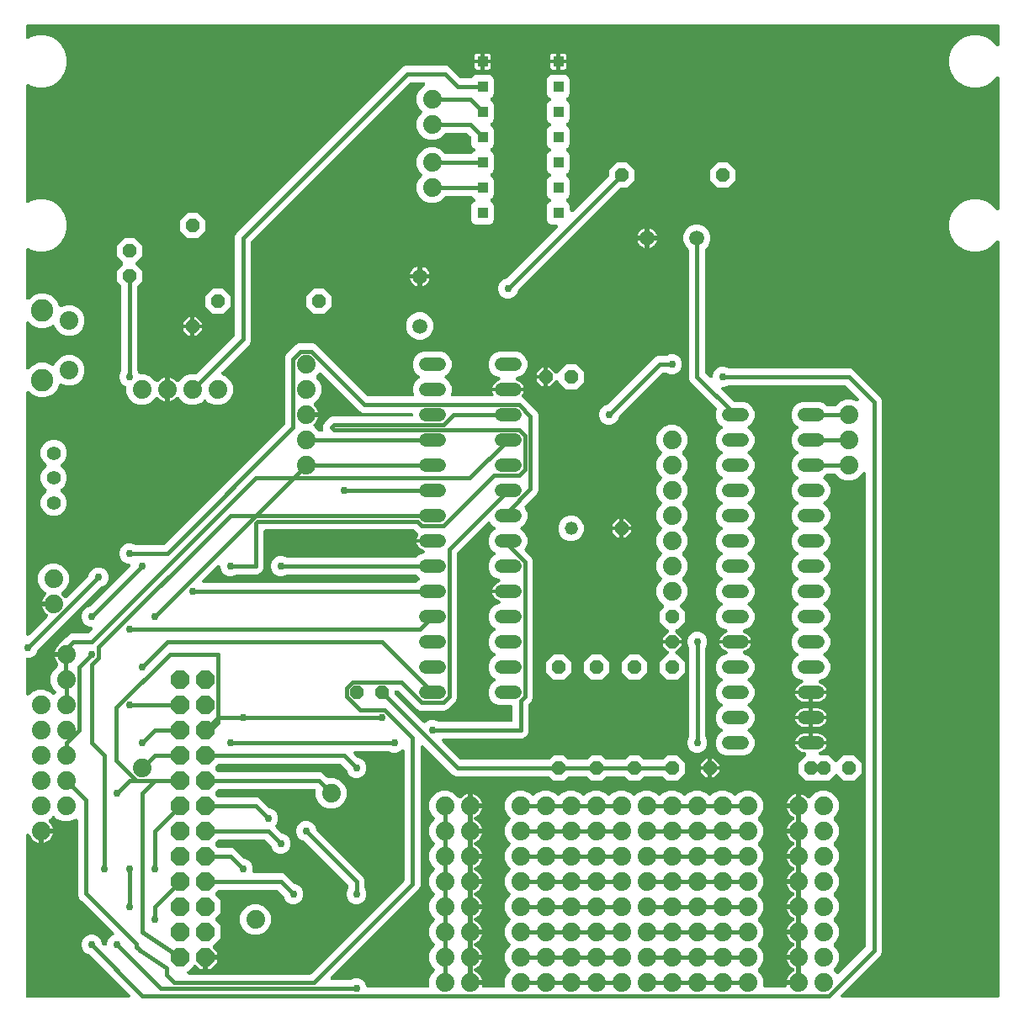
<source format=gbl>
G04 EAGLE Gerber RS-274X export*
G75*
%MOMM*%
%FSLAX34Y34*%
%LPD*%
%INBottom Copper*%
%IPPOS*%
%AMOC8*
5,1,8,0,0,1.08239X$1,22.5*%
G01*
%ADD10C,1.320800*%
%ADD11C,1.875000*%
%ADD12C,2.250000*%
%ADD13C,1.879600*%
%ADD14C,1.408000*%
%ADD15P,1.429621X8X112.500000*%
%ADD16C,1.508000*%
%ADD17P,1.429621X8X202.500000*%
%ADD18C,1.320800*%
%ADD19P,1.429621X8X22.500000*%
%ADD20P,1.429621X8X292.500000*%
%ADD21R,1.108000X1.108000*%
%ADD22P,2.034460X8X112.500000*%
%ADD23C,0.756400*%
%ADD24C,0.406400*%

G36*
X987826Y10163D02*
X987826Y10163D01*
X987844Y10161D01*
X988026Y10182D01*
X988209Y10201D01*
X988226Y10206D01*
X988243Y10208D01*
X988418Y10265D01*
X988594Y10319D01*
X988609Y10327D01*
X988626Y10333D01*
X988786Y10423D01*
X988948Y10511D01*
X988961Y10522D01*
X988977Y10531D01*
X989116Y10651D01*
X989257Y10768D01*
X989268Y10782D01*
X989282Y10794D01*
X989394Y10939D01*
X989509Y11082D01*
X989517Y11098D01*
X989528Y11112D01*
X989610Y11277D01*
X989695Y11439D01*
X989700Y11456D01*
X989708Y11472D01*
X989755Y11651D01*
X989806Y11826D01*
X989808Y11844D01*
X989812Y11861D01*
X989839Y12192D01*
X989839Y770424D01*
X989832Y770497D01*
X989834Y770571D01*
X989812Y770697D01*
X989799Y770825D01*
X989778Y770895D01*
X989765Y770967D01*
X989719Y771087D01*
X989681Y771210D01*
X989646Y771274D01*
X989620Y771343D01*
X989551Y771451D01*
X989489Y771564D01*
X989442Y771620D01*
X989403Y771682D01*
X989314Y771775D01*
X989232Y771873D01*
X989175Y771919D01*
X989124Y771972D01*
X989018Y772045D01*
X988918Y772125D01*
X988853Y772159D01*
X988792Y772201D01*
X988675Y772252D01*
X988561Y772311D01*
X988490Y772331D01*
X988423Y772360D01*
X988297Y772387D01*
X988174Y772422D01*
X988101Y772428D01*
X988029Y772444D01*
X987900Y772445D01*
X987772Y772455D01*
X987700Y772447D01*
X987626Y772447D01*
X987500Y772423D01*
X987373Y772408D01*
X987303Y772386D01*
X987231Y772372D01*
X987112Y772323D01*
X986990Y772284D01*
X986926Y772247D01*
X986858Y772220D01*
X986751Y772149D01*
X986639Y772086D01*
X986584Y772038D01*
X986523Y771997D01*
X986432Y771906D01*
X986335Y771822D01*
X986290Y771764D01*
X986238Y771713D01*
X986141Y771573D01*
X986088Y771504D01*
X986073Y771475D01*
X986049Y771440D01*
X986034Y771414D01*
X981186Y766566D01*
X975249Y763139D01*
X968628Y761364D01*
X961772Y761364D01*
X955151Y763139D01*
X949214Y766566D01*
X944366Y771414D01*
X940939Y777351D01*
X939164Y783972D01*
X939164Y790828D01*
X940939Y797449D01*
X944366Y803386D01*
X949214Y808234D01*
X955151Y811661D01*
X961772Y813436D01*
X968628Y813436D01*
X975249Y811661D01*
X981186Y808234D01*
X986034Y803386D01*
X986049Y803360D01*
X986092Y803301D01*
X986127Y803236D01*
X986138Y803223D01*
X986145Y803211D01*
X986214Y803131D01*
X986284Y803033D01*
X986337Y802983D01*
X986384Y802927D01*
X986402Y802913D01*
X986408Y802906D01*
X986481Y802849D01*
X986484Y802847D01*
X986578Y802759D01*
X986641Y802720D01*
X986698Y802675D01*
X986722Y802662D01*
X986726Y802659D01*
X986769Y802638D01*
X986812Y802615D01*
X986921Y802548D01*
X986990Y802523D01*
X987055Y802489D01*
X987085Y802480D01*
X987086Y802480D01*
X987096Y802477D01*
X987179Y802454D01*
X987299Y802409D01*
X987372Y802398D01*
X987442Y802378D01*
X987570Y802367D01*
X987697Y802347D01*
X987770Y802351D01*
X987844Y802345D01*
X987971Y802360D01*
X988099Y802365D01*
X988171Y802383D01*
X988243Y802392D01*
X988365Y802431D01*
X988490Y802462D01*
X988556Y802494D01*
X988626Y802516D01*
X988738Y802580D01*
X988854Y802634D01*
X988913Y802678D01*
X988977Y802714D01*
X989074Y802798D01*
X989177Y802875D01*
X989226Y802930D01*
X989243Y802944D01*
X989257Y802956D01*
X989258Y802957D01*
X989282Y802978D01*
X989360Y803079D01*
X989446Y803174D01*
X989483Y803237D01*
X989509Y803270D01*
X989511Y803274D01*
X989528Y803296D01*
X989585Y803411D01*
X989651Y803521D01*
X989673Y803585D01*
X989695Y803627D01*
X989697Y803635D01*
X989708Y803656D01*
X989741Y803780D01*
X989783Y803901D01*
X989792Y803964D01*
X989806Y804014D01*
X989807Y804026D01*
X989812Y804045D01*
X989826Y804214D01*
X989838Y804300D01*
X989836Y804333D01*
X989839Y804376D01*
X989839Y935524D01*
X989832Y935597D01*
X989834Y935671D01*
X989812Y935797D01*
X989799Y935925D01*
X989778Y935995D01*
X989765Y936067D01*
X989719Y936187D01*
X989681Y936310D01*
X989646Y936374D01*
X989620Y936443D01*
X989551Y936551D01*
X989489Y936664D01*
X989442Y936720D01*
X989403Y936782D01*
X989314Y936875D01*
X989232Y936973D01*
X989175Y937019D01*
X989124Y937072D01*
X989018Y937145D01*
X988918Y937225D01*
X988853Y937259D01*
X988792Y937301D01*
X988675Y937352D01*
X988561Y937411D01*
X988490Y937431D01*
X988423Y937460D01*
X988297Y937487D01*
X988174Y937522D01*
X988101Y937528D01*
X988029Y937544D01*
X987900Y937545D01*
X987772Y937555D01*
X987700Y937547D01*
X987626Y937547D01*
X987500Y937523D01*
X987373Y937508D01*
X987303Y937486D01*
X987231Y937472D01*
X987112Y937423D01*
X986990Y937384D01*
X986926Y937347D01*
X986858Y937320D01*
X986751Y937249D01*
X986639Y937186D01*
X986584Y937138D01*
X986523Y937097D01*
X986432Y937006D01*
X986335Y936922D01*
X986290Y936864D01*
X986238Y936813D01*
X986141Y936673D01*
X986088Y936604D01*
X986073Y936575D01*
X986049Y936540D01*
X986034Y936514D01*
X981186Y931666D01*
X975249Y928239D01*
X968628Y926464D01*
X961772Y926464D01*
X955151Y928239D01*
X949214Y931666D01*
X944366Y936514D01*
X940939Y942451D01*
X939164Y949072D01*
X939164Y955928D01*
X940939Y962549D01*
X944366Y968486D01*
X949214Y973334D01*
X955151Y976761D01*
X961772Y978536D01*
X968628Y978536D01*
X975249Y976761D01*
X981186Y973334D01*
X986034Y968486D01*
X986049Y968460D01*
X986092Y968401D01*
X986127Y968336D01*
X986209Y968238D01*
X986284Y968133D01*
X986337Y968083D01*
X986384Y968027D01*
X986484Y967947D01*
X986578Y967859D01*
X986641Y967820D01*
X986698Y967775D01*
X986812Y967715D01*
X986921Y967648D01*
X986990Y967623D01*
X987055Y967589D01*
X987179Y967554D01*
X987299Y967509D01*
X987372Y967498D01*
X987442Y967478D01*
X987570Y967467D01*
X987697Y967447D01*
X987770Y967451D01*
X987844Y967445D01*
X987971Y967460D01*
X988099Y967465D01*
X988171Y967483D01*
X988243Y967492D01*
X988365Y967531D01*
X988490Y967562D01*
X988556Y967594D01*
X988626Y967616D01*
X988738Y967680D01*
X988854Y967734D01*
X988913Y967778D01*
X988977Y967814D01*
X989074Y967898D01*
X989177Y967975D01*
X989226Y968030D01*
X989282Y968078D01*
X989360Y968179D01*
X989446Y968274D01*
X989483Y968338D01*
X989528Y968396D01*
X989585Y968511D01*
X989651Y968621D01*
X989675Y968690D01*
X989708Y968756D01*
X989741Y968880D01*
X989783Y969001D01*
X989793Y969074D01*
X989812Y969145D01*
X989826Y969314D01*
X989838Y969400D01*
X989836Y969433D01*
X989839Y969476D01*
X989839Y987808D01*
X989837Y987826D01*
X989839Y987844D01*
X989818Y988026D01*
X989799Y988209D01*
X989794Y988226D01*
X989792Y988243D01*
X989735Y988418D01*
X989681Y988594D01*
X989673Y988609D01*
X989667Y988626D01*
X989577Y988786D01*
X989489Y988948D01*
X989478Y988961D01*
X989469Y988977D01*
X989349Y989116D01*
X989232Y989257D01*
X989218Y989268D01*
X989206Y989282D01*
X989061Y989394D01*
X988918Y989509D01*
X988902Y989517D01*
X988888Y989528D01*
X988723Y989610D01*
X988561Y989695D01*
X988544Y989700D01*
X988528Y989708D01*
X988349Y989755D01*
X988174Y989806D01*
X988156Y989808D01*
X988139Y989812D01*
X987808Y989839D01*
X12192Y989839D01*
X12174Y989837D01*
X12156Y989839D01*
X11974Y989818D01*
X11791Y989799D01*
X11774Y989794D01*
X11757Y989792D01*
X11582Y989735D01*
X11406Y989681D01*
X11391Y989673D01*
X11374Y989667D01*
X11214Y989577D01*
X11052Y989489D01*
X11039Y989478D01*
X11023Y989469D01*
X10884Y989349D01*
X10743Y989232D01*
X10732Y989218D01*
X10718Y989206D01*
X10606Y989061D01*
X10491Y988918D01*
X10483Y988902D01*
X10472Y988888D01*
X10390Y988723D01*
X10305Y988561D01*
X10300Y988544D01*
X10292Y988528D01*
X10245Y988349D01*
X10194Y988174D01*
X10192Y988156D01*
X10188Y988139D01*
X10161Y987808D01*
X10161Y977283D01*
X10175Y977138D01*
X10182Y976992D01*
X10195Y976938D01*
X10201Y976883D01*
X10244Y976743D01*
X10279Y976601D01*
X10302Y976551D01*
X10319Y976498D01*
X10388Y976369D01*
X10451Y976237D01*
X10484Y976192D01*
X10511Y976144D01*
X10604Y976032D01*
X10691Y975914D01*
X10733Y975877D01*
X10768Y975834D01*
X10882Y975743D01*
X10991Y975645D01*
X11039Y975617D01*
X11082Y975582D01*
X11212Y975515D01*
X11338Y975440D01*
X11390Y975422D01*
X11439Y975397D01*
X11580Y975356D01*
X11718Y975308D01*
X11773Y975301D01*
X11826Y975285D01*
X11972Y975273D01*
X12117Y975253D01*
X12172Y975257D01*
X12228Y975252D01*
X12373Y975269D01*
X12519Y975278D01*
X12572Y975293D01*
X12627Y975299D01*
X12766Y975345D01*
X12908Y975382D01*
X12965Y975409D01*
X13010Y975424D01*
X13083Y975465D01*
X13208Y975524D01*
X15351Y976761D01*
X21972Y978536D01*
X28828Y978536D01*
X35449Y976761D01*
X41386Y973334D01*
X46234Y968486D01*
X49661Y962549D01*
X51436Y955928D01*
X51436Y949072D01*
X49661Y942451D01*
X46234Y936514D01*
X41386Y931666D01*
X35449Y928239D01*
X28828Y926464D01*
X21972Y926464D01*
X15351Y928239D01*
X13208Y929476D01*
X13074Y929536D01*
X12945Y929603D01*
X12891Y929619D01*
X12841Y929642D01*
X12698Y929674D01*
X12558Y929715D01*
X12502Y929719D01*
X12448Y929732D01*
X12302Y929736D01*
X12156Y929748D01*
X12101Y929741D01*
X12046Y929743D01*
X11902Y929718D01*
X11757Y929701D01*
X11704Y929684D01*
X11649Y929674D01*
X11513Y929621D01*
X11374Y929576D01*
X11325Y929549D01*
X11274Y929529D01*
X11151Y929450D01*
X11023Y929378D01*
X10981Y929342D01*
X10934Y929312D01*
X10829Y929210D01*
X10718Y929115D01*
X10684Y929071D01*
X10645Y929033D01*
X10561Y928912D01*
X10472Y928797D01*
X10447Y928747D01*
X10415Y928701D01*
X10358Y928567D01*
X10292Y928436D01*
X10278Y928383D01*
X10256Y928332D01*
X10226Y928189D01*
X10188Y928047D01*
X10183Y927984D01*
X10173Y927938D01*
X10172Y927854D01*
X10161Y927717D01*
X10161Y812183D01*
X10175Y812038D01*
X10182Y811892D01*
X10195Y811838D01*
X10201Y811783D01*
X10244Y811643D01*
X10279Y811501D01*
X10302Y811451D01*
X10319Y811398D01*
X10388Y811269D01*
X10451Y811137D01*
X10484Y811092D01*
X10511Y811044D01*
X10604Y810932D01*
X10691Y810814D01*
X10733Y810777D01*
X10768Y810734D01*
X10882Y810643D01*
X10991Y810545D01*
X11039Y810517D01*
X11082Y810482D01*
X11212Y810415D01*
X11338Y810340D01*
X11390Y810322D01*
X11439Y810297D01*
X11580Y810256D01*
X11718Y810208D01*
X11773Y810201D01*
X11826Y810185D01*
X11972Y810173D01*
X12117Y810153D01*
X12172Y810157D01*
X12228Y810152D01*
X12373Y810169D01*
X12519Y810178D01*
X12572Y810193D01*
X12627Y810199D01*
X12766Y810245D01*
X12908Y810282D01*
X12965Y810309D01*
X13010Y810324D01*
X13083Y810365D01*
X13208Y810424D01*
X15351Y811661D01*
X21972Y813436D01*
X28828Y813436D01*
X35449Y811661D01*
X41386Y808234D01*
X46234Y803386D01*
X49661Y797449D01*
X51436Y790828D01*
X51436Y783972D01*
X49661Y777351D01*
X46234Y771414D01*
X41386Y766566D01*
X35449Y763139D01*
X28828Y761364D01*
X21972Y761364D01*
X15351Y763139D01*
X13208Y764376D01*
X13074Y764436D01*
X12945Y764503D01*
X12891Y764519D01*
X12841Y764542D01*
X12698Y764574D01*
X12558Y764615D01*
X12502Y764619D01*
X12448Y764632D01*
X12302Y764636D01*
X12156Y764648D01*
X12101Y764641D01*
X12046Y764643D01*
X11902Y764618D01*
X11757Y764601D01*
X11704Y764584D01*
X11649Y764574D01*
X11513Y764521D01*
X11374Y764476D01*
X11325Y764449D01*
X11274Y764429D01*
X11151Y764350D01*
X11023Y764278D01*
X10981Y764242D01*
X10934Y764212D01*
X10829Y764110D01*
X10718Y764015D01*
X10684Y763971D01*
X10645Y763933D01*
X10561Y763812D01*
X10472Y763697D01*
X10447Y763647D01*
X10415Y763601D01*
X10358Y763467D01*
X10292Y763336D01*
X10278Y763283D01*
X10256Y763232D01*
X10226Y763089D01*
X10188Y762947D01*
X10183Y762884D01*
X10173Y762838D01*
X10172Y762754D01*
X10161Y762617D01*
X10161Y714677D01*
X10162Y714668D01*
X10161Y714659D01*
X10182Y714467D01*
X10201Y714276D01*
X10203Y714267D01*
X10204Y714259D01*
X10262Y714076D01*
X10319Y713891D01*
X10323Y713883D01*
X10326Y713875D01*
X10419Y713706D01*
X10511Y713537D01*
X10516Y713530D01*
X10521Y713522D01*
X10645Y713375D01*
X10768Y713228D01*
X10775Y713222D01*
X10781Y713215D01*
X10932Y713096D01*
X11082Y712975D01*
X11090Y712971D01*
X11097Y712966D01*
X11270Y712878D01*
X11439Y712790D01*
X11448Y712787D01*
X11456Y712783D01*
X11642Y712731D01*
X11826Y712679D01*
X11835Y712678D01*
X11844Y712675D01*
X12037Y712661D01*
X12228Y712646D01*
X12236Y712647D01*
X12245Y712646D01*
X12438Y712670D01*
X12627Y712693D01*
X12636Y712695D01*
X12645Y712696D01*
X12828Y712758D01*
X13010Y712817D01*
X13018Y712822D01*
X13026Y712825D01*
X13193Y712921D01*
X13361Y713015D01*
X13368Y713021D01*
X13375Y713026D01*
X13628Y713240D01*
X16844Y716456D01*
X18625Y717194D01*
X23219Y719097D01*
X30121Y719097D01*
X36496Y716456D01*
X41376Y711576D01*
X43488Y706477D01*
X43496Y706462D01*
X43502Y706445D01*
X43592Y706283D01*
X43678Y706123D01*
X43689Y706109D01*
X43698Y706093D01*
X43817Y705954D01*
X43934Y705812D01*
X43948Y705801D01*
X43960Y705787D01*
X44104Y705675D01*
X44247Y705559D01*
X44263Y705550D01*
X44277Y705539D01*
X44440Y705457D01*
X44604Y705371D01*
X44621Y705366D01*
X44637Y705358D01*
X44813Y705310D01*
X44990Y705258D01*
X45008Y705257D01*
X45025Y705252D01*
X45209Y705239D01*
X45391Y705224D01*
X45409Y705226D01*
X45427Y705224D01*
X45610Y705248D01*
X45791Y705269D01*
X45808Y705274D01*
X45826Y705277D01*
X46142Y705378D01*
X50592Y707222D01*
X56748Y707222D01*
X62434Y704866D01*
X66786Y700514D01*
X69142Y694828D01*
X69142Y688672D01*
X66786Y682986D01*
X62434Y678634D01*
X56748Y676278D01*
X50592Y676278D01*
X44906Y678634D01*
X40554Y682986D01*
X39302Y686008D01*
X39294Y686023D01*
X39288Y686041D01*
X39199Y686200D01*
X39112Y686363D01*
X39100Y686376D01*
X39092Y686392D01*
X38973Y686531D01*
X38855Y686673D01*
X38842Y686684D01*
X38830Y686698D01*
X38685Y686811D01*
X38543Y686927D01*
X38527Y686935D01*
X38513Y686946D01*
X38348Y687029D01*
X38186Y687114D01*
X38169Y687119D01*
X38153Y687127D01*
X37976Y687175D01*
X37800Y687227D01*
X37782Y687228D01*
X37765Y687233D01*
X37581Y687246D01*
X37399Y687262D01*
X37381Y687260D01*
X37363Y687261D01*
X37180Y687237D01*
X36999Y687216D01*
X36982Y687211D01*
X36964Y687209D01*
X36648Y687107D01*
X30120Y684403D01*
X23219Y684403D01*
X16844Y687044D01*
X13628Y690260D01*
X13621Y690265D01*
X13616Y690272D01*
X13466Y690393D01*
X13317Y690515D01*
X13309Y690519D01*
X13302Y690525D01*
X13132Y690613D01*
X12961Y690703D01*
X12952Y690706D01*
X12945Y690710D01*
X12760Y690763D01*
X12575Y690818D01*
X12566Y690819D01*
X12558Y690821D01*
X12367Y690837D01*
X12174Y690855D01*
X12165Y690854D01*
X12156Y690854D01*
X11967Y690832D01*
X11774Y690811D01*
X11765Y690808D01*
X11757Y690807D01*
X11575Y690748D01*
X11390Y690690D01*
X11382Y690685D01*
X11374Y690683D01*
X11205Y690588D01*
X11038Y690495D01*
X11031Y690489D01*
X11023Y690485D01*
X10877Y690359D01*
X10731Y690234D01*
X10725Y690227D01*
X10718Y690222D01*
X10601Y690070D01*
X10481Y689918D01*
X10477Y689910D01*
X10472Y689903D01*
X10386Y689731D01*
X10299Y689560D01*
X10296Y689551D01*
X10292Y689543D01*
X10242Y689357D01*
X10191Y689172D01*
X10190Y689163D01*
X10188Y689154D01*
X10161Y688823D01*
X10161Y644677D01*
X10162Y644668D01*
X10161Y644659D01*
X10182Y644467D01*
X10201Y644276D01*
X10203Y644267D01*
X10204Y644259D01*
X10262Y644076D01*
X10319Y643891D01*
X10323Y643883D01*
X10326Y643875D01*
X10419Y643706D01*
X10511Y643537D01*
X10516Y643530D01*
X10521Y643522D01*
X10645Y643375D01*
X10768Y643228D01*
X10775Y643222D01*
X10781Y643215D01*
X10932Y643096D01*
X11082Y642975D01*
X11090Y642971D01*
X11097Y642966D01*
X11270Y642878D01*
X11439Y642790D01*
X11448Y642787D01*
X11456Y642783D01*
X11642Y642731D01*
X11826Y642679D01*
X11835Y642678D01*
X11844Y642675D01*
X12037Y642661D01*
X12228Y642646D01*
X12236Y642647D01*
X12245Y642646D01*
X12438Y642670D01*
X12627Y642693D01*
X12636Y642695D01*
X12645Y642696D01*
X12828Y642758D01*
X13010Y642817D01*
X13018Y642822D01*
X13026Y642825D01*
X13193Y642921D01*
X13361Y643015D01*
X13368Y643021D01*
X13375Y643026D01*
X13628Y643240D01*
X16844Y646456D01*
X23219Y649097D01*
X30120Y649097D01*
X36648Y646393D01*
X36665Y646388D01*
X36681Y646380D01*
X36857Y646330D01*
X37033Y646276D01*
X37051Y646275D01*
X37068Y646270D01*
X37251Y646256D01*
X37434Y646238D01*
X37452Y646240D01*
X37470Y646239D01*
X37652Y646261D01*
X37835Y646280D01*
X37852Y646285D01*
X37869Y646287D01*
X38044Y646345D01*
X38219Y646400D01*
X38235Y646408D01*
X38252Y646414D01*
X38412Y646505D01*
X38572Y646593D01*
X38586Y646605D01*
X38601Y646613D01*
X38740Y646734D01*
X38880Y646852D01*
X38892Y646866D01*
X38905Y646878D01*
X39017Y647024D01*
X39131Y647167D01*
X39140Y647183D01*
X39150Y647197D01*
X39302Y647492D01*
X40554Y650514D01*
X44906Y654866D01*
X48262Y656256D01*
X50592Y657222D01*
X56748Y657222D01*
X62434Y654866D01*
X66786Y650514D01*
X69142Y644828D01*
X69142Y638672D01*
X66786Y632986D01*
X62434Y628634D01*
X56748Y626278D01*
X50592Y626278D01*
X46142Y628122D01*
X46125Y628127D01*
X46109Y628135D01*
X45933Y628185D01*
X45756Y628238D01*
X45738Y628240D01*
X45721Y628245D01*
X45539Y628259D01*
X45356Y628276D01*
X45338Y628275D01*
X45320Y628276D01*
X45139Y628254D01*
X44955Y628235D01*
X44938Y628229D01*
X44920Y628227D01*
X44746Y628170D01*
X44571Y628115D01*
X44555Y628106D01*
X44538Y628101D01*
X44378Y628009D01*
X44218Y627922D01*
X44204Y627910D01*
X44188Y627901D01*
X44050Y627781D01*
X43909Y627663D01*
X43898Y627649D01*
X43885Y627637D01*
X43773Y627491D01*
X43658Y627348D01*
X43650Y627332D01*
X43639Y627318D01*
X43488Y627023D01*
X41376Y621924D01*
X36496Y617044D01*
X30121Y614403D01*
X23219Y614403D01*
X16844Y617044D01*
X13628Y620260D01*
X13621Y620265D01*
X13616Y620272D01*
X13466Y620393D01*
X13317Y620515D01*
X13309Y620519D01*
X13302Y620525D01*
X13132Y620613D01*
X12961Y620703D01*
X12952Y620706D01*
X12945Y620710D01*
X12760Y620763D01*
X12575Y620818D01*
X12566Y620819D01*
X12558Y620821D01*
X12367Y620837D01*
X12174Y620855D01*
X12165Y620854D01*
X12156Y620854D01*
X11967Y620832D01*
X11774Y620811D01*
X11765Y620808D01*
X11757Y620807D01*
X11575Y620748D01*
X11390Y620690D01*
X11382Y620685D01*
X11374Y620683D01*
X11205Y620588D01*
X11038Y620495D01*
X11031Y620489D01*
X11023Y620485D01*
X10877Y620359D01*
X10731Y620234D01*
X10725Y620227D01*
X10718Y620222D01*
X10601Y620070D01*
X10481Y619918D01*
X10477Y619910D01*
X10472Y619903D01*
X10386Y619731D01*
X10299Y619560D01*
X10296Y619551D01*
X10292Y619543D01*
X10242Y619357D01*
X10191Y619172D01*
X10190Y619163D01*
X10188Y619154D01*
X10161Y618823D01*
X10161Y376541D01*
X10162Y376532D01*
X10161Y376523D01*
X10182Y376329D01*
X10201Y376140D01*
X10203Y376132D01*
X10204Y376123D01*
X10263Y375936D01*
X10319Y375755D01*
X10323Y375747D01*
X10326Y375739D01*
X10419Y375570D01*
X10511Y375401D01*
X10516Y375394D01*
X10521Y375386D01*
X10645Y375239D01*
X10768Y375092D01*
X10775Y375086D01*
X10781Y375079D01*
X10933Y374960D01*
X11082Y374839D01*
X11090Y374835D01*
X11097Y374830D01*
X11270Y374742D01*
X11439Y374654D01*
X11448Y374652D01*
X11456Y374647D01*
X11642Y374596D01*
X11826Y374543D01*
X11835Y374542D01*
X11844Y374539D01*
X12037Y374525D01*
X12228Y374510D01*
X12236Y374511D01*
X12245Y374510D01*
X12438Y374534D01*
X12627Y374557D01*
X12636Y374559D01*
X12645Y374560D01*
X12827Y374622D01*
X13010Y374681D01*
X13018Y374686D01*
X13026Y374689D01*
X13193Y374785D01*
X13361Y374879D01*
X13368Y374885D01*
X13375Y374890D01*
X13628Y375104D01*
X31824Y393300D01*
X31935Y393436D01*
X32051Y393571D01*
X32063Y393592D01*
X32079Y393611D01*
X32161Y393766D01*
X32248Y393922D01*
X32256Y393945D01*
X32267Y393967D01*
X32317Y394136D01*
X32372Y394305D01*
X32375Y394329D01*
X32382Y394353D01*
X32398Y394530D01*
X32418Y394705D01*
X32416Y394729D01*
X32418Y394754D01*
X32399Y394930D01*
X32384Y395106D01*
X32378Y395130D01*
X32375Y395154D01*
X32321Y395323D01*
X32272Y395493D01*
X32261Y395514D01*
X32253Y395538D01*
X32168Y395693D01*
X32086Y395850D01*
X32070Y395869D01*
X32059Y395890D01*
X31944Y396025D01*
X31833Y396163D01*
X31812Y396180D01*
X31798Y396197D01*
X31734Y396248D01*
X31581Y396379D01*
X30322Y397294D01*
X28994Y398622D01*
X27889Y400143D01*
X27036Y401817D01*
X26455Y403604D01*
X26415Y403861D01*
X37592Y403861D01*
X37610Y403862D01*
X37627Y403861D01*
X37810Y403882D01*
X37992Y403901D01*
X38009Y403906D01*
X38027Y403908D01*
X38202Y403965D01*
X38377Y404019D01*
X38393Y404027D01*
X38410Y404033D01*
X38570Y404123D01*
X38731Y404210D01*
X38745Y404222D01*
X38761Y404231D01*
X38900Y404351D01*
X39041Y404468D01*
X39052Y404482D01*
X39065Y404494D01*
X39178Y404639D01*
X39293Y404782D01*
X39301Y404798D01*
X39312Y404812D01*
X39394Y404976D01*
X39478Y405139D01*
X39483Y405156D01*
X39491Y405172D01*
X39539Y405351D01*
X39590Y405526D01*
X39591Y405544D01*
X39596Y405561D01*
X39623Y405892D01*
X39623Y406908D01*
X39621Y406926D01*
X39623Y406944D01*
X39601Y407126D01*
X39583Y407309D01*
X39578Y407326D01*
X39576Y407343D01*
X39519Y407517D01*
X39465Y407694D01*
X39457Y407709D01*
X39451Y407726D01*
X39361Y407886D01*
X39273Y408048D01*
X39262Y408061D01*
X39253Y408077D01*
X39133Y408216D01*
X39015Y408357D01*
X39002Y408368D01*
X38990Y408382D01*
X38845Y408494D01*
X38702Y408609D01*
X38686Y408617D01*
X38672Y408628D01*
X38507Y408710D01*
X38344Y408795D01*
X38327Y408800D01*
X38311Y408808D01*
X38133Y408855D01*
X37958Y408906D01*
X37940Y408908D01*
X37923Y408912D01*
X37592Y408939D01*
X26415Y408939D01*
X26455Y409196D01*
X27036Y410983D01*
X27889Y412657D01*
X28994Y414178D01*
X30113Y415297D01*
X30122Y415307D01*
X30132Y415316D01*
X30249Y415463D01*
X30368Y415608D01*
X30374Y415620D01*
X30383Y415631D01*
X30469Y415799D01*
X30557Y415964D01*
X30561Y415977D01*
X30567Y415989D01*
X30618Y416170D01*
X30672Y416350D01*
X30673Y416363D01*
X30676Y416376D01*
X30691Y416563D01*
X30708Y416751D01*
X30706Y416765D01*
X30707Y416778D01*
X30685Y416963D01*
X30665Y417151D01*
X30660Y417164D01*
X30659Y417177D01*
X30600Y417355D01*
X30543Y417535D01*
X30536Y417547D01*
X30532Y417560D01*
X30439Y417723D01*
X30348Y417887D01*
X30340Y417898D01*
X30333Y417909D01*
X30209Y418052D01*
X30088Y418194D01*
X30077Y418203D01*
X30068Y418213D01*
X29919Y418328D01*
X29772Y418444D01*
X29760Y418450D01*
X29749Y418458D01*
X29454Y418610D01*
X29323Y418664D01*
X24964Y423023D01*
X22605Y428718D01*
X22605Y434882D01*
X24964Y440577D01*
X29323Y444936D01*
X29493Y445006D01*
X35018Y447295D01*
X41182Y447295D01*
X46877Y444936D01*
X51236Y440577D01*
X53595Y434882D01*
X53595Y428718D01*
X51236Y423023D01*
X46877Y418664D01*
X46746Y418610D01*
X46734Y418604D01*
X46721Y418600D01*
X46557Y418509D01*
X46391Y418420D01*
X46381Y418411D01*
X46369Y418405D01*
X46226Y418283D01*
X46081Y418163D01*
X46072Y418153D01*
X46062Y418144D01*
X45946Y417997D01*
X45827Y417851D01*
X45821Y417839D01*
X45812Y417828D01*
X45727Y417661D01*
X45640Y417494D01*
X45636Y417481D01*
X45630Y417469D01*
X45579Y417287D01*
X45527Y417108D01*
X45526Y417095D01*
X45522Y417081D01*
X45508Y416892D01*
X45492Y416707D01*
X45494Y416693D01*
X45493Y416680D01*
X45516Y416492D01*
X45537Y416307D01*
X45541Y416294D01*
X45543Y416281D01*
X45603Y416103D01*
X45660Y415923D01*
X45667Y415912D01*
X45671Y415899D01*
X45765Y415736D01*
X45857Y415572D01*
X45866Y415562D01*
X45872Y415550D01*
X46087Y415297D01*
X47206Y414178D01*
X48121Y412919D01*
X48238Y412787D01*
X48353Y412652D01*
X48372Y412636D01*
X48389Y412618D01*
X48530Y412512D01*
X48669Y412402D01*
X48691Y412391D01*
X48710Y412376D01*
X48870Y412300D01*
X49028Y412220D01*
X49052Y412213D01*
X49074Y412203D01*
X49245Y412159D01*
X49416Y412112D01*
X49440Y412110D01*
X49464Y412104D01*
X49640Y412095D01*
X49817Y412082D01*
X49842Y412085D01*
X49866Y412084D01*
X50040Y412110D01*
X50217Y412133D01*
X50240Y412140D01*
X50264Y412144D01*
X50431Y412204D01*
X50599Y412261D01*
X50620Y412273D01*
X50643Y412281D01*
X50794Y412373D01*
X50947Y412462D01*
X50968Y412479D01*
X50987Y412491D01*
X51047Y412546D01*
X51200Y412676D01*
X72902Y434378D01*
X72921Y434402D01*
X72945Y434422D01*
X73049Y434557D01*
X73157Y434689D01*
X73171Y434717D01*
X73190Y434741D01*
X73342Y435037D01*
X74937Y438888D01*
X77716Y441667D01*
X81347Y443171D01*
X85277Y443171D01*
X88908Y441667D01*
X91687Y438888D01*
X93191Y435257D01*
X93191Y431327D01*
X91687Y427696D01*
X88908Y424917D01*
X85056Y423322D01*
X85029Y423307D01*
X84999Y423297D01*
X84852Y423212D01*
X84701Y423132D01*
X84677Y423112D01*
X84650Y423096D01*
X84397Y422882D01*
X22856Y361341D01*
X22837Y361317D01*
X22813Y361296D01*
X22709Y361161D01*
X22601Y361029D01*
X22587Y361002D01*
X22568Y360977D01*
X22416Y360682D01*
X20821Y356830D01*
X18042Y354051D01*
X14411Y352548D01*
X12192Y352548D01*
X12174Y352546D01*
X12156Y352547D01*
X11974Y352526D01*
X11791Y352508D01*
X11774Y352502D01*
X11757Y352500D01*
X11582Y352443D01*
X11406Y352389D01*
X11391Y352381D01*
X11374Y352375D01*
X11214Y352285D01*
X11052Y352198D01*
X11039Y352186D01*
X11023Y352178D01*
X10884Y352057D01*
X10743Y351940D01*
X10732Y351926D01*
X10718Y351914D01*
X10606Y351769D01*
X10491Y351626D01*
X10483Y351610D01*
X10472Y351596D01*
X10390Y351431D01*
X10305Y351269D01*
X10300Y351252D01*
X10292Y351236D01*
X10245Y351058D01*
X10194Y350882D01*
X10192Y350864D01*
X10188Y350847D01*
X10161Y350516D01*
X10161Y316377D01*
X10162Y316369D01*
X10161Y316360D01*
X10182Y316168D01*
X10201Y315977D01*
X10203Y315968D01*
X10204Y315959D01*
X10262Y315777D01*
X10319Y315592D01*
X10323Y315584D01*
X10326Y315576D01*
X10419Y315406D01*
X10511Y315238D01*
X10516Y315231D01*
X10521Y315223D01*
X10645Y315076D01*
X10768Y314929D01*
X10775Y314923D01*
X10781Y314916D01*
X10932Y314797D01*
X11082Y314676D01*
X11090Y314672D01*
X11097Y314667D01*
X11270Y314578D01*
X11439Y314491D01*
X11448Y314488D01*
X11456Y314484D01*
X11642Y314432D01*
X11826Y314379D01*
X11835Y314379D01*
X11844Y314376D01*
X12037Y314362D01*
X12228Y314347D01*
X12236Y314348D01*
X12245Y314347D01*
X12438Y314371D01*
X12627Y314393D01*
X12636Y314396D01*
X12645Y314397D01*
X12828Y314459D01*
X13010Y314518D01*
X13018Y314523D01*
X13026Y314526D01*
X13193Y314622D01*
X13361Y314716D01*
X13368Y314722D01*
X13375Y314726D01*
X13628Y314941D01*
X16623Y317936D01*
X22318Y320295D01*
X28482Y320295D01*
X34177Y317936D01*
X36664Y315449D01*
X36677Y315438D01*
X36689Y315424D01*
X36833Y315310D01*
X36975Y315194D01*
X36991Y315186D01*
X37005Y315175D01*
X37169Y315091D01*
X37331Y315005D01*
X37348Y315000D01*
X37364Y314992D01*
X37541Y314943D01*
X37717Y314891D01*
X37735Y314889D01*
X37752Y314884D01*
X37935Y314871D01*
X38118Y314854D01*
X38136Y314856D01*
X38153Y314855D01*
X38335Y314878D01*
X38518Y314898D01*
X38535Y314903D01*
X38553Y314905D01*
X38726Y314964D01*
X38902Y315019D01*
X38918Y315028D01*
X38934Y315034D01*
X39094Y315125D01*
X39254Y315214D01*
X39268Y315226D01*
X39283Y315234D01*
X39536Y315449D01*
X40151Y316064D01*
X40162Y316078D01*
X40176Y316089D01*
X40289Y316233D01*
X40406Y316375D01*
X40414Y316391D01*
X40425Y316405D01*
X40509Y316569D01*
X40595Y316731D01*
X40600Y316748D01*
X40608Y316764D01*
X40657Y316941D01*
X40709Y317117D01*
X40711Y317135D01*
X40716Y317152D01*
X40729Y317335D01*
X40746Y317518D01*
X40744Y317536D01*
X40745Y317553D01*
X40722Y317735D01*
X40702Y317918D01*
X40697Y317935D01*
X40695Y317953D01*
X40636Y318127D01*
X40581Y318302D01*
X40572Y318318D01*
X40566Y318334D01*
X40475Y318493D01*
X40386Y318654D01*
X40374Y318668D01*
X40365Y318683D01*
X40151Y318936D01*
X37664Y321423D01*
X35305Y327118D01*
X35305Y333282D01*
X37664Y338977D01*
X41822Y343135D01*
X41839Y343156D01*
X41860Y343173D01*
X41967Y343311D01*
X42077Y343447D01*
X42090Y343470D01*
X42106Y343491D01*
X42184Y343648D01*
X42266Y343802D01*
X42274Y343828D01*
X42286Y343852D01*
X42331Y344021D01*
X42381Y344188D01*
X42383Y344215D01*
X42390Y344241D01*
X42417Y344572D01*
X42417Y346257D01*
X42415Y346284D01*
X42417Y346311D01*
X42395Y346485D01*
X42377Y346658D01*
X42370Y346684D01*
X42366Y346710D01*
X42311Y346876D01*
X42259Y347043D01*
X42246Y347067D01*
X42238Y347092D01*
X42151Y347244D01*
X42067Y347397D01*
X42050Y347417D01*
X42037Y347441D01*
X41822Y347694D01*
X41694Y347822D01*
X40589Y349343D01*
X39736Y351017D01*
X39155Y352804D01*
X39115Y353061D01*
X40386Y353061D01*
X40404Y353062D01*
X40422Y353061D01*
X40604Y353082D01*
X40787Y353101D01*
X40804Y353106D01*
X40821Y353108D01*
X40996Y353165D01*
X41172Y353219D01*
X41187Y353227D01*
X41204Y353233D01*
X41364Y353323D01*
X41526Y353410D01*
X41539Y353422D01*
X41555Y353431D01*
X41694Y353551D01*
X41835Y353668D01*
X41846Y353682D01*
X41860Y353694D01*
X41972Y353839D01*
X42087Y353982D01*
X42095Y353998D01*
X42106Y354012D01*
X42188Y354177D01*
X42273Y354339D01*
X42278Y354356D01*
X42286Y354372D01*
X42333Y354551D01*
X42384Y354726D01*
X42386Y354744D01*
X42390Y354761D01*
X42417Y355092D01*
X42417Y356108D01*
X42415Y356126D01*
X42417Y356144D01*
X42396Y356326D01*
X42377Y356509D01*
X42372Y356526D01*
X42370Y356543D01*
X42313Y356717D01*
X42259Y356894D01*
X42251Y356909D01*
X42245Y356926D01*
X42155Y357086D01*
X42067Y357248D01*
X42056Y357261D01*
X42047Y357277D01*
X41927Y357416D01*
X41810Y357557D01*
X41796Y357568D01*
X41784Y357582D01*
X41639Y357694D01*
X41496Y357809D01*
X41480Y357817D01*
X41466Y357828D01*
X41301Y357910D01*
X41139Y357995D01*
X41122Y358000D01*
X41106Y358008D01*
X40927Y358055D01*
X40752Y358106D01*
X40734Y358108D01*
X40717Y358112D01*
X40386Y358139D01*
X39115Y358139D01*
X39155Y358396D01*
X39736Y360183D01*
X40589Y361857D01*
X41694Y363378D01*
X43123Y364807D01*
X43237Y364907D01*
X43244Y364915D01*
X43252Y364922D01*
X43366Y365074D01*
X43483Y365226D01*
X43488Y365236D01*
X43494Y365244D01*
X43519Y365296D01*
X43634Y365521D01*
X43655Y365570D01*
X46227Y368142D01*
X46227Y368143D01*
X50957Y372873D01*
X53530Y375445D01*
X56517Y376683D01*
X72246Y376683D01*
X72272Y376685D01*
X72299Y376683D01*
X72473Y376705D01*
X72646Y376723D01*
X72672Y376730D01*
X72698Y376734D01*
X72864Y376789D01*
X73031Y376841D01*
X73055Y376854D01*
X73080Y376862D01*
X73231Y376949D01*
X73385Y377033D01*
X73406Y377050D01*
X73429Y377063D01*
X73682Y377278D01*
X76758Y380354D01*
X76764Y380361D01*
X76770Y380366D01*
X76891Y380516D01*
X77013Y380665D01*
X77017Y380673D01*
X77023Y380680D01*
X77111Y380850D01*
X77202Y381021D01*
X77204Y381030D01*
X77208Y381037D01*
X77261Y381222D01*
X77316Y381407D01*
X77317Y381416D01*
X77320Y381424D01*
X77335Y381615D01*
X77353Y381808D01*
X77352Y381817D01*
X77353Y381826D01*
X77330Y382015D01*
X77309Y382208D01*
X77307Y382217D01*
X77306Y382225D01*
X77246Y382407D01*
X77188Y382592D01*
X77184Y382600D01*
X77181Y382608D01*
X77086Y382777D01*
X76993Y382944D01*
X76987Y382951D01*
X76983Y382959D01*
X76857Y383105D01*
X76733Y383251D01*
X76726Y383257D01*
X76720Y383264D01*
X76568Y383381D01*
X76417Y383501D01*
X76409Y383505D01*
X76402Y383510D01*
X76230Y383596D01*
X76058Y383683D01*
X76049Y383686D01*
X76041Y383690D01*
X75855Y383740D01*
X75670Y383791D01*
X75661Y383792D01*
X75652Y383794D01*
X75322Y383821D01*
X74235Y383821D01*
X70604Y385325D01*
X67825Y388104D01*
X66321Y391735D01*
X66321Y395665D01*
X67825Y399296D01*
X70604Y402075D01*
X74456Y403670D01*
X74483Y403685D01*
X74513Y403695D01*
X74660Y403780D01*
X74811Y403860D01*
X74835Y403880D01*
X74862Y403896D01*
X75115Y404110D01*
X114858Y443854D01*
X114864Y443861D01*
X114870Y443866D01*
X114991Y444016D01*
X115113Y444165D01*
X115117Y444173D01*
X115123Y444180D01*
X115212Y444351D01*
X115302Y444521D01*
X115304Y444529D01*
X115308Y444537D01*
X115362Y444723D01*
X115416Y444907D01*
X115417Y444916D01*
X115420Y444924D01*
X115435Y445115D01*
X115453Y445308D01*
X115452Y445317D01*
X115453Y445326D01*
X115430Y445515D01*
X115409Y445708D01*
X115407Y445717D01*
X115406Y445725D01*
X115346Y445907D01*
X115288Y446092D01*
X115284Y446100D01*
X115281Y446108D01*
X115186Y446277D01*
X115093Y446444D01*
X115087Y446451D01*
X115083Y446459D01*
X114957Y446605D01*
X114833Y446751D01*
X114826Y446757D01*
X114820Y446764D01*
X114668Y446881D01*
X114517Y447001D01*
X114509Y447005D01*
X114502Y447010D01*
X114330Y447096D01*
X114158Y447183D01*
X114149Y447186D01*
X114141Y447190D01*
X113955Y447240D01*
X113770Y447291D01*
X113761Y447292D01*
X113752Y447294D01*
X113422Y447321D01*
X112335Y447321D01*
X108704Y448825D01*
X105925Y451604D01*
X104421Y455235D01*
X104421Y459165D01*
X105925Y462796D01*
X108704Y465575D01*
X112335Y467079D01*
X116265Y467079D01*
X120117Y465483D01*
X120146Y465474D01*
X120174Y465460D01*
X120339Y465416D01*
X120502Y465367D01*
X120533Y465364D01*
X120563Y465356D01*
X120894Y465329D01*
X148192Y465329D01*
X148218Y465331D01*
X148245Y465329D01*
X148419Y465351D01*
X148592Y465369D01*
X148618Y465376D01*
X148644Y465380D01*
X148810Y465435D01*
X148977Y465487D01*
X149001Y465500D01*
X149026Y465508D01*
X149178Y465595D01*
X149331Y465679D01*
X149352Y465696D01*
X149375Y465709D01*
X149628Y465924D01*
X270422Y586718D01*
X270439Y586739D01*
X270460Y586756D01*
X270567Y586894D01*
X270677Y587030D01*
X270690Y587053D01*
X270706Y587074D01*
X270784Y587231D01*
X270866Y587385D01*
X270874Y587411D01*
X270886Y587435D01*
X270931Y587604D01*
X270981Y587771D01*
X270983Y587798D01*
X270990Y587824D01*
X271017Y588154D01*
X271017Y654683D01*
X272255Y657670D01*
X282130Y667545D01*
X285117Y668783D01*
X299083Y668783D01*
X302070Y667545D01*
X353832Y615784D01*
X353853Y615767D01*
X353870Y615746D01*
X354008Y615639D01*
X354143Y615529D01*
X354167Y615516D01*
X354188Y615500D01*
X354345Y615422D01*
X354499Y615340D01*
X354525Y615332D01*
X354549Y615320D01*
X354718Y615275D01*
X354885Y615225D01*
X354912Y615223D01*
X354937Y615216D01*
X355268Y615189D01*
X398654Y615189D01*
X398668Y615190D01*
X398681Y615189D01*
X398867Y615210D01*
X399055Y615229D01*
X399068Y615233D01*
X399081Y615234D01*
X399259Y615291D01*
X399440Y615347D01*
X399452Y615353D01*
X399465Y615357D01*
X399629Y615449D01*
X399794Y615539D01*
X399804Y615547D01*
X399816Y615554D01*
X399960Y615677D01*
X400103Y615796D01*
X400112Y615807D01*
X400122Y615815D01*
X400238Y615964D01*
X400356Y616110D01*
X400362Y616122D01*
X400370Y616132D01*
X400455Y616302D01*
X400541Y616467D01*
X400545Y616480D01*
X400551Y616492D01*
X400601Y616674D01*
X400653Y616854D01*
X400654Y616868D01*
X400657Y616881D01*
X400670Y617067D01*
X400685Y617256D01*
X400684Y617269D01*
X400685Y617282D01*
X400660Y617469D01*
X400638Y617655D01*
X400634Y617668D01*
X400633Y617681D01*
X400531Y617997D01*
X399795Y619774D01*
X399795Y624826D01*
X401729Y629494D01*
X405302Y633067D01*
X405437Y633123D01*
X405445Y633128D01*
X405454Y633130D01*
X405622Y633222D01*
X405792Y633314D01*
X405799Y633319D01*
X405807Y633324D01*
X405953Y633447D01*
X406103Y633570D01*
X406108Y633577D01*
X406115Y633583D01*
X406235Y633733D01*
X406356Y633883D01*
X406360Y633891D01*
X406366Y633898D01*
X406454Y634069D01*
X406543Y634239D01*
X406546Y634248D01*
X406550Y634256D01*
X406603Y634442D01*
X406656Y634626D01*
X406657Y634635D01*
X406660Y634643D01*
X406674Y634834D01*
X406691Y635027D01*
X406690Y635036D01*
X406691Y635045D01*
X406667Y635237D01*
X406646Y635427D01*
X406643Y635435D01*
X406642Y635444D01*
X406581Y635628D01*
X406523Y635810D01*
X406518Y635818D01*
X406516Y635826D01*
X406420Y635994D01*
X406326Y636162D01*
X406321Y636168D01*
X406316Y636176D01*
X406190Y636321D01*
X406065Y636467D01*
X406057Y636473D01*
X406052Y636480D01*
X405901Y636595D01*
X405748Y636716D01*
X405739Y636720D01*
X405732Y636725D01*
X405437Y636877D01*
X405302Y636933D01*
X401729Y640506D01*
X399795Y645174D01*
X399795Y650226D01*
X401729Y654894D01*
X405302Y658467D01*
X409970Y660401D01*
X428230Y660401D01*
X432898Y658467D01*
X436471Y654894D01*
X438405Y650226D01*
X438405Y645174D01*
X436471Y640506D01*
X432898Y636933D01*
X432763Y636877D01*
X432755Y636872D01*
X432746Y636870D01*
X432579Y636778D01*
X432408Y636687D01*
X432401Y636681D01*
X432393Y636676D01*
X432247Y636553D01*
X432097Y636430D01*
X432092Y636423D01*
X432085Y636417D01*
X431965Y636267D01*
X431844Y636118D01*
X431840Y636110D01*
X431834Y636103D01*
X431746Y635932D01*
X431657Y635761D01*
X431654Y635752D01*
X431650Y635744D01*
X431598Y635561D01*
X431544Y635375D01*
X431543Y635366D01*
X431540Y635357D01*
X431525Y635164D01*
X431509Y634973D01*
X431510Y634965D01*
X431509Y634956D01*
X431532Y634765D01*
X431554Y634573D01*
X431557Y634565D01*
X431558Y634556D01*
X431619Y634373D01*
X431677Y634190D01*
X431682Y634182D01*
X431684Y634174D01*
X431780Y634006D01*
X431874Y633839D01*
X431879Y633832D01*
X431884Y633824D01*
X432011Y633678D01*
X432135Y633533D01*
X432142Y633527D01*
X432148Y633520D01*
X432301Y633403D01*
X432452Y633284D01*
X432460Y633280D01*
X432468Y633275D01*
X432763Y633123D01*
X432898Y633067D01*
X436471Y629494D01*
X438405Y624826D01*
X438405Y619774D01*
X437669Y617997D01*
X437665Y617984D01*
X437659Y617973D01*
X437607Y617791D01*
X437552Y617612D01*
X437551Y617599D01*
X437547Y617586D01*
X437532Y617397D01*
X437514Y617211D01*
X437516Y617198D01*
X437515Y617184D01*
X437536Y616998D01*
X437556Y616811D01*
X437560Y616798D01*
X437562Y616785D01*
X437620Y616607D01*
X437676Y616426D01*
X437682Y616415D01*
X437686Y616402D01*
X437779Y616238D01*
X437869Y616073D01*
X437878Y616063D01*
X437884Y616051D01*
X438007Y615909D01*
X438128Y615765D01*
X438139Y615757D01*
X438147Y615746D01*
X438295Y615632D01*
X438443Y615514D01*
X438455Y615508D01*
X438466Y615500D01*
X438633Y615416D01*
X438801Y615330D01*
X438814Y615326D01*
X438826Y615320D01*
X439009Y615271D01*
X439189Y615220D01*
X439202Y615219D01*
X439215Y615216D01*
X439546Y615189D01*
X478741Y615189D01*
X478834Y615198D01*
X478927Y615197D01*
X479034Y615218D01*
X479142Y615229D01*
X479231Y615256D01*
X479323Y615274D01*
X479423Y615315D01*
X479527Y615347D01*
X479609Y615391D01*
X479695Y615427D01*
X479786Y615487D01*
X479881Y615539D01*
X479952Y615598D01*
X480030Y615650D01*
X480107Y615727D01*
X480190Y615796D01*
X480249Y615869D01*
X480314Y615935D01*
X480374Y616025D01*
X480442Y616110D01*
X480485Y616193D01*
X480537Y616270D01*
X480578Y616371D01*
X480628Y616467D01*
X480654Y616557D01*
X480689Y616643D01*
X480709Y616750D01*
X480739Y616854D01*
X480747Y616947D01*
X480764Y617039D01*
X480763Y617147D01*
X480772Y617256D01*
X480761Y617348D01*
X480760Y617441D01*
X480738Y617548D01*
X480725Y617655D01*
X480696Y617744D01*
X480677Y617835D01*
X480626Y617959D01*
X480601Y618038D01*
X480576Y618081D01*
X480551Y618142D01*
X480221Y618790D01*
X479776Y620159D01*
X479759Y620269D01*
X495300Y620269D01*
X510841Y620269D01*
X510824Y620159D01*
X510379Y618790D01*
X509725Y617507D01*
X509483Y617174D01*
X509455Y617126D01*
X509421Y617083D01*
X509354Y616953D01*
X509280Y616827D01*
X509262Y616774D01*
X509237Y616724D01*
X509197Y616584D01*
X509149Y616446D01*
X509142Y616391D01*
X509127Y616337D01*
X509116Y616191D01*
X509096Y616047D01*
X509100Y615991D01*
X509096Y615936D01*
X509114Y615791D01*
X509123Y615645D01*
X509138Y615591D01*
X509145Y615536D01*
X509190Y615397D01*
X509229Y615256D01*
X509254Y615207D01*
X509271Y615154D01*
X509343Y615027D01*
X509409Y614896D01*
X509443Y614852D01*
X509470Y614804D01*
X509567Y614694D01*
X509656Y614579D01*
X509698Y614542D01*
X509735Y614500D01*
X509851Y614412D01*
X509962Y614316D01*
X510010Y614289D01*
X510054Y614255D01*
X510245Y614157D01*
X510313Y614119D01*
X510330Y614114D01*
X510349Y614103D01*
X510717Y613951D01*
X524543Y600125D01*
X525781Y597137D01*
X525781Y520463D01*
X524543Y517475D01*
X521971Y514903D01*
X512553Y505485D01*
X512542Y505471D01*
X512528Y505460D01*
X512414Y505315D01*
X512298Y505173D01*
X512290Y505158D01*
X512279Y505144D01*
X512195Y504980D01*
X512109Y504818D01*
X512104Y504801D01*
X512096Y504785D01*
X512047Y504607D01*
X511995Y504432D01*
X511993Y504414D01*
X511988Y504397D01*
X511975Y504214D01*
X511958Y504031D01*
X511960Y504013D01*
X511959Y503995D01*
X511982Y503814D01*
X512002Y503631D01*
X512007Y503614D01*
X512009Y503596D01*
X512068Y503423D01*
X512123Y503247D01*
X512132Y503231D01*
X512138Y503214D01*
X512229Y503055D01*
X512318Y502894D01*
X512330Y502881D01*
X512339Y502865D01*
X512553Y502612D01*
X512671Y502494D01*
X514605Y497826D01*
X514605Y492774D01*
X512671Y488106D01*
X509098Y484533D01*
X508963Y484477D01*
X508955Y484472D01*
X508946Y484470D01*
X508779Y484378D01*
X508608Y484287D01*
X508601Y484281D01*
X508593Y484276D01*
X508447Y484153D01*
X508297Y484030D01*
X508292Y484023D01*
X508285Y484017D01*
X508165Y483867D01*
X508044Y483718D01*
X508040Y483710D01*
X508034Y483703D01*
X507946Y483531D01*
X507857Y483361D01*
X507854Y483352D01*
X507850Y483344D01*
X507798Y483161D01*
X507744Y482975D01*
X507743Y482966D01*
X507740Y482957D01*
X507725Y482764D01*
X507709Y482573D01*
X507710Y482565D01*
X507709Y482556D01*
X507732Y482365D01*
X507754Y482173D01*
X507757Y482165D01*
X507758Y482156D01*
X507818Y481974D01*
X507877Y481790D01*
X507882Y481782D01*
X507884Y481774D01*
X507980Y481606D01*
X508074Y481439D01*
X508079Y481432D01*
X508084Y481424D01*
X508211Y481278D01*
X508335Y481133D01*
X508342Y481127D01*
X508348Y481120D01*
X508501Y481003D01*
X508652Y480884D01*
X508660Y480880D01*
X508668Y480875D01*
X508963Y480723D01*
X509098Y480667D01*
X512671Y477094D01*
X514605Y472426D01*
X514605Y467374D01*
X512671Y462706D01*
X512553Y462588D01*
X512542Y462574D01*
X512528Y462562D01*
X512415Y462418D01*
X512298Y462276D01*
X512290Y462260D01*
X512279Y462246D01*
X512195Y462082D01*
X512110Y461921D01*
X512104Y461903D01*
X512096Y461887D01*
X512047Y461710D01*
X511995Y461535D01*
X511993Y461517D01*
X511988Y461500D01*
X511975Y461316D01*
X511958Y461134D01*
X511960Y461116D01*
X511959Y461098D01*
X511982Y460916D01*
X512002Y460733D01*
X512007Y460716D01*
X512009Y460699D01*
X512068Y460525D01*
X512123Y460350D01*
X512132Y460334D01*
X512138Y460317D01*
X512229Y460158D01*
X512318Y459997D01*
X512330Y459984D01*
X512338Y459968D01*
X512553Y459715D01*
X516383Y455885D01*
X518955Y453313D01*
X520193Y450325D01*
X520193Y311675D01*
X518955Y308687D01*
X516724Y306455D01*
X516707Y306435D01*
X516686Y306417D01*
X516579Y306279D01*
X516469Y306144D01*
X516456Y306120D01*
X516440Y306099D01*
X516362Y305942D01*
X516280Y305788D01*
X516272Y305763D01*
X516260Y305739D01*
X516215Y305569D01*
X516165Y305402D01*
X516163Y305376D01*
X516156Y305350D01*
X516129Y305019D01*
X516129Y277783D01*
X514891Y274795D01*
X512605Y272509D01*
X509617Y271271D01*
X430928Y271271D01*
X430920Y271270D01*
X430911Y271271D01*
X430717Y271250D01*
X430528Y271231D01*
X430519Y271229D01*
X430510Y271228D01*
X430325Y271169D01*
X430143Y271113D01*
X430135Y271109D01*
X430126Y271106D01*
X429957Y271013D01*
X429789Y270921D01*
X429782Y270916D01*
X429774Y270911D01*
X429627Y270787D01*
X429480Y270664D01*
X429474Y270657D01*
X429467Y270651D01*
X429347Y270499D01*
X429227Y270350D01*
X429223Y270342D01*
X429218Y270335D01*
X429130Y270162D01*
X429042Y269993D01*
X429039Y269984D01*
X429035Y269976D01*
X428983Y269790D01*
X428930Y269606D01*
X428930Y269597D01*
X428927Y269588D01*
X428913Y269395D01*
X428897Y269204D01*
X428898Y269196D01*
X428898Y269187D01*
X428922Y268992D01*
X428944Y268805D01*
X428947Y268796D01*
X428948Y268787D01*
X429010Y268604D01*
X429069Y268422D01*
X429074Y268414D01*
X429076Y268406D01*
X429173Y268239D01*
X429267Y268071D01*
X429273Y268064D01*
X429277Y268057D01*
X429492Y267804D01*
X447272Y250024D01*
X447293Y250007D01*
X447310Y249986D01*
X447448Y249879D01*
X447584Y249769D01*
X447607Y249756D01*
X447628Y249740D01*
X447785Y249662D01*
X447939Y249580D01*
X447965Y249572D01*
X447989Y249560D01*
X448158Y249515D01*
X448325Y249465D01*
X448352Y249463D01*
X448378Y249456D01*
X448708Y249429D01*
X535426Y249429D01*
X535452Y249431D01*
X535479Y249429D01*
X535653Y249451D01*
X535826Y249469D01*
X535852Y249476D01*
X535879Y249480D01*
X536044Y249535D01*
X536211Y249587D01*
X536235Y249600D01*
X536260Y249608D01*
X536412Y249695D01*
X536565Y249779D01*
X536586Y249796D01*
X536609Y249809D01*
X536862Y250024D01*
X540839Y254001D01*
X551361Y254001D01*
X555338Y250024D01*
X555359Y250007D01*
X555376Y249986D01*
X555514Y249879D01*
X555649Y249769D01*
X555673Y249756D01*
X555694Y249740D01*
X555851Y249662D01*
X556005Y249580D01*
X556031Y249572D01*
X556055Y249560D01*
X556224Y249515D01*
X556391Y249465D01*
X556418Y249463D01*
X556443Y249456D01*
X556774Y249429D01*
X573526Y249429D01*
X573552Y249431D01*
X573579Y249429D01*
X573753Y249451D01*
X573926Y249469D01*
X573952Y249476D01*
X573979Y249480D01*
X574144Y249536D01*
X574311Y249587D01*
X574335Y249600D01*
X574360Y249608D01*
X574512Y249695D01*
X574665Y249779D01*
X574686Y249796D01*
X574709Y249809D01*
X574962Y250024D01*
X578939Y254001D01*
X589461Y254001D01*
X593438Y250024D01*
X593459Y250007D01*
X593476Y249986D01*
X593614Y249879D01*
X593749Y249769D01*
X593773Y249756D01*
X593794Y249740D01*
X593951Y249662D01*
X594105Y249580D01*
X594131Y249572D01*
X594155Y249560D01*
X594324Y249515D01*
X594491Y249465D01*
X594518Y249463D01*
X594543Y249456D01*
X594874Y249429D01*
X611626Y249429D01*
X611652Y249431D01*
X611679Y249429D01*
X611853Y249451D01*
X612026Y249469D01*
X612052Y249476D01*
X612079Y249480D01*
X612244Y249536D01*
X612411Y249587D01*
X612435Y249600D01*
X612460Y249608D01*
X612612Y249695D01*
X612765Y249779D01*
X612786Y249796D01*
X612809Y249809D01*
X613062Y250024D01*
X617039Y254001D01*
X627561Y254001D01*
X631538Y250024D01*
X631559Y250007D01*
X631576Y249986D01*
X631714Y249879D01*
X631849Y249769D01*
X631873Y249756D01*
X631894Y249740D01*
X632051Y249662D01*
X632205Y249580D01*
X632231Y249572D01*
X632255Y249560D01*
X632424Y249515D01*
X632591Y249465D01*
X632618Y249463D01*
X632643Y249456D01*
X632974Y249429D01*
X649726Y249429D01*
X649752Y249431D01*
X649779Y249429D01*
X649953Y249451D01*
X650126Y249469D01*
X650152Y249476D01*
X650179Y249480D01*
X650344Y249536D01*
X650511Y249587D01*
X650535Y249600D01*
X650560Y249608D01*
X650712Y249695D01*
X650865Y249779D01*
X650886Y249796D01*
X650909Y249809D01*
X651162Y250024D01*
X655139Y254001D01*
X665661Y254001D01*
X673101Y246561D01*
X673101Y236039D01*
X665661Y228599D01*
X655139Y228599D01*
X651162Y232576D01*
X651141Y232593D01*
X651124Y232614D01*
X650986Y232721D01*
X650851Y232831D01*
X650827Y232844D01*
X650806Y232860D01*
X650649Y232938D01*
X650495Y233020D01*
X650469Y233028D01*
X650445Y233040D01*
X650276Y233085D01*
X650109Y233135D01*
X650082Y233137D01*
X650057Y233144D01*
X649726Y233171D01*
X632974Y233171D01*
X632948Y233169D01*
X632921Y233171D01*
X632747Y233149D01*
X632574Y233131D01*
X632548Y233124D01*
X632521Y233120D01*
X632356Y233064D01*
X632189Y233013D01*
X632165Y233000D01*
X632140Y232992D01*
X631988Y232905D01*
X631835Y232821D01*
X631814Y232804D01*
X631791Y232791D01*
X631538Y232576D01*
X627561Y228599D01*
X617039Y228599D01*
X613062Y232576D01*
X613041Y232593D01*
X613024Y232614D01*
X612886Y232721D01*
X612751Y232831D01*
X612727Y232844D01*
X612706Y232860D01*
X612549Y232938D01*
X612395Y233020D01*
X612369Y233028D01*
X612345Y233040D01*
X612176Y233085D01*
X612009Y233135D01*
X611982Y233137D01*
X611957Y233144D01*
X611626Y233171D01*
X594874Y233171D01*
X594848Y233169D01*
X594821Y233171D01*
X594647Y233149D01*
X594474Y233131D01*
X594448Y233124D01*
X594421Y233120D01*
X594256Y233064D01*
X594089Y233013D01*
X594065Y233000D01*
X594040Y232992D01*
X593888Y232905D01*
X593735Y232821D01*
X593714Y232804D01*
X593691Y232791D01*
X593438Y232576D01*
X589461Y228599D01*
X578939Y228599D01*
X574962Y232576D01*
X574941Y232593D01*
X574924Y232614D01*
X574786Y232721D01*
X574651Y232831D01*
X574627Y232844D01*
X574606Y232860D01*
X574449Y232938D01*
X574295Y233020D01*
X574269Y233028D01*
X574245Y233040D01*
X574076Y233085D01*
X573909Y233135D01*
X573882Y233137D01*
X573857Y233144D01*
X573526Y233171D01*
X556774Y233171D01*
X556748Y233169D01*
X556721Y233171D01*
X556547Y233149D01*
X556374Y233131D01*
X556348Y233124D01*
X556321Y233120D01*
X556156Y233064D01*
X555989Y233013D01*
X555965Y233000D01*
X555940Y232992D01*
X555788Y232905D01*
X555635Y232821D01*
X555614Y232804D01*
X555591Y232791D01*
X555338Y232576D01*
X551361Y228599D01*
X540839Y228599D01*
X536862Y232576D01*
X536841Y232593D01*
X536824Y232614D01*
X536686Y232721D01*
X536551Y232831D01*
X536527Y232844D01*
X536506Y232860D01*
X536349Y232938D01*
X536195Y233020D01*
X536169Y233028D01*
X536145Y233040D01*
X535976Y233085D01*
X535809Y233135D01*
X535782Y233137D01*
X535757Y233144D01*
X535426Y233171D01*
X442883Y233171D01*
X439895Y234409D01*
X410884Y263420D01*
X410877Y263426D01*
X410872Y263432D01*
X410722Y263553D01*
X410573Y263675D01*
X410565Y263679D01*
X410558Y263685D01*
X410387Y263774D01*
X410217Y263864D01*
X410209Y263866D01*
X410201Y263870D01*
X410015Y263924D01*
X409831Y263978D01*
X409822Y263979D01*
X409814Y263982D01*
X409622Y263997D01*
X409430Y264015D01*
X409421Y264014D01*
X409412Y264015D01*
X409223Y263992D01*
X409030Y263971D01*
X409021Y263969D01*
X409013Y263968D01*
X408831Y263908D01*
X408646Y263850D01*
X408638Y263846D01*
X408630Y263843D01*
X408461Y263748D01*
X408294Y263655D01*
X408287Y263649D01*
X408279Y263645D01*
X408133Y263519D01*
X407987Y263395D01*
X407981Y263388D01*
X407974Y263382D01*
X407857Y263230D01*
X407737Y263079D01*
X407733Y263071D01*
X407728Y263064D01*
X407642Y262892D01*
X407555Y262720D01*
X407552Y262711D01*
X407548Y262703D01*
X407498Y262517D01*
X407447Y262332D01*
X407446Y262323D01*
X407444Y262314D01*
X407417Y261984D01*
X407417Y123068D01*
X406179Y120081D01*
X403607Y117508D01*
X317225Y31126D01*
X317219Y31119D01*
X317212Y31114D01*
X317092Y30964D01*
X316970Y30815D01*
X316965Y30807D01*
X316960Y30800D01*
X316871Y30629D01*
X316781Y30459D01*
X316779Y30451D01*
X316774Y30443D01*
X316721Y30257D01*
X316666Y30073D01*
X316665Y30064D01*
X316663Y30056D01*
X316647Y29864D01*
X316630Y29672D01*
X316631Y29663D01*
X316630Y29654D01*
X316652Y29465D01*
X316673Y29272D01*
X316676Y29263D01*
X316677Y29255D01*
X316736Y29073D01*
X316795Y28888D01*
X316799Y28880D01*
X316802Y28872D01*
X316897Y28703D01*
X316990Y28536D01*
X316995Y28529D01*
X317000Y28521D01*
X317126Y28375D01*
X317250Y28229D01*
X317257Y28223D01*
X317263Y28216D01*
X317414Y28099D01*
X317566Y27979D01*
X317574Y27975D01*
X317581Y27970D01*
X317753Y27884D01*
X317925Y27797D01*
X317934Y27794D01*
X317942Y27790D01*
X318128Y27740D01*
X318313Y27689D01*
X318322Y27688D01*
X318330Y27686D01*
X318661Y27659D01*
X336306Y27659D01*
X336337Y27662D01*
X336368Y27660D01*
X336538Y27682D01*
X336707Y27699D01*
X336736Y27708D01*
X336768Y27712D01*
X337083Y27813D01*
X340935Y29409D01*
X344865Y29409D01*
X348496Y27905D01*
X351275Y25126D01*
X352746Y21575D01*
X352756Y21555D01*
X352763Y21534D01*
X352851Y21378D01*
X352936Y21220D01*
X352950Y21203D01*
X352961Y21183D01*
X353078Y21048D01*
X353192Y20909D01*
X353210Y20895D01*
X353224Y20878D01*
X353366Y20769D01*
X353505Y20656D01*
X353525Y20645D01*
X353542Y20632D01*
X353703Y20552D01*
X353861Y20469D01*
X353883Y20462D01*
X353903Y20452D01*
X354077Y20406D01*
X354248Y20356D01*
X354270Y20354D01*
X354292Y20348D01*
X354622Y20321D01*
X414274Y20321D01*
X414292Y20323D01*
X414310Y20321D01*
X414492Y20342D01*
X414675Y20361D01*
X414692Y20366D01*
X414709Y20368D01*
X414884Y20425D01*
X415060Y20479D01*
X415075Y20487D01*
X415092Y20493D01*
X415252Y20583D01*
X415414Y20671D01*
X415427Y20682D01*
X415443Y20691D01*
X415582Y20811D01*
X415723Y20928D01*
X415734Y20942D01*
X415748Y20954D01*
X415860Y21099D01*
X415975Y21242D01*
X415983Y21258D01*
X415994Y21272D01*
X416076Y21437D01*
X416161Y21599D01*
X416166Y21616D01*
X416174Y21632D01*
X416221Y21811D01*
X416272Y21986D01*
X416274Y22004D01*
X416278Y22021D01*
X416305Y22352D01*
X416305Y28482D01*
X418664Y34177D01*
X421151Y36664D01*
X421162Y36677D01*
X421176Y36689D01*
X421290Y36833D01*
X421406Y36975D01*
X421414Y36991D01*
X421425Y37005D01*
X421509Y37169D01*
X421595Y37331D01*
X421600Y37348D01*
X421608Y37364D01*
X421657Y37541D01*
X421709Y37717D01*
X421711Y37735D01*
X421716Y37752D01*
X421729Y37935D01*
X421746Y38118D01*
X421744Y38136D01*
X421745Y38153D01*
X421722Y38335D01*
X421702Y38518D01*
X421697Y38535D01*
X421695Y38553D01*
X421636Y38726D01*
X421581Y38902D01*
X421572Y38918D01*
X421566Y38934D01*
X421475Y39094D01*
X421386Y39254D01*
X421374Y39268D01*
X421366Y39283D01*
X421151Y39536D01*
X418664Y42023D01*
X416305Y47718D01*
X416305Y53882D01*
X418664Y59577D01*
X421151Y62064D01*
X421162Y62077D01*
X421176Y62089D01*
X421290Y62233D01*
X421406Y62375D01*
X421414Y62391D01*
X421425Y62405D01*
X421509Y62569D01*
X421595Y62731D01*
X421600Y62748D01*
X421608Y62764D01*
X421657Y62941D01*
X421709Y63117D01*
X421711Y63135D01*
X421716Y63152D01*
X421729Y63335D01*
X421746Y63518D01*
X421744Y63536D01*
X421745Y63553D01*
X421722Y63735D01*
X421702Y63918D01*
X421697Y63935D01*
X421695Y63953D01*
X421636Y64126D01*
X421581Y64302D01*
X421572Y64318D01*
X421566Y64334D01*
X421475Y64494D01*
X421386Y64654D01*
X421374Y64668D01*
X421366Y64683D01*
X421151Y64936D01*
X418664Y67423D01*
X416305Y73118D01*
X416305Y79282D01*
X418664Y84977D01*
X421151Y87464D01*
X421162Y87477D01*
X421176Y87489D01*
X421290Y87633D01*
X421406Y87775D01*
X421414Y87791D01*
X421425Y87805D01*
X421509Y87969D01*
X421595Y88131D01*
X421600Y88148D01*
X421608Y88164D01*
X421657Y88341D01*
X421709Y88517D01*
X421711Y88535D01*
X421716Y88552D01*
X421729Y88735D01*
X421746Y88918D01*
X421744Y88936D01*
X421745Y88953D01*
X421722Y89135D01*
X421702Y89318D01*
X421697Y89335D01*
X421695Y89353D01*
X421636Y89526D01*
X421581Y89702D01*
X421572Y89718D01*
X421566Y89734D01*
X421475Y89894D01*
X421386Y90054D01*
X421374Y90068D01*
X421366Y90083D01*
X421151Y90336D01*
X418664Y92823D01*
X416305Y98518D01*
X416305Y104682D01*
X418664Y110377D01*
X421151Y112864D01*
X421162Y112877D01*
X421176Y112889D01*
X421290Y113033D01*
X421406Y113175D01*
X421414Y113191D01*
X421425Y113205D01*
X421509Y113369D01*
X421595Y113531D01*
X421600Y113548D01*
X421608Y113564D01*
X421657Y113741D01*
X421709Y113917D01*
X421711Y113935D01*
X421716Y113952D01*
X421729Y114135D01*
X421746Y114318D01*
X421744Y114336D01*
X421745Y114353D01*
X421722Y114535D01*
X421702Y114718D01*
X421697Y114735D01*
X421695Y114753D01*
X421636Y114926D01*
X421581Y115102D01*
X421572Y115118D01*
X421566Y115134D01*
X421475Y115294D01*
X421386Y115454D01*
X421374Y115468D01*
X421366Y115483D01*
X421151Y115736D01*
X418664Y118223D01*
X416305Y123918D01*
X416305Y130082D01*
X418664Y135777D01*
X421151Y138264D01*
X421162Y138277D01*
X421176Y138289D01*
X421290Y138433D01*
X421406Y138575D01*
X421414Y138591D01*
X421425Y138605D01*
X421509Y138769D01*
X421595Y138931D01*
X421600Y138948D01*
X421608Y138964D01*
X421657Y139141D01*
X421709Y139317D01*
X421711Y139335D01*
X421716Y139352D01*
X421729Y139535D01*
X421746Y139718D01*
X421744Y139736D01*
X421745Y139753D01*
X421722Y139935D01*
X421702Y140118D01*
X421697Y140135D01*
X421695Y140153D01*
X421636Y140326D01*
X421581Y140502D01*
X421572Y140518D01*
X421566Y140534D01*
X421475Y140694D01*
X421386Y140854D01*
X421374Y140868D01*
X421366Y140883D01*
X421151Y141136D01*
X418664Y143623D01*
X416305Y149318D01*
X416305Y155482D01*
X418664Y161177D01*
X421151Y163664D01*
X421162Y163677D01*
X421176Y163689D01*
X421290Y163833D01*
X421406Y163975D01*
X421414Y163991D01*
X421425Y164005D01*
X421509Y164169D01*
X421595Y164331D01*
X421600Y164348D01*
X421608Y164364D01*
X421657Y164541D01*
X421709Y164717D01*
X421711Y164735D01*
X421716Y164752D01*
X421729Y164935D01*
X421746Y165118D01*
X421744Y165136D01*
X421745Y165153D01*
X421722Y165335D01*
X421702Y165518D01*
X421697Y165535D01*
X421695Y165553D01*
X421636Y165726D01*
X421581Y165902D01*
X421572Y165918D01*
X421566Y165934D01*
X421475Y166094D01*
X421386Y166254D01*
X421374Y166268D01*
X421366Y166283D01*
X421151Y166536D01*
X418664Y169023D01*
X416305Y174718D01*
X416305Y180882D01*
X418664Y186577D01*
X421151Y189064D01*
X421162Y189077D01*
X421176Y189089D01*
X421290Y189233D01*
X421406Y189375D01*
X421414Y189391D01*
X421425Y189405D01*
X421509Y189569D01*
X421595Y189731D01*
X421600Y189748D01*
X421608Y189764D01*
X421657Y189941D01*
X421709Y190117D01*
X421711Y190135D01*
X421716Y190152D01*
X421729Y190335D01*
X421746Y190518D01*
X421744Y190536D01*
X421745Y190553D01*
X421722Y190735D01*
X421702Y190918D01*
X421697Y190935D01*
X421695Y190953D01*
X421636Y191126D01*
X421581Y191302D01*
X421572Y191318D01*
X421566Y191334D01*
X421475Y191494D01*
X421386Y191654D01*
X421374Y191668D01*
X421366Y191683D01*
X421151Y191936D01*
X418664Y194423D01*
X416305Y200118D01*
X416305Y206282D01*
X418664Y211977D01*
X423023Y216336D01*
X428718Y218695D01*
X434882Y218695D01*
X440577Y216336D01*
X444936Y211977D01*
X444990Y211846D01*
X444996Y211834D01*
X445000Y211821D01*
X445091Y211657D01*
X445180Y211491D01*
X445189Y211481D01*
X445195Y211469D01*
X445317Y211326D01*
X445437Y211181D01*
X445447Y211172D01*
X445456Y211162D01*
X445603Y211046D01*
X445749Y210927D01*
X445761Y210921D01*
X445772Y210912D01*
X445939Y210827D01*
X446106Y210740D01*
X446119Y210736D01*
X446131Y210730D01*
X446313Y210679D01*
X446492Y210627D01*
X446505Y210626D01*
X446519Y210622D01*
X446708Y210608D01*
X446893Y210592D01*
X446907Y210594D01*
X446920Y210593D01*
X447108Y210616D01*
X447293Y210637D01*
X447306Y210641D01*
X447319Y210643D01*
X447497Y210703D01*
X447677Y210760D01*
X447688Y210767D01*
X447701Y210771D01*
X447863Y210865D01*
X448028Y210957D01*
X448038Y210966D01*
X448050Y210972D01*
X448303Y211187D01*
X449422Y212306D01*
X450943Y213411D01*
X452617Y214264D01*
X454404Y214845D01*
X454661Y214885D01*
X454661Y203708D01*
X454662Y203690D01*
X454661Y203673D01*
X454682Y203490D01*
X454701Y203308D01*
X454706Y203291D01*
X454708Y203273D01*
X454733Y203195D01*
X454694Y203058D01*
X454692Y203040D01*
X454688Y203023D01*
X454661Y202692D01*
X454661Y178308D01*
X454662Y178290D01*
X454661Y178273D01*
X454682Y178090D01*
X454701Y177908D01*
X454706Y177891D01*
X454708Y177873D01*
X454733Y177795D01*
X454694Y177658D01*
X454692Y177640D01*
X454688Y177623D01*
X454661Y177292D01*
X454661Y152908D01*
X454662Y152890D01*
X454661Y152873D01*
X454682Y152690D01*
X454701Y152508D01*
X454706Y152491D01*
X454708Y152473D01*
X454733Y152395D01*
X454694Y152258D01*
X454692Y152240D01*
X454688Y152223D01*
X454661Y151892D01*
X454661Y127508D01*
X454662Y127490D01*
X454661Y127473D01*
X454682Y127290D01*
X454701Y127108D01*
X454706Y127091D01*
X454708Y127073D01*
X454733Y126995D01*
X454694Y126858D01*
X454692Y126840D01*
X454688Y126823D01*
X454661Y126492D01*
X454661Y102108D01*
X454662Y102090D01*
X454661Y102073D01*
X454682Y101890D01*
X454701Y101708D01*
X454706Y101691D01*
X454708Y101673D01*
X454733Y101595D01*
X454694Y101458D01*
X454692Y101440D01*
X454688Y101423D01*
X454661Y101092D01*
X454661Y76708D01*
X454662Y76690D01*
X454661Y76673D01*
X454682Y76490D01*
X454701Y76308D01*
X454706Y76291D01*
X454708Y76273D01*
X454733Y76195D01*
X454694Y76058D01*
X454692Y76040D01*
X454688Y76023D01*
X454661Y75692D01*
X454661Y51308D01*
X454662Y51290D01*
X454661Y51273D01*
X454682Y51090D01*
X454701Y50908D01*
X454706Y50891D01*
X454708Y50873D01*
X454733Y50795D01*
X454694Y50658D01*
X454692Y50640D01*
X454688Y50623D01*
X454661Y50292D01*
X454661Y25908D01*
X454662Y25890D01*
X454661Y25873D01*
X454682Y25690D01*
X454701Y25508D01*
X454706Y25491D01*
X454708Y25473D01*
X454765Y25298D01*
X454819Y25123D01*
X454827Y25107D01*
X454833Y25090D01*
X454923Y24930D01*
X455010Y24769D01*
X455022Y24755D01*
X455031Y24739D01*
X455151Y24600D01*
X455268Y24459D01*
X455282Y24448D01*
X455294Y24435D01*
X455439Y24322D01*
X455582Y24207D01*
X455598Y24199D01*
X455612Y24188D01*
X455777Y24106D01*
X455853Y24066D01*
X455939Y23914D01*
X456027Y23752D01*
X456038Y23739D01*
X456047Y23723D01*
X456167Y23584D01*
X456285Y23443D01*
X456298Y23432D01*
X456310Y23418D01*
X456455Y23306D01*
X456598Y23191D01*
X456614Y23183D01*
X456628Y23172D01*
X456793Y23090D01*
X456956Y23005D01*
X456973Y23000D01*
X456989Y22992D01*
X457167Y22944D01*
X457342Y22894D01*
X457360Y22892D01*
X457377Y22888D01*
X457708Y22861D01*
X468885Y22861D01*
X468855Y22670D01*
X468845Y22493D01*
X468830Y22316D01*
X468833Y22292D01*
X468832Y22268D01*
X468857Y22093D01*
X468877Y21917D01*
X468885Y21893D01*
X468888Y21869D01*
X468947Y21702D01*
X469002Y21534D01*
X469014Y21513D01*
X469022Y21490D01*
X469113Y21337D01*
X469200Y21183D01*
X469216Y21165D01*
X469228Y21144D01*
X469348Y21012D01*
X469463Y20878D01*
X469482Y20864D01*
X469499Y20845D01*
X469642Y20740D01*
X469781Y20632D01*
X469803Y20621D01*
X469823Y20606D01*
X469983Y20531D01*
X470142Y20452D01*
X470166Y20446D01*
X470188Y20436D01*
X470359Y20394D01*
X470531Y20348D01*
X470558Y20346D01*
X470579Y20340D01*
X470661Y20337D01*
X470861Y20321D01*
X490474Y20321D01*
X490492Y20323D01*
X490510Y20321D01*
X490692Y20342D01*
X490875Y20361D01*
X490892Y20366D01*
X490909Y20368D01*
X491084Y20425D01*
X491260Y20479D01*
X491275Y20487D01*
X491292Y20493D01*
X491452Y20583D01*
X491614Y20671D01*
X491627Y20682D01*
X491643Y20691D01*
X491782Y20811D01*
X491923Y20928D01*
X491934Y20942D01*
X491948Y20954D01*
X492060Y21099D01*
X492175Y21242D01*
X492183Y21258D01*
X492194Y21272D01*
X492276Y21437D01*
X492361Y21599D01*
X492366Y21616D01*
X492374Y21632D01*
X492421Y21811D01*
X492472Y21986D01*
X492474Y22004D01*
X492478Y22021D01*
X492505Y22352D01*
X492505Y28482D01*
X494864Y34177D01*
X497351Y36664D01*
X497362Y36677D01*
X497376Y36689D01*
X497490Y36833D01*
X497606Y36975D01*
X497614Y36991D01*
X497625Y37005D01*
X497709Y37169D01*
X497795Y37331D01*
X497800Y37348D01*
X497808Y37364D01*
X497857Y37541D01*
X497909Y37717D01*
X497911Y37735D01*
X497916Y37752D01*
X497929Y37935D01*
X497946Y38118D01*
X497944Y38136D01*
X497945Y38153D01*
X497922Y38335D01*
X497902Y38518D01*
X497897Y38535D01*
X497895Y38553D01*
X497836Y38726D01*
X497781Y38902D01*
X497772Y38918D01*
X497766Y38934D01*
X497675Y39094D01*
X497586Y39254D01*
X497574Y39268D01*
X497566Y39283D01*
X497351Y39536D01*
X494864Y42023D01*
X492505Y47718D01*
X492505Y53882D01*
X494864Y59577D01*
X497351Y62064D01*
X497362Y62077D01*
X497376Y62089D01*
X497490Y62233D01*
X497606Y62375D01*
X497614Y62391D01*
X497625Y62405D01*
X497709Y62569D01*
X497795Y62731D01*
X497800Y62748D01*
X497808Y62764D01*
X497857Y62941D01*
X497909Y63117D01*
X497911Y63135D01*
X497916Y63152D01*
X497929Y63335D01*
X497946Y63518D01*
X497944Y63536D01*
X497945Y63553D01*
X497922Y63735D01*
X497902Y63918D01*
X497897Y63935D01*
X497895Y63953D01*
X497836Y64126D01*
X497781Y64302D01*
X497772Y64318D01*
X497766Y64334D01*
X497675Y64494D01*
X497586Y64654D01*
X497574Y64668D01*
X497566Y64683D01*
X497351Y64936D01*
X494864Y67423D01*
X492505Y73118D01*
X492505Y79282D01*
X494864Y84977D01*
X497351Y87464D01*
X497362Y87477D01*
X497376Y87489D01*
X497490Y87633D01*
X497606Y87775D01*
X497614Y87791D01*
X497625Y87805D01*
X497709Y87969D01*
X497795Y88131D01*
X497800Y88148D01*
X497808Y88164D01*
X497857Y88341D01*
X497909Y88517D01*
X497911Y88535D01*
X497916Y88552D01*
X497929Y88735D01*
X497946Y88918D01*
X497944Y88936D01*
X497945Y88953D01*
X497922Y89135D01*
X497902Y89318D01*
X497897Y89335D01*
X497895Y89353D01*
X497836Y89526D01*
X497781Y89702D01*
X497772Y89718D01*
X497766Y89734D01*
X497675Y89894D01*
X497586Y90054D01*
X497574Y90068D01*
X497566Y90083D01*
X497351Y90336D01*
X494864Y92823D01*
X492505Y98518D01*
X492505Y104682D01*
X494864Y110377D01*
X497351Y112864D01*
X497362Y112877D01*
X497376Y112889D01*
X497490Y113033D01*
X497606Y113175D01*
X497614Y113191D01*
X497625Y113205D01*
X497709Y113369D01*
X497795Y113531D01*
X497800Y113548D01*
X497808Y113564D01*
X497857Y113741D01*
X497909Y113917D01*
X497911Y113935D01*
X497916Y113952D01*
X497929Y114135D01*
X497946Y114318D01*
X497944Y114336D01*
X497945Y114353D01*
X497922Y114535D01*
X497902Y114718D01*
X497897Y114735D01*
X497895Y114753D01*
X497836Y114926D01*
X497781Y115102D01*
X497772Y115118D01*
X497766Y115134D01*
X497675Y115294D01*
X497586Y115454D01*
X497574Y115468D01*
X497566Y115483D01*
X497351Y115736D01*
X494864Y118223D01*
X492505Y123918D01*
X492505Y130082D01*
X494864Y135777D01*
X497351Y138264D01*
X497362Y138277D01*
X497376Y138289D01*
X497490Y138433D01*
X497606Y138575D01*
X497614Y138591D01*
X497625Y138605D01*
X497709Y138769D01*
X497795Y138931D01*
X497800Y138948D01*
X497808Y138964D01*
X497857Y139141D01*
X497909Y139317D01*
X497911Y139335D01*
X497916Y139352D01*
X497929Y139535D01*
X497946Y139718D01*
X497944Y139736D01*
X497945Y139753D01*
X497922Y139935D01*
X497902Y140118D01*
X497897Y140135D01*
X497895Y140153D01*
X497836Y140326D01*
X497781Y140502D01*
X497772Y140518D01*
X497766Y140534D01*
X497675Y140694D01*
X497586Y140854D01*
X497574Y140868D01*
X497566Y140883D01*
X497351Y141136D01*
X494864Y143623D01*
X492505Y149318D01*
X492505Y155482D01*
X494864Y161177D01*
X497351Y163664D01*
X497362Y163677D01*
X497376Y163689D01*
X497490Y163833D01*
X497606Y163975D01*
X497614Y163991D01*
X497625Y164005D01*
X497709Y164169D01*
X497795Y164331D01*
X497800Y164348D01*
X497808Y164364D01*
X497857Y164541D01*
X497909Y164717D01*
X497911Y164735D01*
X497916Y164752D01*
X497929Y164935D01*
X497946Y165118D01*
X497944Y165136D01*
X497945Y165153D01*
X497922Y165335D01*
X497902Y165518D01*
X497897Y165535D01*
X497895Y165553D01*
X497836Y165726D01*
X497781Y165902D01*
X497772Y165918D01*
X497766Y165934D01*
X497675Y166094D01*
X497586Y166254D01*
X497574Y166268D01*
X497566Y166283D01*
X497351Y166536D01*
X494864Y169023D01*
X492505Y174718D01*
X492505Y180882D01*
X494864Y186577D01*
X497351Y189064D01*
X497362Y189077D01*
X497376Y189089D01*
X497490Y189233D01*
X497606Y189375D01*
X497614Y189391D01*
X497625Y189405D01*
X497709Y189569D01*
X497795Y189731D01*
X497800Y189748D01*
X497808Y189764D01*
X497857Y189941D01*
X497909Y190117D01*
X497911Y190135D01*
X497916Y190152D01*
X497929Y190335D01*
X497946Y190518D01*
X497944Y190536D01*
X497945Y190553D01*
X497922Y190735D01*
X497902Y190918D01*
X497897Y190935D01*
X497895Y190953D01*
X497836Y191126D01*
X497781Y191302D01*
X497772Y191318D01*
X497766Y191334D01*
X497675Y191494D01*
X497586Y191654D01*
X497574Y191668D01*
X497566Y191683D01*
X497351Y191936D01*
X494864Y194423D01*
X492505Y200118D01*
X492505Y206282D01*
X494864Y211977D01*
X499223Y216336D01*
X504918Y218695D01*
X511082Y218695D01*
X516777Y216336D01*
X519264Y213849D01*
X519270Y213844D01*
X519270Y213843D01*
X519275Y213840D01*
X519278Y213838D01*
X519289Y213824D01*
X519433Y213711D01*
X519575Y213594D01*
X519591Y213586D01*
X519605Y213575D01*
X519769Y213491D01*
X519931Y213405D01*
X519948Y213400D01*
X519964Y213392D01*
X520141Y213343D01*
X520317Y213291D01*
X520335Y213289D01*
X520352Y213284D01*
X520535Y213271D01*
X520718Y213254D01*
X520736Y213256D01*
X520753Y213255D01*
X520935Y213278D01*
X521118Y213298D01*
X521135Y213303D01*
X521153Y213305D01*
X521327Y213364D01*
X521502Y213419D01*
X521518Y213428D01*
X521534Y213434D01*
X521693Y213525D01*
X521854Y213614D01*
X521868Y213626D01*
X521883Y213635D01*
X522136Y213849D01*
X524623Y216336D01*
X530318Y218695D01*
X536482Y218695D01*
X542177Y216336D01*
X544664Y213849D01*
X544670Y213844D01*
X544670Y213843D01*
X544675Y213840D01*
X544677Y213838D01*
X544689Y213824D01*
X544833Y213710D01*
X544975Y213594D01*
X544991Y213586D01*
X545005Y213575D01*
X545169Y213491D01*
X545331Y213405D01*
X545348Y213400D01*
X545364Y213392D01*
X545541Y213343D01*
X545717Y213291D01*
X545735Y213289D01*
X545752Y213284D01*
X545935Y213271D01*
X546118Y213254D01*
X546136Y213256D01*
X546153Y213255D01*
X546335Y213278D01*
X546518Y213298D01*
X546535Y213303D01*
X546553Y213305D01*
X546726Y213364D01*
X546902Y213419D01*
X546918Y213428D01*
X546934Y213434D01*
X547094Y213525D01*
X547254Y213614D01*
X547268Y213626D01*
X547283Y213634D01*
X547536Y213849D01*
X550023Y216336D01*
X555718Y218695D01*
X561882Y218695D01*
X567577Y216336D01*
X570064Y213849D01*
X570070Y213844D01*
X570070Y213843D01*
X570075Y213840D01*
X570077Y213838D01*
X570089Y213824D01*
X570233Y213710D01*
X570375Y213594D01*
X570391Y213586D01*
X570405Y213575D01*
X570569Y213491D01*
X570731Y213405D01*
X570748Y213400D01*
X570764Y213392D01*
X570941Y213343D01*
X571117Y213291D01*
X571135Y213289D01*
X571152Y213284D01*
X571335Y213271D01*
X571518Y213254D01*
X571536Y213256D01*
X571553Y213255D01*
X571735Y213278D01*
X571918Y213298D01*
X571935Y213303D01*
X571953Y213305D01*
X572126Y213364D01*
X572302Y213419D01*
X572318Y213428D01*
X572334Y213434D01*
X572494Y213525D01*
X572654Y213614D01*
X572668Y213626D01*
X572683Y213634D01*
X572936Y213849D01*
X575423Y216336D01*
X581118Y218695D01*
X587282Y218695D01*
X592977Y216336D01*
X595464Y213849D01*
X595470Y213844D01*
X595470Y213843D01*
X595475Y213840D01*
X595477Y213838D01*
X595489Y213824D01*
X595633Y213710D01*
X595775Y213594D01*
X595791Y213586D01*
X595805Y213575D01*
X595969Y213491D01*
X596131Y213405D01*
X596148Y213400D01*
X596164Y213392D01*
X596341Y213343D01*
X596517Y213291D01*
X596535Y213289D01*
X596552Y213284D01*
X596735Y213271D01*
X596918Y213254D01*
X596936Y213256D01*
X596953Y213255D01*
X597135Y213278D01*
X597318Y213298D01*
X597335Y213303D01*
X597353Y213305D01*
X597526Y213364D01*
X597702Y213419D01*
X597718Y213428D01*
X597734Y213434D01*
X597894Y213525D01*
X598054Y213614D01*
X598068Y213626D01*
X598083Y213634D01*
X598336Y213849D01*
X600823Y216336D01*
X606518Y218695D01*
X612682Y218695D01*
X618377Y216336D01*
X620864Y213849D01*
X620870Y213844D01*
X620870Y213843D01*
X620875Y213840D01*
X620877Y213838D01*
X620889Y213824D01*
X621033Y213710D01*
X621175Y213594D01*
X621191Y213586D01*
X621205Y213575D01*
X621369Y213491D01*
X621531Y213405D01*
X621548Y213400D01*
X621564Y213392D01*
X621741Y213343D01*
X621917Y213291D01*
X621935Y213289D01*
X621952Y213284D01*
X622135Y213271D01*
X622318Y213254D01*
X622336Y213256D01*
X622353Y213255D01*
X622535Y213278D01*
X622718Y213298D01*
X622735Y213303D01*
X622753Y213305D01*
X622926Y213364D01*
X623102Y213419D01*
X623118Y213428D01*
X623134Y213434D01*
X623294Y213525D01*
X623454Y213614D01*
X623468Y213626D01*
X623483Y213634D01*
X623736Y213849D01*
X626223Y216336D01*
X631918Y218695D01*
X638082Y218695D01*
X643777Y216336D01*
X646264Y213849D01*
X646270Y213844D01*
X646270Y213843D01*
X646275Y213840D01*
X646278Y213838D01*
X646289Y213824D01*
X646433Y213711D01*
X646575Y213594D01*
X646591Y213586D01*
X646605Y213575D01*
X646769Y213491D01*
X646931Y213405D01*
X646948Y213400D01*
X646964Y213392D01*
X647141Y213343D01*
X647317Y213291D01*
X647335Y213289D01*
X647352Y213284D01*
X647535Y213271D01*
X647718Y213254D01*
X647736Y213256D01*
X647753Y213255D01*
X647935Y213278D01*
X648118Y213298D01*
X648135Y213303D01*
X648153Y213305D01*
X648327Y213364D01*
X648502Y213419D01*
X648518Y213428D01*
X648534Y213434D01*
X648693Y213525D01*
X648854Y213614D01*
X648868Y213626D01*
X648883Y213635D01*
X649136Y213849D01*
X651623Y216336D01*
X657318Y218695D01*
X663482Y218695D01*
X669177Y216336D01*
X671664Y213849D01*
X671670Y213844D01*
X671670Y213843D01*
X671675Y213840D01*
X671677Y213838D01*
X671689Y213824D01*
X671833Y213710D01*
X671975Y213594D01*
X671991Y213586D01*
X672005Y213575D01*
X672169Y213491D01*
X672331Y213405D01*
X672348Y213400D01*
X672364Y213392D01*
X672541Y213343D01*
X672717Y213291D01*
X672735Y213289D01*
X672752Y213284D01*
X672935Y213271D01*
X673118Y213254D01*
X673136Y213256D01*
X673153Y213255D01*
X673335Y213278D01*
X673518Y213298D01*
X673535Y213303D01*
X673553Y213305D01*
X673726Y213364D01*
X673902Y213419D01*
X673918Y213428D01*
X673934Y213434D01*
X674094Y213525D01*
X674254Y213614D01*
X674268Y213626D01*
X674283Y213634D01*
X674536Y213849D01*
X677023Y216336D01*
X682718Y218695D01*
X688882Y218695D01*
X694577Y216336D01*
X697064Y213849D01*
X697070Y213844D01*
X697070Y213843D01*
X697075Y213840D01*
X697077Y213838D01*
X697089Y213824D01*
X697233Y213710D01*
X697375Y213594D01*
X697391Y213586D01*
X697405Y213575D01*
X697569Y213491D01*
X697731Y213405D01*
X697748Y213400D01*
X697764Y213392D01*
X697941Y213343D01*
X698117Y213291D01*
X698135Y213289D01*
X698152Y213284D01*
X698335Y213271D01*
X698518Y213254D01*
X698536Y213256D01*
X698553Y213255D01*
X698735Y213278D01*
X698918Y213298D01*
X698935Y213303D01*
X698953Y213305D01*
X699126Y213364D01*
X699302Y213419D01*
X699318Y213428D01*
X699334Y213434D01*
X699494Y213525D01*
X699654Y213614D01*
X699668Y213626D01*
X699683Y213634D01*
X699936Y213849D01*
X702423Y216336D01*
X708118Y218695D01*
X714282Y218695D01*
X719977Y216336D01*
X722464Y213849D01*
X722470Y213844D01*
X722470Y213843D01*
X722475Y213840D01*
X722477Y213838D01*
X722489Y213824D01*
X722633Y213710D01*
X722775Y213594D01*
X722791Y213586D01*
X722805Y213575D01*
X722969Y213491D01*
X723131Y213405D01*
X723148Y213400D01*
X723164Y213392D01*
X723341Y213343D01*
X723517Y213291D01*
X723535Y213289D01*
X723552Y213284D01*
X723735Y213271D01*
X723918Y213254D01*
X723936Y213256D01*
X723953Y213255D01*
X724135Y213278D01*
X724318Y213298D01*
X724335Y213303D01*
X724353Y213305D01*
X724526Y213364D01*
X724702Y213419D01*
X724718Y213428D01*
X724734Y213434D01*
X724894Y213525D01*
X725054Y213614D01*
X725068Y213626D01*
X725083Y213634D01*
X725336Y213849D01*
X727823Y216336D01*
X733518Y218695D01*
X739682Y218695D01*
X745377Y216336D01*
X749736Y211977D01*
X752095Y206282D01*
X752095Y200118D01*
X749736Y194423D01*
X747249Y191936D01*
X747238Y191922D01*
X747224Y191911D01*
X747111Y191767D01*
X746994Y191625D01*
X746986Y191609D01*
X746975Y191595D01*
X746891Y191430D01*
X746805Y191269D01*
X746800Y191252D01*
X746792Y191236D01*
X746743Y191059D01*
X746691Y190883D01*
X746689Y190865D01*
X746684Y190848D01*
X746671Y190664D01*
X746654Y190482D01*
X746656Y190464D01*
X746655Y190447D01*
X746678Y190265D01*
X746698Y190082D01*
X746703Y190065D01*
X746705Y190047D01*
X746764Y189873D01*
X746819Y189698D01*
X746828Y189682D01*
X746834Y189666D01*
X746925Y189507D01*
X747014Y189346D01*
X747026Y189332D01*
X747035Y189317D01*
X747249Y189064D01*
X749736Y186577D01*
X752095Y180882D01*
X752095Y174718D01*
X749736Y169023D01*
X747249Y166536D01*
X747238Y166522D01*
X747224Y166511D01*
X747111Y166367D01*
X746994Y166225D01*
X746986Y166209D01*
X746975Y166195D01*
X746891Y166030D01*
X746805Y165869D01*
X746800Y165852D01*
X746792Y165836D01*
X746743Y165659D01*
X746691Y165483D01*
X746689Y165465D01*
X746684Y165448D01*
X746671Y165264D01*
X746654Y165082D01*
X746656Y165064D01*
X746655Y165047D01*
X746678Y164865D01*
X746698Y164682D01*
X746703Y164665D01*
X746705Y164647D01*
X746764Y164473D01*
X746819Y164298D01*
X746828Y164282D01*
X746834Y164266D01*
X746925Y164107D01*
X747014Y163946D01*
X747026Y163932D01*
X747035Y163917D01*
X747249Y163664D01*
X749736Y161177D01*
X752095Y155482D01*
X752095Y149318D01*
X749736Y143623D01*
X747249Y141136D01*
X747238Y141122D01*
X747224Y141111D01*
X747111Y140967D01*
X746994Y140825D01*
X746986Y140809D01*
X746975Y140795D01*
X746891Y140630D01*
X746805Y140469D01*
X746800Y140452D01*
X746792Y140436D01*
X746743Y140259D01*
X746691Y140083D01*
X746689Y140065D01*
X746684Y140048D01*
X746671Y139864D01*
X746654Y139682D01*
X746656Y139664D01*
X746655Y139647D01*
X746678Y139465D01*
X746698Y139282D01*
X746703Y139265D01*
X746705Y139247D01*
X746764Y139073D01*
X746819Y138898D01*
X746828Y138882D01*
X746834Y138866D01*
X746925Y138707D01*
X747014Y138546D01*
X747026Y138532D01*
X747035Y138517D01*
X747249Y138264D01*
X749736Y135777D01*
X752095Y130082D01*
X752095Y123918D01*
X749736Y118223D01*
X747249Y115736D01*
X747238Y115722D01*
X747224Y115711D01*
X747111Y115567D01*
X746994Y115425D01*
X746986Y115409D01*
X746975Y115395D01*
X746891Y115230D01*
X746805Y115069D01*
X746800Y115052D01*
X746792Y115036D01*
X746743Y114859D01*
X746691Y114683D01*
X746689Y114665D01*
X746684Y114648D01*
X746671Y114464D01*
X746654Y114282D01*
X746656Y114264D01*
X746655Y114247D01*
X746678Y114065D01*
X746698Y113882D01*
X746703Y113865D01*
X746705Y113847D01*
X746764Y113673D01*
X746819Y113498D01*
X746828Y113482D01*
X746834Y113466D01*
X746925Y113307D01*
X747014Y113146D01*
X747026Y113132D01*
X747035Y113117D01*
X747249Y112864D01*
X749736Y110377D01*
X752095Y104682D01*
X752095Y98518D01*
X749736Y92823D01*
X747249Y90336D01*
X747238Y90322D01*
X747224Y90311D01*
X747111Y90167D01*
X746994Y90025D01*
X746986Y90009D01*
X746975Y89995D01*
X746891Y89830D01*
X746805Y89669D01*
X746800Y89652D01*
X746792Y89636D01*
X746743Y89459D01*
X746691Y89283D01*
X746689Y89265D01*
X746684Y89248D01*
X746671Y89064D01*
X746654Y88882D01*
X746656Y88864D01*
X746655Y88847D01*
X746678Y88665D01*
X746698Y88482D01*
X746703Y88465D01*
X746705Y88447D01*
X746764Y88273D01*
X746819Y88098D01*
X746828Y88082D01*
X746834Y88066D01*
X746925Y87906D01*
X747014Y87746D01*
X747026Y87732D01*
X747035Y87717D01*
X747249Y87464D01*
X749736Y84977D01*
X752095Y79282D01*
X752095Y73118D01*
X749736Y67423D01*
X747249Y64936D01*
X747238Y64922D01*
X747224Y64911D01*
X747111Y64767D01*
X746994Y64625D01*
X746986Y64609D01*
X746975Y64595D01*
X746891Y64430D01*
X746805Y64269D01*
X746800Y64252D01*
X746792Y64236D01*
X746743Y64059D01*
X746691Y63883D01*
X746689Y63865D01*
X746684Y63848D01*
X746671Y63664D01*
X746654Y63482D01*
X746656Y63464D01*
X746655Y63447D01*
X746678Y63265D01*
X746698Y63082D01*
X746703Y63065D01*
X746705Y63047D01*
X746764Y62873D01*
X746819Y62698D01*
X746828Y62682D01*
X746834Y62666D01*
X746925Y62507D01*
X747014Y62346D01*
X747026Y62332D01*
X747035Y62317D01*
X747249Y62064D01*
X749736Y59577D01*
X752095Y53882D01*
X752095Y47718D01*
X749736Y42023D01*
X747249Y39536D01*
X747238Y39522D01*
X747224Y39511D01*
X747111Y39367D01*
X746994Y39225D01*
X746986Y39209D01*
X746975Y39195D01*
X746891Y39030D01*
X746805Y38869D01*
X746800Y38852D01*
X746792Y38836D01*
X746743Y38659D01*
X746691Y38483D01*
X746689Y38465D01*
X746684Y38448D01*
X746671Y38264D01*
X746654Y38082D01*
X746656Y38064D01*
X746655Y38047D01*
X746678Y37865D01*
X746698Y37682D01*
X746703Y37665D01*
X746705Y37647D01*
X746764Y37473D01*
X746819Y37298D01*
X746828Y37282D01*
X746834Y37266D01*
X746925Y37107D01*
X747014Y36946D01*
X747026Y36932D01*
X747035Y36917D01*
X747249Y36664D01*
X749736Y34177D01*
X752095Y28482D01*
X752095Y22352D01*
X752097Y22334D01*
X752095Y22316D01*
X752116Y22134D01*
X752135Y21951D01*
X752140Y21934D01*
X752142Y21917D01*
X752199Y21742D01*
X752253Y21566D01*
X752261Y21551D01*
X752267Y21534D01*
X752357Y21374D01*
X752445Y21212D01*
X752456Y21199D01*
X752465Y21183D01*
X752585Y21044D01*
X752702Y20903D01*
X752716Y20892D01*
X752728Y20878D01*
X752873Y20766D01*
X753016Y20651D01*
X753032Y20643D01*
X753046Y20632D01*
X753211Y20550D01*
X753373Y20465D01*
X753390Y20460D01*
X753406Y20452D01*
X753585Y20405D01*
X753760Y20354D01*
X753778Y20352D01*
X753795Y20348D01*
X754126Y20321D01*
X773739Y20321D01*
X773915Y20338D01*
X774092Y20352D01*
X774115Y20358D01*
X774139Y20361D01*
X774309Y20413D01*
X774479Y20461D01*
X774501Y20472D01*
X774524Y20479D01*
X774680Y20563D01*
X774838Y20644D01*
X774857Y20659D01*
X774878Y20671D01*
X775014Y20783D01*
X775153Y20894D01*
X775169Y20913D01*
X775187Y20928D01*
X775298Y21066D01*
X775413Y21202D01*
X775425Y21223D01*
X775440Y21242D01*
X775521Y21398D01*
X775607Y21554D01*
X775614Y21578D01*
X775625Y21599D01*
X775674Y21769D01*
X775727Y21939D01*
X775730Y21963D01*
X775737Y21986D01*
X775751Y22163D01*
X775770Y22339D01*
X775768Y22366D01*
X775770Y22388D01*
X775760Y22468D01*
X775745Y22670D01*
X775715Y22861D01*
X786892Y22861D01*
X786910Y22862D01*
X786927Y22861D01*
X787110Y22882D01*
X787292Y22901D01*
X787309Y22906D01*
X787327Y22908D01*
X787502Y22965D01*
X787677Y23019D01*
X787693Y23027D01*
X787710Y23033D01*
X787870Y23123D01*
X788031Y23210D01*
X788045Y23222D01*
X788061Y23231D01*
X788200Y23351D01*
X788341Y23468D01*
X788352Y23482D01*
X788365Y23494D01*
X788478Y23639D01*
X788593Y23782D01*
X788601Y23798D01*
X788612Y23812D01*
X788694Y23977D01*
X788734Y24053D01*
X788886Y24139D01*
X789048Y24227D01*
X789061Y24238D01*
X789077Y24247D01*
X789216Y24367D01*
X789357Y24485D01*
X789368Y24498D01*
X789382Y24510D01*
X789494Y24655D01*
X789609Y24798D01*
X789617Y24814D01*
X789628Y24828D01*
X789710Y24993D01*
X789795Y25156D01*
X789800Y25173D01*
X789808Y25189D01*
X789855Y25367D01*
X789906Y25542D01*
X789908Y25560D01*
X789912Y25577D01*
X789939Y25908D01*
X789939Y50292D01*
X789937Y50310D01*
X789939Y50327D01*
X789918Y50510D01*
X789899Y50692D01*
X789894Y50709D01*
X789892Y50727D01*
X789867Y50805D01*
X789906Y50942D01*
X789908Y50960D01*
X789912Y50977D01*
X789939Y51308D01*
X789939Y75692D01*
X789937Y75710D01*
X789939Y75727D01*
X789918Y75910D01*
X789899Y76092D01*
X789894Y76109D01*
X789892Y76127D01*
X789867Y76205D01*
X789906Y76342D01*
X789908Y76360D01*
X789912Y76377D01*
X789939Y76708D01*
X789939Y101092D01*
X789937Y101110D01*
X789939Y101127D01*
X789918Y101310D01*
X789899Y101492D01*
X789894Y101509D01*
X789892Y101527D01*
X789867Y101605D01*
X789906Y101742D01*
X789908Y101760D01*
X789912Y101777D01*
X789939Y102108D01*
X789939Y126492D01*
X789937Y126510D01*
X789939Y126527D01*
X789918Y126710D01*
X789899Y126892D01*
X789894Y126909D01*
X789892Y126927D01*
X789867Y127005D01*
X789906Y127142D01*
X789908Y127160D01*
X789912Y127177D01*
X789939Y127508D01*
X789939Y151892D01*
X789937Y151910D01*
X789939Y151927D01*
X789918Y152110D01*
X789899Y152292D01*
X789894Y152309D01*
X789892Y152327D01*
X789867Y152405D01*
X789906Y152542D01*
X789908Y152560D01*
X789912Y152577D01*
X789939Y152908D01*
X789939Y177292D01*
X789937Y177310D01*
X789939Y177327D01*
X789918Y177510D01*
X789899Y177692D01*
X789894Y177709D01*
X789892Y177727D01*
X789867Y177805D01*
X789906Y177942D01*
X789908Y177960D01*
X789912Y177977D01*
X789939Y178308D01*
X789939Y202692D01*
X789937Y202710D01*
X789939Y202727D01*
X789918Y202910D01*
X789899Y203092D01*
X789894Y203109D01*
X789892Y203127D01*
X789867Y203205D01*
X789906Y203342D01*
X789908Y203360D01*
X789912Y203377D01*
X789939Y203708D01*
X789939Y214885D01*
X790196Y214845D01*
X791983Y214264D01*
X793657Y213411D01*
X795178Y212306D01*
X796297Y211187D01*
X796307Y211178D01*
X796316Y211168D01*
X796463Y211051D01*
X796608Y210932D01*
X796620Y210926D01*
X796631Y210917D01*
X796798Y210831D01*
X796964Y210743D01*
X796977Y210739D01*
X796989Y210733D01*
X797170Y210682D01*
X797350Y210628D01*
X797364Y210627D01*
X797376Y210624D01*
X797562Y210609D01*
X797751Y210592D01*
X797765Y210594D01*
X797778Y210592D01*
X797963Y210615D01*
X798151Y210635D01*
X798164Y210640D01*
X798177Y210641D01*
X798356Y210700D01*
X798535Y210757D01*
X798547Y210763D01*
X798560Y210768D01*
X798722Y210860D01*
X798887Y210952D01*
X798898Y210961D01*
X798909Y210967D01*
X799051Y211090D01*
X799194Y211212D01*
X799203Y211223D01*
X799213Y211232D01*
X799327Y211380D01*
X799444Y211528D01*
X799450Y211540D01*
X799458Y211551D01*
X799610Y211846D01*
X799664Y211977D01*
X804023Y216336D01*
X809718Y218695D01*
X815882Y218695D01*
X821577Y216336D01*
X825936Y211977D01*
X828295Y206282D01*
X828295Y200118D01*
X825936Y194423D01*
X823449Y191936D01*
X823438Y191923D01*
X823424Y191911D01*
X823310Y191767D01*
X823194Y191625D01*
X823186Y191609D01*
X823175Y191595D01*
X823091Y191431D01*
X823005Y191269D01*
X823000Y191252D01*
X822992Y191236D01*
X822943Y191059D01*
X822891Y190883D01*
X822889Y190865D01*
X822884Y190848D01*
X822871Y190664D01*
X822854Y190482D01*
X822856Y190464D01*
X822855Y190447D01*
X822878Y190265D01*
X822898Y190082D01*
X822903Y190065D01*
X822905Y190047D01*
X822964Y189874D01*
X823019Y189698D01*
X823028Y189682D01*
X823034Y189666D01*
X823125Y189506D01*
X823214Y189346D01*
X823226Y189332D01*
X823234Y189317D01*
X823449Y189064D01*
X825936Y186577D01*
X828295Y180882D01*
X828295Y174718D01*
X825936Y169023D01*
X823449Y166536D01*
X823438Y166522D01*
X823424Y166511D01*
X823311Y166367D01*
X823194Y166225D01*
X823186Y166209D01*
X823175Y166195D01*
X823091Y166030D01*
X823005Y165869D01*
X823000Y165852D01*
X822992Y165836D01*
X822943Y165659D01*
X822891Y165483D01*
X822889Y165465D01*
X822884Y165448D01*
X822871Y165264D01*
X822854Y165082D01*
X822856Y165064D01*
X822855Y165047D01*
X822878Y164865D01*
X822898Y164682D01*
X822903Y164665D01*
X822905Y164647D01*
X822964Y164473D01*
X823019Y164298D01*
X823028Y164282D01*
X823034Y164266D01*
X823125Y164107D01*
X823214Y163946D01*
X823226Y163932D01*
X823235Y163917D01*
X823449Y163664D01*
X825936Y161177D01*
X828295Y155482D01*
X828295Y149318D01*
X825936Y143623D01*
X823449Y141136D01*
X823438Y141122D01*
X823424Y141111D01*
X823311Y140967D01*
X823194Y140825D01*
X823186Y140809D01*
X823175Y140795D01*
X823091Y140630D01*
X823005Y140469D01*
X823000Y140452D01*
X822992Y140436D01*
X822943Y140259D01*
X822891Y140083D01*
X822889Y140065D01*
X822884Y140048D01*
X822871Y139864D01*
X822854Y139682D01*
X822856Y139664D01*
X822855Y139647D01*
X822878Y139465D01*
X822898Y139282D01*
X822903Y139265D01*
X822905Y139247D01*
X822964Y139073D01*
X823019Y138898D01*
X823028Y138882D01*
X823034Y138866D01*
X823125Y138707D01*
X823214Y138546D01*
X823226Y138532D01*
X823235Y138517D01*
X823449Y138264D01*
X825936Y135777D01*
X828295Y130082D01*
X828295Y123918D01*
X825936Y118223D01*
X823449Y115736D01*
X823438Y115722D01*
X823424Y115711D01*
X823311Y115567D01*
X823194Y115425D01*
X823186Y115409D01*
X823175Y115395D01*
X823091Y115230D01*
X823005Y115069D01*
X823000Y115052D01*
X822992Y115036D01*
X822943Y114859D01*
X822891Y114683D01*
X822889Y114665D01*
X822884Y114648D01*
X822871Y114464D01*
X822854Y114282D01*
X822856Y114264D01*
X822855Y114247D01*
X822878Y114065D01*
X822898Y113882D01*
X822903Y113865D01*
X822905Y113847D01*
X822964Y113673D01*
X823019Y113498D01*
X823028Y113482D01*
X823034Y113466D01*
X823125Y113307D01*
X823214Y113146D01*
X823226Y113132D01*
X823235Y113117D01*
X823449Y112864D01*
X825936Y110377D01*
X828295Y104682D01*
X828295Y98518D01*
X825936Y92823D01*
X823449Y90336D01*
X823438Y90322D01*
X823424Y90311D01*
X823311Y90167D01*
X823194Y90025D01*
X823186Y90009D01*
X823175Y89995D01*
X823091Y89830D01*
X823005Y89669D01*
X823000Y89652D01*
X822992Y89636D01*
X822943Y89459D01*
X822891Y89283D01*
X822889Y89265D01*
X822884Y89248D01*
X822871Y89064D01*
X822854Y88882D01*
X822856Y88864D01*
X822855Y88847D01*
X822878Y88665D01*
X822898Y88482D01*
X822903Y88465D01*
X822905Y88447D01*
X822964Y88273D01*
X823019Y88098D01*
X823028Y88082D01*
X823034Y88066D01*
X823125Y87906D01*
X823214Y87746D01*
X823226Y87732D01*
X823235Y87717D01*
X823449Y87464D01*
X825936Y84977D01*
X828295Y79282D01*
X828295Y73118D01*
X825936Y67423D01*
X823449Y64936D01*
X823438Y64922D01*
X823424Y64911D01*
X823311Y64767D01*
X823194Y64625D01*
X823186Y64609D01*
X823175Y64595D01*
X823091Y64430D01*
X823005Y64269D01*
X823000Y64252D01*
X822992Y64236D01*
X822943Y64059D01*
X822891Y63883D01*
X822889Y63865D01*
X822884Y63848D01*
X822871Y63664D01*
X822854Y63482D01*
X822856Y63464D01*
X822855Y63447D01*
X822878Y63265D01*
X822898Y63082D01*
X822903Y63065D01*
X822905Y63047D01*
X822964Y62873D01*
X823019Y62698D01*
X823028Y62682D01*
X823034Y62666D01*
X823125Y62507D01*
X823214Y62346D01*
X823226Y62332D01*
X823235Y62317D01*
X823449Y62064D01*
X825936Y59577D01*
X828295Y53882D01*
X828295Y47718D01*
X825936Y42023D01*
X823449Y39536D01*
X823438Y39522D01*
X823424Y39511D01*
X823310Y39367D01*
X823194Y39225D01*
X823186Y39209D01*
X823175Y39195D01*
X823091Y39030D01*
X823005Y38869D01*
X823000Y38852D01*
X822992Y38836D01*
X822943Y38659D01*
X822891Y38483D01*
X822889Y38465D01*
X822884Y38448D01*
X822871Y38264D01*
X822854Y38082D01*
X822856Y38064D01*
X822855Y38047D01*
X822878Y37865D01*
X822898Y37682D01*
X822903Y37665D01*
X822905Y37647D01*
X822964Y37474D01*
X823019Y37298D01*
X823028Y37282D01*
X823034Y37266D01*
X823125Y37106D01*
X823214Y36946D01*
X823226Y36932D01*
X823234Y36917D01*
X823449Y36664D01*
X825732Y34381D01*
X825746Y34369D01*
X825757Y34356D01*
X825902Y34242D01*
X826044Y34126D01*
X826059Y34117D01*
X826073Y34106D01*
X826238Y34023D01*
X826399Y33937D01*
X826416Y33932D01*
X826432Y33924D01*
X826610Y33874D01*
X826785Y33822D01*
X826803Y33821D01*
X826820Y33816D01*
X827003Y33802D01*
X827186Y33786D01*
X827204Y33788D01*
X827222Y33786D01*
X827404Y33809D01*
X827586Y33829D01*
X827603Y33835D01*
X827621Y33837D01*
X827795Y33895D01*
X827970Y33951D01*
X827986Y33959D01*
X828003Y33965D01*
X828162Y34057D01*
X828323Y34146D01*
X828336Y34157D01*
X828352Y34166D01*
X828605Y34381D01*
X854876Y60652D01*
X854893Y60673D01*
X854914Y60691D01*
X855021Y60828D01*
X855131Y60964D01*
X855144Y60988D01*
X855160Y61009D01*
X855238Y61166D01*
X855320Y61320D01*
X855328Y61345D01*
X855340Y61369D01*
X855385Y61539D01*
X855435Y61705D01*
X855437Y61732D01*
X855444Y61758D01*
X855471Y62089D01*
X855471Y537095D01*
X855471Y537100D01*
X855471Y537104D01*
X855451Y537299D01*
X855431Y537496D01*
X855430Y537500D01*
X855430Y537504D01*
X855371Y537693D01*
X855313Y537881D01*
X855311Y537885D01*
X855310Y537889D01*
X855216Y538061D01*
X855121Y538235D01*
X855119Y538238D01*
X855116Y538242D01*
X854990Y538393D01*
X854864Y538544D01*
X854860Y538547D01*
X854857Y538550D01*
X854702Y538674D01*
X854550Y538796D01*
X854546Y538798D01*
X854542Y538801D01*
X854365Y538892D01*
X854193Y538982D01*
X854188Y538983D01*
X854184Y538985D01*
X853992Y539039D01*
X853806Y539093D01*
X853801Y539094D01*
X853797Y539095D01*
X853601Y539110D01*
X853404Y539126D01*
X853400Y539125D01*
X853396Y539126D01*
X853201Y539102D01*
X853005Y539079D01*
X853000Y539078D01*
X852996Y539077D01*
X852809Y539015D01*
X852622Y538954D01*
X852618Y538952D01*
X852614Y538951D01*
X852442Y538853D01*
X852271Y538756D01*
X852268Y538753D01*
X852264Y538751D01*
X852114Y538620D01*
X851967Y538493D01*
X851964Y538490D01*
X851960Y538487D01*
X851837Y538326D01*
X851720Y538175D01*
X851718Y538171D01*
X851715Y538168D01*
X851563Y537872D01*
X851336Y537323D01*
X846977Y532964D01*
X841282Y530605D01*
X835118Y530605D01*
X829423Y532964D01*
X825011Y537376D01*
X824990Y537393D01*
X824973Y537414D01*
X824835Y537521D01*
X824699Y537631D01*
X824676Y537644D01*
X824655Y537660D01*
X824498Y537738D01*
X824344Y537820D01*
X824318Y537828D01*
X824294Y537840D01*
X824125Y537885D01*
X823958Y537935D01*
X823931Y537937D01*
X823905Y537944D01*
X823574Y537971D01*
X817378Y537971D01*
X817352Y537969D01*
X817325Y537971D01*
X817151Y537949D01*
X816978Y537931D01*
X816952Y537924D01*
X816925Y537920D01*
X816760Y537865D01*
X816593Y537813D01*
X816569Y537800D01*
X816544Y537792D01*
X816392Y537705D01*
X816239Y537621D01*
X816218Y537604D01*
X816195Y537591D01*
X815942Y537376D01*
X813898Y535333D01*
X813763Y535277D01*
X813755Y535272D01*
X813746Y535270D01*
X813578Y535178D01*
X813408Y535086D01*
X813401Y535081D01*
X813393Y535076D01*
X813246Y534953D01*
X813097Y534830D01*
X813092Y534823D01*
X813085Y534817D01*
X812966Y534668D01*
X812844Y534517D01*
X812839Y534509D01*
X812834Y534502D01*
X812747Y534333D01*
X812657Y534161D01*
X812654Y534152D01*
X812650Y534144D01*
X812598Y533959D01*
X812544Y533774D01*
X812543Y533766D01*
X812540Y533757D01*
X812525Y533564D01*
X812509Y533373D01*
X812510Y533364D01*
X812509Y533355D01*
X812533Y533164D01*
X812554Y532973D01*
X812557Y532965D01*
X812558Y532956D01*
X812619Y532772D01*
X812677Y532590D01*
X812682Y532582D01*
X812684Y532574D01*
X812780Y532407D01*
X812874Y532238D01*
X812880Y532232D01*
X812884Y532224D01*
X813009Y532081D01*
X813135Y531933D01*
X813143Y531927D01*
X813148Y531920D01*
X813300Y531804D01*
X813453Y531684D01*
X813461Y531680D01*
X813468Y531675D01*
X813763Y531523D01*
X813898Y531467D01*
X817471Y527894D01*
X819405Y523226D01*
X819405Y518174D01*
X817471Y513506D01*
X813898Y509933D01*
X813763Y509877D01*
X813755Y509872D01*
X813746Y509870D01*
X813578Y509778D01*
X813408Y509686D01*
X813401Y509681D01*
X813393Y509676D01*
X813246Y509553D01*
X813097Y509430D01*
X813092Y509423D01*
X813085Y509417D01*
X812966Y509268D01*
X812844Y509117D01*
X812839Y509109D01*
X812834Y509102D01*
X812747Y508933D01*
X812657Y508761D01*
X812654Y508752D01*
X812650Y508744D01*
X812598Y508559D01*
X812544Y508374D01*
X812543Y508366D01*
X812540Y508357D01*
X812525Y508164D01*
X812509Y507973D01*
X812510Y507964D01*
X812509Y507955D01*
X812533Y507764D01*
X812554Y507573D01*
X812557Y507565D01*
X812558Y507556D01*
X812619Y507372D01*
X812677Y507190D01*
X812682Y507182D01*
X812684Y507174D01*
X812780Y507007D01*
X812874Y506838D01*
X812880Y506832D01*
X812884Y506824D01*
X813009Y506681D01*
X813135Y506533D01*
X813143Y506527D01*
X813148Y506520D01*
X813300Y506404D01*
X813453Y506284D01*
X813461Y506280D01*
X813468Y506275D01*
X813763Y506123D01*
X813898Y506067D01*
X817471Y502494D01*
X819405Y497826D01*
X819405Y492774D01*
X817471Y488106D01*
X813898Y484533D01*
X813763Y484477D01*
X813755Y484472D01*
X813746Y484470D01*
X813578Y484378D01*
X813408Y484286D01*
X813401Y484281D01*
X813393Y484276D01*
X813246Y484153D01*
X813097Y484030D01*
X813092Y484023D01*
X813085Y484017D01*
X812966Y483868D01*
X812844Y483717D01*
X812839Y483709D01*
X812834Y483702D01*
X812747Y483533D01*
X812657Y483361D01*
X812654Y483352D01*
X812650Y483344D01*
X812598Y483159D01*
X812544Y482974D01*
X812543Y482966D01*
X812540Y482957D01*
X812525Y482764D01*
X812509Y482573D01*
X812510Y482564D01*
X812509Y482555D01*
X812533Y482364D01*
X812554Y482173D01*
X812557Y482165D01*
X812558Y482156D01*
X812619Y481972D01*
X812677Y481790D01*
X812682Y481782D01*
X812684Y481774D01*
X812780Y481607D01*
X812874Y481438D01*
X812880Y481432D01*
X812884Y481424D01*
X813009Y481281D01*
X813135Y481133D01*
X813143Y481127D01*
X813148Y481120D01*
X813300Y481004D01*
X813453Y480884D01*
X813461Y480880D01*
X813468Y480875D01*
X813763Y480723D01*
X813898Y480667D01*
X817471Y477094D01*
X819405Y472426D01*
X819405Y467374D01*
X817471Y462706D01*
X813898Y459133D01*
X813763Y459077D01*
X813755Y459072D01*
X813746Y459070D01*
X813578Y458978D01*
X813408Y458886D01*
X813401Y458881D01*
X813393Y458876D01*
X813246Y458753D01*
X813097Y458630D01*
X813092Y458623D01*
X813085Y458617D01*
X812966Y458468D01*
X812844Y458317D01*
X812839Y458309D01*
X812834Y458302D01*
X812747Y458133D01*
X812657Y457961D01*
X812654Y457952D01*
X812650Y457944D01*
X812598Y457759D01*
X812544Y457574D01*
X812543Y457566D01*
X812540Y457557D01*
X812525Y457364D01*
X812509Y457173D01*
X812510Y457164D01*
X812509Y457155D01*
X812533Y456964D01*
X812554Y456773D01*
X812557Y456765D01*
X812558Y456756D01*
X812619Y456572D01*
X812677Y456390D01*
X812682Y456382D01*
X812684Y456374D01*
X812780Y456207D01*
X812874Y456038D01*
X812880Y456032D01*
X812884Y456024D01*
X813009Y455881D01*
X813135Y455733D01*
X813143Y455727D01*
X813148Y455720D01*
X813300Y455604D01*
X813453Y455484D01*
X813461Y455480D01*
X813468Y455475D01*
X813763Y455323D01*
X813898Y455267D01*
X817471Y451694D01*
X819405Y447026D01*
X819405Y441974D01*
X817471Y437306D01*
X813898Y433733D01*
X813763Y433677D01*
X813755Y433672D01*
X813746Y433670D01*
X813578Y433578D01*
X813408Y433486D01*
X813401Y433481D01*
X813393Y433476D01*
X813246Y433353D01*
X813097Y433230D01*
X813092Y433223D01*
X813085Y433217D01*
X812966Y433068D01*
X812844Y432917D01*
X812839Y432909D01*
X812834Y432902D01*
X812746Y432732D01*
X812657Y432561D01*
X812654Y432552D01*
X812650Y432544D01*
X812598Y432359D01*
X812544Y432174D01*
X812543Y432166D01*
X812540Y432157D01*
X812525Y431964D01*
X812509Y431773D01*
X812510Y431764D01*
X812509Y431755D01*
X812533Y431564D01*
X812554Y431373D01*
X812557Y431365D01*
X812558Y431356D01*
X812619Y431172D01*
X812677Y430990D01*
X812682Y430982D01*
X812684Y430974D01*
X812780Y430807D01*
X812874Y430638D01*
X812880Y430632D01*
X812884Y430624D01*
X813009Y430481D01*
X813135Y430333D01*
X813143Y430327D01*
X813148Y430320D01*
X813300Y430204D01*
X813453Y430084D01*
X813461Y430080D01*
X813468Y430075D01*
X813763Y429923D01*
X813898Y429867D01*
X817471Y426294D01*
X819405Y421626D01*
X819405Y416574D01*
X817471Y411906D01*
X813898Y408333D01*
X813763Y408277D01*
X813755Y408272D01*
X813746Y408270D01*
X813578Y408178D01*
X813408Y408086D01*
X813401Y408081D01*
X813393Y408076D01*
X813246Y407953D01*
X813097Y407830D01*
X813092Y407823D01*
X813085Y407817D01*
X812966Y407668D01*
X812844Y407517D01*
X812839Y407509D01*
X812834Y407502D01*
X812747Y407333D01*
X812657Y407161D01*
X812654Y407152D01*
X812650Y407144D01*
X812598Y406959D01*
X812544Y406774D01*
X812543Y406766D01*
X812540Y406757D01*
X812525Y406564D01*
X812509Y406373D01*
X812510Y406364D01*
X812509Y406355D01*
X812533Y406164D01*
X812554Y405973D01*
X812557Y405965D01*
X812558Y405956D01*
X812619Y405772D01*
X812677Y405590D01*
X812682Y405582D01*
X812684Y405574D01*
X812780Y405407D01*
X812874Y405238D01*
X812880Y405232D01*
X812884Y405224D01*
X813009Y405081D01*
X813135Y404933D01*
X813143Y404927D01*
X813148Y404920D01*
X813300Y404804D01*
X813453Y404684D01*
X813461Y404680D01*
X813468Y404675D01*
X813763Y404523D01*
X813898Y404467D01*
X817471Y400894D01*
X819405Y396226D01*
X819405Y391174D01*
X817471Y386506D01*
X813898Y382933D01*
X813763Y382877D01*
X813755Y382872D01*
X813746Y382870D01*
X813577Y382777D01*
X813408Y382686D01*
X813401Y382681D01*
X813393Y382676D01*
X813247Y382553D01*
X813097Y382430D01*
X813092Y382423D01*
X813085Y382417D01*
X812965Y382267D01*
X812844Y382117D01*
X812840Y382109D01*
X812834Y382102D01*
X812746Y381930D01*
X812657Y381761D01*
X812654Y381752D01*
X812650Y381744D01*
X812597Y381558D01*
X812544Y381374D01*
X812543Y381365D01*
X812540Y381357D01*
X812525Y381164D01*
X812509Y380973D01*
X812510Y380964D01*
X812509Y380955D01*
X812533Y380763D01*
X812554Y380573D01*
X812557Y380565D01*
X812558Y380556D01*
X812619Y380372D01*
X812677Y380190D01*
X812682Y380182D01*
X812684Y380174D01*
X812780Y380006D01*
X812874Y379838D01*
X812879Y379832D01*
X812884Y379824D01*
X813010Y379679D01*
X813135Y379533D01*
X813143Y379527D01*
X813148Y379520D01*
X813300Y379403D01*
X813452Y379284D01*
X813461Y379280D01*
X813468Y379275D01*
X813763Y379123D01*
X813898Y379067D01*
X817471Y375494D01*
X819405Y370826D01*
X819405Y365774D01*
X817471Y361106D01*
X813898Y357533D01*
X813763Y357477D01*
X813755Y357472D01*
X813746Y357470D01*
X813577Y357377D01*
X813408Y357286D01*
X813401Y357281D01*
X813393Y357276D01*
X813247Y357153D01*
X813097Y357030D01*
X813092Y357023D01*
X813085Y357017D01*
X812965Y356867D01*
X812844Y356717D01*
X812840Y356709D01*
X812834Y356702D01*
X812746Y356530D01*
X812657Y356361D01*
X812654Y356352D01*
X812650Y356344D01*
X812597Y356158D01*
X812544Y355974D01*
X812543Y355965D01*
X812540Y355957D01*
X812525Y355764D01*
X812509Y355573D01*
X812510Y355564D01*
X812509Y355555D01*
X812533Y355363D01*
X812554Y355173D01*
X812557Y355165D01*
X812558Y355156D01*
X812619Y354972D01*
X812677Y354790D01*
X812682Y354782D01*
X812684Y354774D01*
X812780Y354606D01*
X812874Y354438D01*
X812879Y354432D01*
X812884Y354424D01*
X813010Y354279D01*
X813135Y354133D01*
X813143Y354127D01*
X813148Y354120D01*
X813299Y354005D01*
X813452Y353884D01*
X813461Y353880D01*
X813468Y353875D01*
X813763Y353723D01*
X813898Y353667D01*
X817471Y350094D01*
X819405Y345426D01*
X819405Y340374D01*
X817471Y335706D01*
X813898Y332133D01*
X809034Y330118D01*
X808956Y330076D01*
X808874Y330043D01*
X808779Y329981D01*
X808679Y329928D01*
X808611Y329871D01*
X808537Y329823D01*
X808456Y329743D01*
X808369Y329671D01*
X808313Y329603D01*
X808250Y329540D01*
X808186Y329447D01*
X808115Y329359D01*
X808074Y329280D01*
X808024Y329207D01*
X807981Y329102D01*
X807928Y329002D01*
X807903Y328917D01*
X807869Y328835D01*
X807847Y328724D01*
X807815Y328616D01*
X807807Y328527D01*
X807790Y328440D01*
X807790Y328327D01*
X807780Y328215D01*
X807790Y328127D01*
X807791Y328038D01*
X807813Y327927D01*
X807826Y327815D01*
X807853Y327730D01*
X807870Y327643D01*
X807914Y327539D01*
X807949Y327431D01*
X807992Y327354D01*
X808027Y327272D01*
X808090Y327179D01*
X808145Y327080D01*
X808203Y327012D01*
X808253Y326939D01*
X808333Y326860D01*
X808407Y326774D01*
X808477Y326719D01*
X808540Y326657D01*
X808635Y326596D01*
X808724Y326526D01*
X808803Y326486D01*
X808878Y326438D01*
X809008Y326383D01*
X809084Y326345D01*
X809128Y326333D01*
X809184Y326310D01*
X810214Y325975D01*
X811497Y325321D01*
X812661Y324475D01*
X813679Y323457D01*
X814525Y322293D01*
X815179Y321010D01*
X815624Y319641D01*
X815641Y319531D01*
X800100Y319531D01*
X784559Y319531D01*
X784576Y319641D01*
X785021Y321010D01*
X785675Y322293D01*
X786521Y323457D01*
X787539Y324475D01*
X788703Y325321D01*
X789986Y325975D01*
X791016Y326310D01*
X791097Y326345D01*
X791182Y326372D01*
X791281Y326426D01*
X791385Y326471D01*
X791458Y326522D01*
X791535Y326565D01*
X791622Y326638D01*
X791714Y326703D01*
X791776Y326767D01*
X791843Y326824D01*
X791914Y326912D01*
X791992Y326994D01*
X792039Y327070D01*
X792094Y327139D01*
X792146Y327239D01*
X792206Y327335D01*
X792238Y327418D01*
X792278Y327497D01*
X792309Y327606D01*
X792349Y327711D01*
X792364Y327799D01*
X792388Y327884D01*
X792397Y327997D01*
X792415Y328109D01*
X792412Y328197D01*
X792419Y328286D01*
X792406Y328398D01*
X792402Y328511D01*
X792381Y328597D01*
X792371Y328686D01*
X792335Y328793D01*
X792309Y328903D01*
X792272Y328984D01*
X792244Y329068D01*
X792188Y329166D01*
X792141Y329269D01*
X792089Y329340D01*
X792045Y329417D01*
X791970Y329503D01*
X791904Y329594D01*
X791838Y329654D01*
X791780Y329721D01*
X791690Y329790D01*
X791607Y329866D01*
X791531Y329912D01*
X791461Y329966D01*
X791335Y330031D01*
X791263Y330075D01*
X791219Y330091D01*
X791166Y330118D01*
X786302Y332133D01*
X782729Y335706D01*
X780795Y340374D01*
X780795Y345426D01*
X782729Y350094D01*
X786302Y353667D01*
X786437Y353723D01*
X786445Y353728D01*
X786454Y353730D01*
X786621Y353822D01*
X786792Y353913D01*
X786799Y353919D01*
X786807Y353924D01*
X786953Y354047D01*
X787103Y354170D01*
X787108Y354177D01*
X787115Y354183D01*
X787235Y354333D01*
X787356Y354482D01*
X787360Y354490D01*
X787366Y354497D01*
X787453Y354667D01*
X787543Y354839D01*
X787546Y354848D01*
X787550Y354856D01*
X787602Y355039D01*
X787656Y355225D01*
X787657Y355234D01*
X787660Y355243D01*
X787674Y355433D01*
X787691Y355627D01*
X787690Y355635D01*
X787691Y355644D01*
X787668Y355834D01*
X787646Y356027D01*
X787643Y356035D01*
X787642Y356044D01*
X787582Y356226D01*
X787523Y356410D01*
X787518Y356418D01*
X787516Y356426D01*
X787420Y356593D01*
X787326Y356761D01*
X787321Y356768D01*
X787316Y356776D01*
X787189Y356922D01*
X787065Y357067D01*
X787058Y357073D01*
X787052Y357080D01*
X786900Y357197D01*
X786748Y357316D01*
X786740Y357320D01*
X786732Y357325D01*
X786437Y357477D01*
X786302Y357533D01*
X782729Y361106D01*
X780795Y365774D01*
X780795Y370826D01*
X782729Y375494D01*
X786302Y379067D01*
X786437Y379123D01*
X786445Y379128D01*
X786454Y379130D01*
X786621Y379222D01*
X786792Y379313D01*
X786799Y379319D01*
X786807Y379324D01*
X786953Y379447D01*
X787103Y379570D01*
X787108Y379577D01*
X787115Y379583D01*
X787233Y379731D01*
X787356Y379882D01*
X787360Y379890D01*
X787366Y379897D01*
X787453Y380067D01*
X787543Y380239D01*
X787546Y380248D01*
X787550Y380256D01*
X787602Y380439D01*
X787656Y380625D01*
X787657Y380634D01*
X787660Y380643D01*
X787674Y380834D01*
X787691Y381027D01*
X787690Y381035D01*
X787691Y381044D01*
X787668Y381235D01*
X787646Y381427D01*
X787643Y381435D01*
X787642Y381444D01*
X787582Y381626D01*
X787523Y381810D01*
X787518Y381818D01*
X787516Y381826D01*
X787420Y381994D01*
X787326Y382161D01*
X787321Y382168D01*
X787316Y382176D01*
X787189Y382322D01*
X787065Y382467D01*
X787058Y382473D01*
X787052Y382480D01*
X786899Y382597D01*
X786748Y382716D01*
X786740Y382720D01*
X786732Y382725D01*
X786437Y382877D01*
X786302Y382933D01*
X782729Y386506D01*
X780795Y391174D01*
X780795Y396226D01*
X782729Y400894D01*
X786302Y404467D01*
X786437Y404523D01*
X786445Y404528D01*
X786454Y404530D01*
X786623Y404623D01*
X786792Y404713D01*
X786799Y404719D01*
X786807Y404723D01*
X786954Y404847D01*
X787103Y404970D01*
X787108Y404977D01*
X787115Y404983D01*
X787235Y405133D01*
X787356Y405283D01*
X787360Y405290D01*
X787366Y405297D01*
X787454Y405469D01*
X787543Y405639D01*
X787546Y405648D01*
X787550Y405656D01*
X787602Y405841D01*
X787656Y406025D01*
X787657Y406034D01*
X787660Y406043D01*
X787674Y406234D01*
X787691Y406427D01*
X787690Y406435D01*
X787691Y406444D01*
X787668Y406633D01*
X787646Y406827D01*
X787643Y406835D01*
X787642Y406844D01*
X787582Y407027D01*
X787523Y407210D01*
X787518Y407218D01*
X787516Y407226D01*
X787421Y407392D01*
X787326Y407561D01*
X787320Y407568D01*
X787316Y407576D01*
X787191Y407720D01*
X787065Y407867D01*
X787058Y407873D01*
X787052Y407880D01*
X786898Y407998D01*
X786748Y408116D01*
X786740Y408119D01*
X786732Y408125D01*
X786437Y408277D01*
X786302Y408333D01*
X782729Y411906D01*
X780795Y416574D01*
X780795Y421626D01*
X782729Y426294D01*
X786302Y429867D01*
X786437Y429923D01*
X786445Y429928D01*
X786454Y429930D01*
X786623Y430023D01*
X786792Y430113D01*
X786799Y430119D01*
X786807Y430123D01*
X786954Y430247D01*
X787103Y430370D01*
X787108Y430377D01*
X787115Y430383D01*
X787235Y430533D01*
X787356Y430683D01*
X787360Y430690D01*
X787366Y430697D01*
X787454Y430869D01*
X787543Y431039D01*
X787546Y431048D01*
X787550Y431056D01*
X787602Y431241D01*
X787656Y431425D01*
X787657Y431434D01*
X787660Y431443D01*
X787674Y431634D01*
X787691Y431827D01*
X787690Y431835D01*
X787691Y431844D01*
X787668Y432033D01*
X787646Y432227D01*
X787643Y432235D01*
X787642Y432244D01*
X787582Y432427D01*
X787523Y432610D01*
X787518Y432618D01*
X787516Y432626D01*
X787421Y432792D01*
X787326Y432961D01*
X787320Y432968D01*
X787316Y432976D01*
X787191Y433120D01*
X787065Y433267D01*
X787058Y433273D01*
X787052Y433280D01*
X786898Y433398D01*
X786748Y433516D01*
X786740Y433519D01*
X786732Y433525D01*
X786437Y433677D01*
X786302Y433733D01*
X782729Y437306D01*
X780795Y441974D01*
X780795Y447026D01*
X782729Y451694D01*
X786302Y455267D01*
X786437Y455323D01*
X786445Y455328D01*
X786454Y455330D01*
X786623Y455423D01*
X786792Y455513D01*
X786799Y455519D01*
X786807Y455523D01*
X786954Y455647D01*
X787103Y455770D01*
X787108Y455777D01*
X787115Y455783D01*
X787235Y455933D01*
X787356Y456083D01*
X787360Y456090D01*
X787366Y456097D01*
X787454Y456269D01*
X787543Y456439D01*
X787546Y456448D01*
X787550Y456456D01*
X787602Y456641D01*
X787656Y456825D01*
X787657Y456834D01*
X787660Y456843D01*
X787674Y457034D01*
X787691Y457227D01*
X787690Y457235D01*
X787691Y457244D01*
X787668Y457433D01*
X787646Y457627D01*
X787643Y457635D01*
X787642Y457644D01*
X787582Y457825D01*
X787523Y458010D01*
X787518Y458018D01*
X787516Y458026D01*
X787421Y458192D01*
X787326Y458361D01*
X787320Y458368D01*
X787316Y458376D01*
X787191Y458520D01*
X787065Y458667D01*
X787058Y458673D01*
X787052Y458680D01*
X786898Y458798D01*
X786748Y458916D01*
X786740Y458919D01*
X786732Y458925D01*
X786437Y459077D01*
X786302Y459133D01*
X782729Y462706D01*
X780795Y467374D01*
X780795Y472426D01*
X782729Y477094D01*
X786302Y480667D01*
X786437Y480723D01*
X786445Y480728D01*
X786454Y480730D01*
X786623Y480823D01*
X786792Y480913D01*
X786799Y480919D01*
X786807Y480923D01*
X786954Y481047D01*
X787103Y481170D01*
X787108Y481177D01*
X787115Y481183D01*
X787235Y481333D01*
X787356Y481483D01*
X787360Y481490D01*
X787366Y481497D01*
X787454Y481669D01*
X787543Y481839D01*
X787546Y481848D01*
X787550Y481856D01*
X787602Y482041D01*
X787656Y482225D01*
X787657Y482234D01*
X787660Y482243D01*
X787674Y482434D01*
X787691Y482627D01*
X787690Y482635D01*
X787691Y482644D01*
X787668Y482833D01*
X787646Y483027D01*
X787643Y483035D01*
X787642Y483044D01*
X787582Y483227D01*
X787523Y483410D01*
X787518Y483418D01*
X787516Y483426D01*
X787421Y483592D01*
X787326Y483761D01*
X787320Y483768D01*
X787316Y483776D01*
X787191Y483920D01*
X787065Y484067D01*
X787058Y484073D01*
X787052Y484080D01*
X786898Y484198D01*
X786748Y484316D01*
X786740Y484319D01*
X786732Y484325D01*
X786437Y484477D01*
X786302Y484533D01*
X782729Y488106D01*
X780795Y492774D01*
X780795Y497826D01*
X782729Y502494D01*
X786302Y506067D01*
X786437Y506123D01*
X786445Y506128D01*
X786454Y506130D01*
X786623Y506223D01*
X786792Y506313D01*
X786799Y506319D01*
X786807Y506323D01*
X786954Y506447D01*
X787103Y506570D01*
X787108Y506577D01*
X787115Y506583D01*
X787235Y506733D01*
X787356Y506883D01*
X787360Y506890D01*
X787366Y506897D01*
X787454Y507069D01*
X787543Y507239D01*
X787546Y507248D01*
X787550Y507256D01*
X787602Y507441D01*
X787656Y507625D01*
X787657Y507634D01*
X787660Y507643D01*
X787674Y507834D01*
X787691Y508027D01*
X787690Y508035D01*
X787691Y508044D01*
X787668Y508233D01*
X787646Y508427D01*
X787643Y508435D01*
X787642Y508444D01*
X787582Y508627D01*
X787523Y508810D01*
X787518Y508818D01*
X787516Y508826D01*
X787421Y508992D01*
X787326Y509161D01*
X787320Y509168D01*
X787316Y509176D01*
X787191Y509320D01*
X787065Y509467D01*
X787058Y509473D01*
X787052Y509480D01*
X786898Y509598D01*
X786748Y509716D01*
X786740Y509719D01*
X786732Y509725D01*
X786437Y509877D01*
X786302Y509933D01*
X782729Y513506D01*
X780795Y518174D01*
X780795Y523226D01*
X782729Y527894D01*
X786302Y531467D01*
X786437Y531523D01*
X786445Y531528D01*
X786454Y531530D01*
X786623Y531623D01*
X786792Y531713D01*
X786799Y531719D01*
X786807Y531723D01*
X786954Y531847D01*
X787103Y531970D01*
X787108Y531977D01*
X787115Y531983D01*
X787235Y532133D01*
X787356Y532283D01*
X787360Y532290D01*
X787366Y532297D01*
X787454Y532469D01*
X787543Y532639D01*
X787546Y532648D01*
X787550Y532656D01*
X787602Y532841D01*
X787656Y533025D01*
X787657Y533034D01*
X787660Y533043D01*
X787674Y533234D01*
X787691Y533427D01*
X787690Y533435D01*
X787691Y533444D01*
X787668Y533633D01*
X787646Y533827D01*
X787643Y533835D01*
X787642Y533844D01*
X787582Y534027D01*
X787523Y534210D01*
X787518Y534218D01*
X787516Y534226D01*
X787421Y534392D01*
X787326Y534561D01*
X787320Y534568D01*
X787316Y534576D01*
X787191Y534720D01*
X787065Y534867D01*
X787058Y534873D01*
X787052Y534880D01*
X786898Y534998D01*
X786748Y535116D01*
X786740Y535119D01*
X786732Y535125D01*
X786437Y535277D01*
X786302Y535333D01*
X782729Y538906D01*
X780795Y543574D01*
X780795Y548626D01*
X782729Y553294D01*
X786302Y556867D01*
X786437Y556923D01*
X786445Y556928D01*
X786454Y556930D01*
X786623Y557023D01*
X786792Y557113D01*
X786799Y557119D01*
X786807Y557123D01*
X786954Y557247D01*
X787103Y557370D01*
X787108Y557377D01*
X787115Y557383D01*
X787235Y557533D01*
X787356Y557683D01*
X787360Y557690D01*
X787366Y557697D01*
X787454Y557869D01*
X787543Y558039D01*
X787546Y558048D01*
X787550Y558056D01*
X787602Y558241D01*
X787656Y558425D01*
X787657Y558434D01*
X787660Y558443D01*
X787674Y558634D01*
X787691Y558827D01*
X787690Y558835D01*
X787691Y558844D01*
X787668Y559034D01*
X787646Y559227D01*
X787643Y559235D01*
X787642Y559244D01*
X787582Y559427D01*
X787523Y559610D01*
X787518Y559618D01*
X787516Y559626D01*
X787421Y559792D01*
X787326Y559961D01*
X787320Y559968D01*
X787316Y559976D01*
X787191Y560120D01*
X787065Y560267D01*
X787058Y560273D01*
X787052Y560280D01*
X786898Y560398D01*
X786748Y560516D01*
X786740Y560519D01*
X786732Y560525D01*
X786437Y560677D01*
X786302Y560733D01*
X782729Y564306D01*
X780795Y568974D01*
X780795Y574026D01*
X782729Y578694D01*
X786302Y582267D01*
X786437Y582323D01*
X786445Y582328D01*
X786454Y582330D01*
X786623Y582423D01*
X786792Y582513D01*
X786799Y582519D01*
X786807Y582523D01*
X786954Y582647D01*
X787103Y582770D01*
X787108Y582777D01*
X787115Y582783D01*
X787235Y582933D01*
X787356Y583083D01*
X787360Y583090D01*
X787366Y583097D01*
X787454Y583269D01*
X787543Y583439D01*
X787546Y583448D01*
X787550Y583456D01*
X787602Y583641D01*
X787656Y583825D01*
X787657Y583834D01*
X787660Y583843D01*
X787675Y584035D01*
X787691Y584227D01*
X787690Y584235D01*
X787691Y584244D01*
X787667Y584436D01*
X787646Y584627D01*
X787643Y584635D01*
X787642Y584644D01*
X787582Y584827D01*
X787523Y585010D01*
X787518Y585018D01*
X787516Y585026D01*
X787421Y585192D01*
X787326Y585361D01*
X787320Y585368D01*
X787316Y585376D01*
X787191Y585520D01*
X787065Y585667D01*
X787058Y585673D01*
X787052Y585680D01*
X786898Y585798D01*
X786748Y585916D01*
X786740Y585919D01*
X786732Y585925D01*
X786437Y586077D01*
X786302Y586133D01*
X782729Y589706D01*
X780795Y594374D01*
X780795Y599426D01*
X782729Y604094D01*
X786302Y607667D01*
X790970Y609601D01*
X809230Y609601D01*
X813898Y607667D01*
X815942Y605624D01*
X815963Y605607D01*
X815980Y605586D01*
X816118Y605479D01*
X816253Y605369D01*
X816277Y605356D01*
X816298Y605340D01*
X816455Y605262D01*
X816609Y605180D01*
X816635Y605172D01*
X816659Y605160D01*
X816828Y605115D01*
X816995Y605065D01*
X817022Y605063D01*
X817047Y605056D01*
X817378Y605029D01*
X823574Y605029D01*
X823601Y605031D01*
X823628Y605029D01*
X823802Y605051D01*
X823975Y605069D01*
X824001Y605076D01*
X824027Y605080D01*
X824193Y605135D01*
X824360Y605187D01*
X824384Y605200D01*
X824409Y605208D01*
X824561Y605295D01*
X824714Y605379D01*
X824735Y605396D01*
X824758Y605409D01*
X825011Y605624D01*
X829423Y610036D01*
X835118Y612395D01*
X841282Y612395D01*
X845551Y610626D01*
X845556Y610625D01*
X845560Y610623D01*
X845747Y610567D01*
X845937Y610510D01*
X845941Y610509D01*
X845945Y610508D01*
X846144Y610490D01*
X846337Y610472D01*
X846342Y610472D01*
X846346Y610472D01*
X846549Y610494D01*
X846738Y610513D01*
X846742Y610515D01*
X846747Y610515D01*
X846936Y610575D01*
X847122Y610633D01*
X847126Y610635D01*
X847131Y610637D01*
X847302Y610732D01*
X847476Y610827D01*
X847479Y610829D01*
X847483Y610832D01*
X847633Y610959D01*
X847784Y611086D01*
X847786Y611089D01*
X847790Y611092D01*
X847913Y611248D01*
X848035Y611401D01*
X848037Y611404D01*
X848039Y611408D01*
X848129Y611585D01*
X848219Y611759D01*
X848220Y611763D01*
X848222Y611767D01*
X848276Y611960D01*
X848328Y612146D01*
X848329Y612150D01*
X848330Y612155D01*
X848345Y612357D01*
X848359Y612547D01*
X848359Y612552D01*
X848359Y612556D01*
X848334Y612758D01*
X848311Y612947D01*
X848309Y612951D01*
X848309Y612956D01*
X848246Y613144D01*
X848184Y613329D01*
X848182Y613333D01*
X848181Y613337D01*
X848084Y613505D01*
X847985Y613679D01*
X847982Y613682D01*
X847980Y613686D01*
X847765Y613939D01*
X835428Y626276D01*
X835407Y626293D01*
X835390Y626314D01*
X835252Y626421D01*
X835116Y626531D01*
X835093Y626544D01*
X835072Y626560D01*
X834915Y626638D01*
X834761Y626720D01*
X834735Y626728D01*
X834711Y626740D01*
X834542Y626785D01*
X834375Y626835D01*
X834348Y626837D01*
X834322Y626844D01*
X833992Y626871D01*
X717794Y626871D01*
X717763Y626868D01*
X717732Y626870D01*
X717562Y626848D01*
X717393Y626831D01*
X717364Y626822D01*
X717332Y626818D01*
X717017Y626717D01*
X713165Y625121D01*
X712078Y625121D01*
X712070Y625120D01*
X712061Y625121D01*
X711867Y625100D01*
X711678Y625081D01*
X711669Y625079D01*
X711660Y625078D01*
X711477Y625020D01*
X711293Y624963D01*
X711285Y624959D01*
X711276Y624956D01*
X711109Y624864D01*
X710939Y624771D01*
X710932Y624766D01*
X710924Y624761D01*
X710777Y624637D01*
X710630Y624514D01*
X710624Y624507D01*
X710617Y624501D01*
X710497Y624349D01*
X710377Y624200D01*
X710373Y624192D01*
X710368Y624185D01*
X710280Y624012D01*
X710192Y623843D01*
X710189Y623834D01*
X710185Y623826D01*
X710133Y623638D01*
X710080Y623456D01*
X710080Y623447D01*
X710077Y623438D01*
X710063Y623244D01*
X710047Y623054D01*
X710048Y623046D01*
X710048Y623037D01*
X710072Y622844D01*
X710094Y622655D01*
X710097Y622646D01*
X710098Y622637D01*
X710160Y622454D01*
X710219Y622272D01*
X710224Y622264D01*
X710226Y622256D01*
X710323Y622089D01*
X710417Y621921D01*
X710423Y621914D01*
X710427Y621907D01*
X710642Y621654D01*
X722100Y610196D01*
X722121Y610179D01*
X722138Y610158D01*
X722276Y610051D01*
X722412Y609941D01*
X722435Y609928D01*
X722456Y609912D01*
X722613Y609834D01*
X722767Y609752D01*
X722793Y609744D01*
X722817Y609732D01*
X722986Y609687D01*
X723153Y609637D01*
X723180Y609635D01*
X723206Y609628D01*
X723536Y609601D01*
X733030Y609601D01*
X737698Y607667D01*
X741271Y604094D01*
X743205Y599426D01*
X743205Y594374D01*
X741271Y589706D01*
X737698Y586133D01*
X737563Y586077D01*
X737555Y586072D01*
X737546Y586070D01*
X737377Y585977D01*
X737208Y585887D01*
X737201Y585881D01*
X737193Y585877D01*
X737046Y585753D01*
X736897Y585630D01*
X736892Y585623D01*
X736885Y585617D01*
X736765Y585467D01*
X736644Y585317D01*
X736640Y585310D01*
X736634Y585303D01*
X736546Y585130D01*
X736457Y584961D01*
X736454Y584952D01*
X736450Y584944D01*
X736398Y584759D01*
X736344Y584575D01*
X736343Y584566D01*
X736340Y584557D01*
X736325Y584364D01*
X736309Y584173D01*
X736310Y584165D01*
X736309Y584156D01*
X736333Y583964D01*
X736354Y583773D01*
X736357Y583765D01*
X736358Y583756D01*
X736418Y583573D01*
X736477Y583390D01*
X736482Y583382D01*
X736484Y583374D01*
X736579Y583208D01*
X736674Y583039D01*
X736680Y583032D01*
X736684Y583024D01*
X736809Y582880D01*
X736935Y582733D01*
X736942Y582727D01*
X736948Y582720D01*
X737102Y582602D01*
X737252Y582484D01*
X737260Y582481D01*
X737268Y582475D01*
X737563Y582323D01*
X737698Y582267D01*
X741271Y578694D01*
X743205Y574026D01*
X743205Y568974D01*
X741271Y564306D01*
X737698Y560733D01*
X737563Y560677D01*
X737555Y560672D01*
X737546Y560670D01*
X737377Y560577D01*
X737208Y560487D01*
X737201Y560481D01*
X737193Y560477D01*
X737046Y560353D01*
X736897Y560230D01*
X736892Y560223D01*
X736885Y560217D01*
X736765Y560067D01*
X736644Y559917D01*
X736640Y559910D01*
X736634Y559903D01*
X736546Y559731D01*
X736457Y559561D01*
X736454Y559552D01*
X736450Y559544D01*
X736398Y559359D01*
X736344Y559175D01*
X736343Y559166D01*
X736340Y559157D01*
X736325Y558964D01*
X736309Y558773D01*
X736310Y558765D01*
X736309Y558756D01*
X736333Y558563D01*
X736354Y558373D01*
X736357Y558365D01*
X736358Y558356D01*
X736418Y558173D01*
X736477Y557990D01*
X736482Y557982D01*
X736484Y557974D01*
X736579Y557808D01*
X736674Y557639D01*
X736680Y557632D01*
X736684Y557624D01*
X736809Y557480D01*
X736935Y557333D01*
X736942Y557327D01*
X736948Y557320D01*
X737102Y557202D01*
X737252Y557084D01*
X737260Y557081D01*
X737268Y557075D01*
X737563Y556923D01*
X737698Y556867D01*
X741271Y553294D01*
X743205Y548626D01*
X743205Y543574D01*
X741271Y538906D01*
X737698Y535333D01*
X737563Y535277D01*
X737555Y535272D01*
X737546Y535270D01*
X737377Y535177D01*
X737208Y535087D01*
X737201Y535081D01*
X737193Y535077D01*
X737046Y534953D01*
X736897Y534830D01*
X736892Y534823D01*
X736885Y534817D01*
X736765Y534667D01*
X736644Y534517D01*
X736640Y534510D01*
X736634Y534503D01*
X736546Y534331D01*
X736457Y534161D01*
X736454Y534152D01*
X736450Y534144D01*
X736398Y533959D01*
X736344Y533775D01*
X736343Y533766D01*
X736340Y533757D01*
X736325Y533564D01*
X736309Y533373D01*
X736310Y533365D01*
X736309Y533356D01*
X736333Y533164D01*
X736354Y532973D01*
X736357Y532965D01*
X736358Y532956D01*
X736418Y532773D01*
X736477Y532590D01*
X736482Y532582D01*
X736484Y532574D01*
X736579Y532408D01*
X736674Y532239D01*
X736680Y532232D01*
X736684Y532224D01*
X736810Y532079D01*
X736935Y531933D01*
X736942Y531927D01*
X736948Y531920D01*
X737102Y531802D01*
X737252Y531684D01*
X737260Y531681D01*
X737268Y531675D01*
X737563Y531523D01*
X737698Y531467D01*
X741271Y527894D01*
X743205Y523226D01*
X743205Y518174D01*
X741271Y513506D01*
X737698Y509933D01*
X737563Y509877D01*
X737555Y509872D01*
X737546Y509870D01*
X737377Y509777D01*
X737208Y509687D01*
X737201Y509681D01*
X737193Y509677D01*
X737046Y509553D01*
X736897Y509430D01*
X736892Y509423D01*
X736885Y509417D01*
X736765Y509267D01*
X736644Y509117D01*
X736640Y509110D01*
X736634Y509103D01*
X736546Y508931D01*
X736457Y508761D01*
X736454Y508752D01*
X736450Y508744D01*
X736398Y508559D01*
X736344Y508375D01*
X736343Y508366D01*
X736340Y508357D01*
X736325Y508164D01*
X736309Y507973D01*
X736310Y507965D01*
X736309Y507956D01*
X736333Y507764D01*
X736354Y507573D01*
X736357Y507565D01*
X736358Y507556D01*
X736418Y507373D01*
X736477Y507190D01*
X736482Y507182D01*
X736484Y507174D01*
X736579Y507008D01*
X736674Y506839D01*
X736680Y506832D01*
X736684Y506824D01*
X736809Y506680D01*
X736935Y506533D01*
X736942Y506527D01*
X736948Y506520D01*
X737102Y506402D01*
X737252Y506284D01*
X737260Y506281D01*
X737268Y506275D01*
X737563Y506123D01*
X737698Y506067D01*
X741271Y502494D01*
X743205Y497826D01*
X743205Y492774D01*
X741271Y488106D01*
X737698Y484533D01*
X737563Y484477D01*
X737555Y484472D01*
X737546Y484470D01*
X737377Y484377D01*
X737208Y484287D01*
X737201Y484281D01*
X737193Y484277D01*
X737046Y484153D01*
X736897Y484030D01*
X736892Y484023D01*
X736885Y484017D01*
X736765Y483867D01*
X736644Y483717D01*
X736640Y483710D01*
X736634Y483703D01*
X736546Y483531D01*
X736457Y483361D01*
X736454Y483352D01*
X736450Y483344D01*
X736398Y483159D01*
X736344Y482975D01*
X736343Y482966D01*
X736340Y482957D01*
X736325Y482764D01*
X736309Y482573D01*
X736310Y482565D01*
X736309Y482556D01*
X736333Y482364D01*
X736354Y482173D01*
X736357Y482165D01*
X736358Y482156D01*
X736418Y481973D01*
X736477Y481790D01*
X736482Y481782D01*
X736484Y481774D01*
X736579Y481608D01*
X736674Y481439D01*
X736680Y481432D01*
X736684Y481424D01*
X736809Y481280D01*
X736935Y481133D01*
X736942Y481127D01*
X736948Y481120D01*
X737102Y481002D01*
X737252Y480884D01*
X737260Y480881D01*
X737268Y480875D01*
X737563Y480723D01*
X737698Y480667D01*
X741271Y477094D01*
X743205Y472426D01*
X743205Y467374D01*
X741271Y462706D01*
X737698Y459133D01*
X737563Y459077D01*
X737555Y459072D01*
X737546Y459070D01*
X737377Y458977D01*
X737208Y458887D01*
X737201Y458881D01*
X737193Y458877D01*
X737046Y458753D01*
X736897Y458630D01*
X736892Y458623D01*
X736885Y458617D01*
X736765Y458467D01*
X736644Y458317D01*
X736640Y458310D01*
X736634Y458303D01*
X736546Y458130D01*
X736457Y457961D01*
X736454Y457952D01*
X736450Y457944D01*
X736398Y457759D01*
X736344Y457575D01*
X736343Y457566D01*
X736340Y457557D01*
X736325Y457364D01*
X736309Y457173D01*
X736310Y457165D01*
X736309Y457156D01*
X736333Y456964D01*
X736354Y456773D01*
X736357Y456765D01*
X736358Y456756D01*
X736418Y456573D01*
X736477Y456390D01*
X736482Y456382D01*
X736484Y456374D01*
X736579Y456208D01*
X736674Y456039D01*
X736680Y456032D01*
X736684Y456024D01*
X736809Y455880D01*
X736935Y455733D01*
X736942Y455727D01*
X736948Y455720D01*
X737102Y455602D01*
X737252Y455484D01*
X737260Y455481D01*
X737268Y455475D01*
X737563Y455323D01*
X737698Y455267D01*
X741271Y451694D01*
X743205Y447026D01*
X743205Y441974D01*
X741271Y437306D01*
X737698Y433733D01*
X737563Y433677D01*
X737555Y433672D01*
X737546Y433670D01*
X737377Y433577D01*
X737208Y433487D01*
X737201Y433481D01*
X737193Y433477D01*
X737046Y433353D01*
X736897Y433230D01*
X736892Y433223D01*
X736885Y433217D01*
X736765Y433067D01*
X736644Y432917D01*
X736640Y432910D01*
X736634Y432903D01*
X736546Y432731D01*
X736457Y432561D01*
X736454Y432552D01*
X736450Y432544D01*
X736398Y432359D01*
X736344Y432175D01*
X736343Y432166D01*
X736340Y432157D01*
X736325Y431964D01*
X736309Y431773D01*
X736310Y431765D01*
X736309Y431756D01*
X736333Y431564D01*
X736354Y431373D01*
X736357Y431365D01*
X736358Y431356D01*
X736418Y431173D01*
X736477Y430990D01*
X736482Y430982D01*
X736484Y430974D01*
X736579Y430808D01*
X736674Y430639D01*
X736680Y430632D01*
X736684Y430624D01*
X736809Y430480D01*
X736935Y430333D01*
X736942Y430327D01*
X736948Y430320D01*
X737102Y430202D01*
X737252Y430084D01*
X737260Y430081D01*
X737268Y430075D01*
X737563Y429923D01*
X737698Y429867D01*
X741271Y426294D01*
X743205Y421626D01*
X743205Y416574D01*
X741271Y411906D01*
X737698Y408333D01*
X737563Y408277D01*
X737555Y408272D01*
X737546Y408270D01*
X737377Y408177D01*
X737208Y408087D01*
X737201Y408081D01*
X737193Y408077D01*
X737046Y407953D01*
X736897Y407830D01*
X736892Y407823D01*
X736885Y407817D01*
X736765Y407667D01*
X736644Y407517D01*
X736640Y407510D01*
X736634Y407503D01*
X736546Y407331D01*
X736457Y407161D01*
X736454Y407152D01*
X736450Y407144D01*
X736398Y406959D01*
X736344Y406775D01*
X736343Y406766D01*
X736340Y406757D01*
X736325Y406564D01*
X736309Y406373D01*
X736310Y406365D01*
X736309Y406356D01*
X736333Y406164D01*
X736354Y405973D01*
X736357Y405965D01*
X736358Y405956D01*
X736418Y405773D01*
X736477Y405590D01*
X736482Y405582D01*
X736484Y405574D01*
X736579Y405408D01*
X736674Y405239D01*
X736680Y405232D01*
X736684Y405224D01*
X736809Y405080D01*
X736935Y404933D01*
X736942Y404927D01*
X736948Y404920D01*
X737102Y404802D01*
X737252Y404684D01*
X737260Y404681D01*
X737268Y404675D01*
X737563Y404523D01*
X737698Y404467D01*
X741271Y400894D01*
X743205Y396226D01*
X743205Y391174D01*
X741271Y386506D01*
X737698Y382933D01*
X732834Y380918D01*
X732756Y380876D01*
X732674Y380843D01*
X732579Y380781D01*
X732479Y380728D01*
X732411Y380671D01*
X732337Y380623D01*
X732256Y380543D01*
X732169Y380471D01*
X732113Y380402D01*
X732050Y380340D01*
X731987Y380247D01*
X731915Y380159D01*
X731874Y380080D01*
X731824Y380007D01*
X731781Y379902D01*
X731728Y379802D01*
X731703Y379717D01*
X731669Y379635D01*
X731647Y379524D01*
X731615Y379416D01*
X731607Y379327D01*
X731590Y379240D01*
X731590Y379127D01*
X731581Y379015D01*
X731590Y378927D01*
X731591Y378838D01*
X731613Y378727D01*
X731626Y378615D01*
X731653Y378530D01*
X731670Y378443D01*
X731714Y378339D01*
X731749Y378231D01*
X731792Y378154D01*
X731827Y378072D01*
X731890Y377978D01*
X731945Y377880D01*
X732003Y377812D01*
X732053Y377739D01*
X732134Y377660D01*
X732207Y377574D01*
X732277Y377519D01*
X732340Y377457D01*
X732435Y377395D01*
X732524Y377326D01*
X732603Y377286D01*
X732678Y377238D01*
X732808Y377183D01*
X732884Y377145D01*
X732928Y377133D01*
X732984Y377110D01*
X734014Y376775D01*
X735297Y376121D01*
X736461Y375275D01*
X737479Y374257D01*
X738325Y373093D01*
X738979Y371810D01*
X739424Y370441D01*
X739441Y370331D01*
X723900Y370331D01*
X708359Y370331D01*
X708376Y370441D01*
X708821Y371810D01*
X709475Y373093D01*
X710321Y374257D01*
X711339Y375275D01*
X712503Y376121D01*
X713786Y376775D01*
X714816Y377110D01*
X714898Y377145D01*
X714982Y377172D01*
X715081Y377226D01*
X715185Y377271D01*
X715258Y377322D01*
X715335Y377365D01*
X715422Y377438D01*
X715514Y377503D01*
X715576Y377567D01*
X715643Y377624D01*
X715714Y377712D01*
X715792Y377794D01*
X715839Y377870D01*
X715894Y377939D01*
X715946Y378039D01*
X716006Y378135D01*
X716038Y378218D01*
X716078Y378297D01*
X716109Y378406D01*
X716149Y378511D01*
X716164Y378599D01*
X716188Y378684D01*
X716197Y378797D01*
X716215Y378909D01*
X716212Y378997D01*
X716219Y379086D01*
X716206Y379198D01*
X716202Y379311D01*
X716181Y379398D01*
X716171Y379486D01*
X716135Y379593D01*
X716109Y379703D01*
X716072Y379783D01*
X716044Y379868D01*
X715988Y379966D01*
X715941Y380069D01*
X715889Y380140D01*
X715845Y380217D01*
X715770Y380303D01*
X715704Y380394D01*
X715638Y380454D01*
X715580Y380521D01*
X715491Y380590D01*
X715407Y380666D01*
X715331Y380712D01*
X715261Y380766D01*
X715135Y380831D01*
X715063Y380875D01*
X715019Y380890D01*
X714966Y380918D01*
X710102Y382933D01*
X706529Y386506D01*
X704595Y391174D01*
X704595Y396226D01*
X706529Y400894D01*
X710102Y404467D01*
X710237Y404523D01*
X710245Y404528D01*
X710254Y404530D01*
X710422Y404622D01*
X710592Y404714D01*
X710599Y404719D01*
X710607Y404724D01*
X710754Y404847D01*
X710903Y404970D01*
X710908Y404977D01*
X710915Y404983D01*
X711033Y405131D01*
X711156Y405283D01*
X711161Y405291D01*
X711166Y405298D01*
X711253Y405467D01*
X711343Y405639D01*
X711346Y405648D01*
X711350Y405656D01*
X711402Y405841D01*
X711456Y406026D01*
X711457Y406034D01*
X711460Y406043D01*
X711474Y406234D01*
X711491Y406427D01*
X711490Y406436D01*
X711491Y406445D01*
X711468Y406633D01*
X711446Y406827D01*
X711443Y406835D01*
X711442Y406844D01*
X711381Y407028D01*
X711323Y407210D01*
X711318Y407218D01*
X711316Y407226D01*
X711220Y407393D01*
X711126Y407562D01*
X711120Y407568D01*
X711116Y407576D01*
X710991Y407719D01*
X710865Y407867D01*
X710857Y407873D01*
X710852Y407880D01*
X710700Y407996D01*
X710547Y408116D01*
X710539Y408120D01*
X710532Y408125D01*
X710237Y408277D01*
X710102Y408333D01*
X706529Y411906D01*
X704595Y416574D01*
X704595Y421626D01*
X706529Y426294D01*
X710102Y429867D01*
X710237Y429923D01*
X710245Y429928D01*
X710254Y429930D01*
X710422Y430022D01*
X710592Y430114D01*
X710599Y430119D01*
X710607Y430124D01*
X710754Y430247D01*
X710903Y430370D01*
X710908Y430377D01*
X710915Y430383D01*
X711033Y430531D01*
X711156Y430683D01*
X711161Y430691D01*
X711166Y430698D01*
X711253Y430867D01*
X711343Y431039D01*
X711346Y431048D01*
X711350Y431056D01*
X711402Y431241D01*
X711456Y431426D01*
X711457Y431434D01*
X711460Y431443D01*
X711474Y431634D01*
X711491Y431827D01*
X711490Y431836D01*
X711491Y431845D01*
X711468Y432033D01*
X711446Y432227D01*
X711443Y432235D01*
X711442Y432244D01*
X711381Y432428D01*
X711323Y432610D01*
X711318Y432618D01*
X711316Y432626D01*
X711221Y432792D01*
X711126Y432962D01*
X711120Y432968D01*
X711116Y432976D01*
X710991Y433119D01*
X710865Y433267D01*
X710857Y433273D01*
X710852Y433280D01*
X710700Y433396D01*
X710547Y433516D01*
X710539Y433520D01*
X710532Y433525D01*
X710237Y433677D01*
X710102Y433733D01*
X706529Y437306D01*
X704595Y441974D01*
X704595Y447026D01*
X706529Y451694D01*
X710102Y455267D01*
X710237Y455323D01*
X710245Y455328D01*
X710254Y455330D01*
X710422Y455422D01*
X710592Y455514D01*
X710599Y455519D01*
X710607Y455524D01*
X710754Y455647D01*
X710903Y455770D01*
X710908Y455777D01*
X710915Y455783D01*
X711033Y455931D01*
X711156Y456083D01*
X711161Y456091D01*
X711166Y456098D01*
X711253Y456267D01*
X711343Y456439D01*
X711346Y456448D01*
X711350Y456456D01*
X711402Y456641D01*
X711456Y456826D01*
X711457Y456834D01*
X711460Y456843D01*
X711474Y457034D01*
X711491Y457227D01*
X711490Y457236D01*
X711491Y457245D01*
X711468Y457433D01*
X711446Y457627D01*
X711443Y457635D01*
X711442Y457644D01*
X711381Y457827D01*
X711323Y458010D01*
X711318Y458018D01*
X711316Y458026D01*
X711220Y458193D01*
X711126Y458362D01*
X711120Y458368D01*
X711116Y458376D01*
X710991Y458519D01*
X710865Y458667D01*
X710857Y458673D01*
X710852Y458680D01*
X710700Y458796D01*
X710547Y458916D01*
X710539Y458920D01*
X710532Y458925D01*
X710237Y459077D01*
X710102Y459133D01*
X706529Y462706D01*
X704595Y467374D01*
X704595Y472426D01*
X706529Y477094D01*
X710102Y480667D01*
X710237Y480723D01*
X710245Y480728D01*
X710254Y480730D01*
X710422Y480822D01*
X710592Y480914D01*
X710599Y480919D01*
X710607Y480924D01*
X710754Y481047D01*
X710903Y481170D01*
X710908Y481177D01*
X710915Y481183D01*
X711033Y481331D01*
X711156Y481483D01*
X711161Y481491D01*
X711166Y481498D01*
X711253Y481667D01*
X711343Y481839D01*
X711346Y481848D01*
X711350Y481856D01*
X711402Y482041D01*
X711456Y482226D01*
X711457Y482234D01*
X711460Y482243D01*
X711474Y482434D01*
X711491Y482627D01*
X711490Y482636D01*
X711491Y482645D01*
X711468Y482833D01*
X711446Y483027D01*
X711443Y483035D01*
X711442Y483044D01*
X711381Y483228D01*
X711323Y483410D01*
X711318Y483418D01*
X711316Y483426D01*
X711220Y483593D01*
X711126Y483762D01*
X711120Y483768D01*
X711116Y483776D01*
X710991Y483919D01*
X710865Y484067D01*
X710857Y484073D01*
X710852Y484080D01*
X710700Y484196D01*
X710547Y484316D01*
X710539Y484320D01*
X710532Y484325D01*
X710237Y484477D01*
X710102Y484533D01*
X706529Y488106D01*
X704595Y492774D01*
X704595Y497826D01*
X706529Y502494D01*
X710102Y506067D01*
X710237Y506123D01*
X710245Y506128D01*
X710254Y506130D01*
X710422Y506222D01*
X710592Y506314D01*
X710599Y506319D01*
X710607Y506324D01*
X710754Y506447D01*
X710903Y506570D01*
X710908Y506577D01*
X710915Y506583D01*
X711033Y506731D01*
X711156Y506883D01*
X711161Y506891D01*
X711166Y506898D01*
X711253Y507067D01*
X711343Y507239D01*
X711346Y507248D01*
X711350Y507256D01*
X711402Y507441D01*
X711456Y507626D01*
X711457Y507634D01*
X711460Y507643D01*
X711474Y507834D01*
X711491Y508027D01*
X711490Y508036D01*
X711491Y508045D01*
X711468Y508233D01*
X711446Y508427D01*
X711443Y508435D01*
X711442Y508444D01*
X711381Y508628D01*
X711323Y508810D01*
X711318Y508818D01*
X711316Y508826D01*
X711220Y508993D01*
X711126Y509162D01*
X711120Y509168D01*
X711116Y509176D01*
X710991Y509319D01*
X710865Y509467D01*
X710857Y509473D01*
X710852Y509480D01*
X710700Y509596D01*
X710547Y509716D01*
X710539Y509720D01*
X710532Y509725D01*
X710237Y509877D01*
X710102Y509933D01*
X706529Y513506D01*
X704595Y518174D01*
X704595Y523226D01*
X706529Y527894D01*
X710102Y531467D01*
X710237Y531523D01*
X710245Y531528D01*
X710254Y531530D01*
X710422Y531622D01*
X710592Y531714D01*
X710599Y531719D01*
X710607Y531724D01*
X710754Y531847D01*
X710903Y531970D01*
X710908Y531977D01*
X710915Y531983D01*
X711033Y532131D01*
X711156Y532283D01*
X711161Y532291D01*
X711166Y532298D01*
X711253Y532467D01*
X711343Y532639D01*
X711346Y532648D01*
X711350Y532656D01*
X711402Y532841D01*
X711456Y533026D01*
X711457Y533034D01*
X711460Y533043D01*
X711474Y533234D01*
X711491Y533427D01*
X711490Y533436D01*
X711491Y533445D01*
X711468Y533633D01*
X711446Y533827D01*
X711443Y533835D01*
X711442Y533844D01*
X711381Y534028D01*
X711323Y534210D01*
X711318Y534218D01*
X711316Y534226D01*
X711220Y534393D01*
X711126Y534562D01*
X711120Y534568D01*
X711116Y534576D01*
X710991Y534719D01*
X710865Y534867D01*
X710857Y534873D01*
X710852Y534880D01*
X710700Y534996D01*
X710547Y535116D01*
X710539Y535120D01*
X710532Y535125D01*
X710237Y535277D01*
X710102Y535333D01*
X706529Y538906D01*
X704595Y543574D01*
X704595Y548626D01*
X706529Y553294D01*
X710102Y556867D01*
X710237Y556923D01*
X710245Y556928D01*
X710254Y556930D01*
X710422Y557022D01*
X710592Y557114D01*
X710599Y557119D01*
X710607Y557124D01*
X710754Y557247D01*
X710903Y557370D01*
X710908Y557377D01*
X710915Y557383D01*
X711033Y557531D01*
X711156Y557683D01*
X711161Y557691D01*
X711166Y557698D01*
X711253Y557867D01*
X711343Y558039D01*
X711346Y558048D01*
X711350Y558056D01*
X711402Y558241D01*
X711456Y558426D01*
X711457Y558434D01*
X711460Y558443D01*
X711475Y558636D01*
X711491Y558827D01*
X711490Y558836D01*
X711491Y558845D01*
X711468Y559034D01*
X711446Y559227D01*
X711443Y559235D01*
X711442Y559244D01*
X711381Y559428D01*
X711323Y559610D01*
X711318Y559618D01*
X711316Y559626D01*
X711220Y559793D01*
X711126Y559962D01*
X711120Y559968D01*
X711116Y559976D01*
X710991Y560119D01*
X710865Y560267D01*
X710857Y560273D01*
X710852Y560280D01*
X710700Y560396D01*
X710547Y560516D01*
X710539Y560520D01*
X710532Y560525D01*
X710237Y560677D01*
X710102Y560733D01*
X706529Y564306D01*
X704595Y568974D01*
X704595Y574026D01*
X706529Y578694D01*
X710102Y582267D01*
X710237Y582323D01*
X710245Y582328D01*
X710254Y582330D01*
X710422Y582422D01*
X710592Y582514D01*
X710599Y582519D01*
X710607Y582524D01*
X710754Y582647D01*
X710903Y582770D01*
X710908Y582777D01*
X710915Y582783D01*
X711033Y582931D01*
X711156Y583083D01*
X711161Y583091D01*
X711166Y583098D01*
X711253Y583267D01*
X711343Y583439D01*
X711346Y583448D01*
X711350Y583456D01*
X711402Y583641D01*
X711456Y583826D01*
X711457Y583834D01*
X711460Y583843D01*
X711474Y584034D01*
X711491Y584227D01*
X711490Y584236D01*
X711491Y584245D01*
X711467Y584436D01*
X711446Y584627D01*
X711443Y584635D01*
X711442Y584644D01*
X711381Y584828D01*
X711323Y585010D01*
X711318Y585018D01*
X711316Y585026D01*
X711220Y585193D01*
X711126Y585362D01*
X711120Y585368D01*
X711116Y585376D01*
X710991Y585519D01*
X710865Y585667D01*
X710857Y585673D01*
X710852Y585680D01*
X710700Y585796D01*
X710547Y585916D01*
X710539Y585920D01*
X710532Y585925D01*
X710237Y586077D01*
X710102Y586133D01*
X706529Y589706D01*
X704595Y594374D01*
X704595Y599426D01*
X705623Y601908D01*
X705630Y601929D01*
X705640Y601949D01*
X705688Y602122D01*
X705740Y602293D01*
X705742Y602315D01*
X705748Y602337D01*
X705761Y602516D01*
X705778Y602694D01*
X705775Y602716D01*
X705777Y602738D01*
X705754Y602917D01*
X705736Y603094D01*
X705729Y603116D01*
X705727Y603138D01*
X705669Y603308D01*
X705616Y603479D01*
X705606Y603498D01*
X705598Y603520D01*
X705509Y603675D01*
X705423Y603832D01*
X705409Y603849D01*
X705397Y603868D01*
X705183Y604121D01*
X678509Y630795D01*
X677271Y633783D01*
X677271Y762702D01*
X677269Y762729D01*
X677271Y762755D01*
X677249Y762929D01*
X677231Y763103D01*
X677224Y763128D01*
X677220Y763155D01*
X677164Y763321D01*
X677113Y763488D01*
X677100Y763511D01*
X677092Y763537D01*
X677005Y763688D01*
X676921Y763842D01*
X676904Y763862D01*
X676891Y763885D01*
X676676Y764138D01*
X673839Y766975D01*
X671763Y771987D01*
X671763Y777413D01*
X673839Y782425D01*
X677675Y786261D01*
X682687Y788337D01*
X688113Y788337D01*
X693125Y786261D01*
X696961Y782425D01*
X699037Y777413D01*
X699037Y771987D01*
X696961Y766975D01*
X694124Y764138D01*
X694107Y764118D01*
X694086Y764100D01*
X693979Y763962D01*
X693869Y763827D01*
X693856Y763803D01*
X693840Y763782D01*
X693762Y763626D01*
X693680Y763471D01*
X693672Y763446D01*
X693660Y763422D01*
X693615Y763253D01*
X693565Y763085D01*
X693563Y763059D01*
X693556Y763033D01*
X693529Y762702D01*
X693529Y639608D01*
X693531Y639582D01*
X693529Y639555D01*
X693551Y639381D01*
X693569Y639208D01*
X693576Y639182D01*
X693580Y639156D01*
X693635Y638990D01*
X693687Y638823D01*
X693700Y638799D01*
X693708Y638774D01*
X693795Y638623D01*
X693879Y638469D01*
X693896Y638448D01*
X693909Y638425D01*
X694124Y638172D01*
X697854Y634442D01*
X697861Y634436D01*
X697866Y634430D01*
X698016Y634309D01*
X698165Y634187D01*
X698173Y634183D01*
X698180Y634177D01*
X698350Y634089D01*
X698521Y633998D01*
X698530Y633996D01*
X698537Y633992D01*
X698722Y633939D01*
X698907Y633884D01*
X698916Y633883D01*
X698924Y633880D01*
X699115Y633865D01*
X699308Y633847D01*
X699317Y633848D01*
X699326Y633847D01*
X699515Y633870D01*
X699708Y633891D01*
X699717Y633893D01*
X699725Y633894D01*
X699907Y633954D01*
X700092Y634012D01*
X700100Y634016D01*
X700108Y634019D01*
X700275Y634114D01*
X700444Y634207D01*
X700451Y634213D01*
X700459Y634217D01*
X700604Y634342D01*
X700751Y634467D01*
X700757Y634474D01*
X700764Y634480D01*
X700881Y634632D01*
X701001Y634783D01*
X701005Y634791D01*
X701010Y634798D01*
X701096Y634970D01*
X701183Y635142D01*
X701186Y635151D01*
X701190Y635159D01*
X701240Y635345D01*
X701291Y635530D01*
X701292Y635539D01*
X701294Y635548D01*
X701321Y635878D01*
X701321Y636965D01*
X702825Y640596D01*
X705604Y643375D01*
X707279Y644069D01*
X707280Y644069D01*
X709235Y644879D01*
X713165Y644879D01*
X717017Y643283D01*
X717046Y643274D01*
X717074Y643260D01*
X717239Y643216D01*
X717402Y643167D01*
X717433Y643164D01*
X717463Y643156D01*
X717794Y643129D01*
X839817Y643129D01*
X842805Y641891D01*
X870491Y614205D01*
X871729Y611217D01*
X871729Y56263D01*
X870491Y53276D01*
X830844Y13628D01*
X830838Y13621D01*
X830831Y13616D01*
X830711Y13466D01*
X830589Y13317D01*
X830585Y13309D01*
X830579Y13302D01*
X830490Y13131D01*
X830400Y12961D01*
X830398Y12953D01*
X830393Y12945D01*
X830340Y12759D01*
X830285Y12575D01*
X830285Y12566D01*
X830282Y12558D01*
X830266Y12366D01*
X830249Y12174D01*
X830250Y12165D01*
X830249Y12156D01*
X830271Y11967D01*
X830292Y11774D01*
X830295Y11765D01*
X830296Y11757D01*
X830355Y11575D01*
X830414Y11390D01*
X830418Y11382D01*
X830421Y11374D01*
X830516Y11205D01*
X830609Y11038D01*
X830614Y11031D01*
X830619Y11023D01*
X830745Y10877D01*
X830869Y10731D01*
X830876Y10725D01*
X830882Y10718D01*
X831033Y10601D01*
X831185Y10481D01*
X831193Y10477D01*
X831200Y10472D01*
X831372Y10386D01*
X831544Y10299D01*
X831553Y10296D01*
X831561Y10292D01*
X831747Y10242D01*
X831932Y10191D01*
X831941Y10190D01*
X831949Y10188D01*
X832280Y10161D01*
X987808Y10161D01*
X987826Y10163D01*
G37*
G36*
X295567Y33277D02*
X295567Y33277D01*
X295594Y33275D01*
X295767Y33297D01*
X295941Y33315D01*
X295966Y33322D01*
X295993Y33326D01*
X296159Y33381D01*
X296326Y33433D01*
X296349Y33446D01*
X296375Y33454D01*
X296526Y33541D01*
X296680Y33625D01*
X296700Y33642D01*
X296724Y33655D01*
X296977Y33870D01*
X390564Y127457D01*
X390581Y127478D01*
X390602Y127496D01*
X390709Y127634D01*
X390819Y127769D01*
X390832Y127793D01*
X390848Y127814D01*
X390926Y127971D01*
X391008Y128125D01*
X391016Y128150D01*
X391028Y128174D01*
X391073Y128344D01*
X391123Y128511D01*
X391125Y128537D01*
X391132Y128563D01*
X391159Y128894D01*
X391159Y257985D01*
X391158Y257994D01*
X391159Y258003D01*
X391159Y258007D01*
X391159Y258009D01*
X391153Y258057D01*
X391138Y258194D01*
X391119Y258385D01*
X391117Y258394D01*
X391116Y258403D01*
X391058Y258585D01*
X391001Y258770D01*
X390997Y258778D01*
X390994Y258787D01*
X390901Y258955D01*
X390809Y259124D01*
X390804Y259131D01*
X390799Y259139D01*
X390674Y259287D01*
X390552Y259434D01*
X390545Y259439D01*
X390539Y259446D01*
X390388Y259565D01*
X390238Y259686D01*
X390230Y259690D01*
X390223Y259696D01*
X390052Y259783D01*
X389881Y259871D01*
X389872Y259874D01*
X389864Y259878D01*
X389678Y259930D01*
X389494Y259983D01*
X389485Y259984D01*
X389476Y259986D01*
X389284Y260000D01*
X389092Y260016D01*
X389084Y260015D01*
X389075Y260015D01*
X388882Y259991D01*
X388693Y259969D01*
X388684Y259966D01*
X388675Y259965D01*
X388492Y259904D01*
X388310Y259844D01*
X388302Y259840D01*
X388294Y259837D01*
X388128Y259741D01*
X387959Y259646D01*
X387952Y259640D01*
X387945Y259636D01*
X387692Y259421D01*
X386596Y258325D01*
X382965Y256821D01*
X379035Y256821D01*
X375183Y258417D01*
X375154Y258426D01*
X375126Y258440D01*
X374961Y258484D01*
X374798Y258533D01*
X374767Y258536D01*
X374737Y258544D01*
X374406Y258571D01*
X342028Y258571D01*
X342020Y258570D01*
X342011Y258571D01*
X341817Y258550D01*
X341628Y258531D01*
X341619Y258529D01*
X341610Y258528D01*
X341426Y258469D01*
X341243Y258413D01*
X341235Y258409D01*
X341226Y258406D01*
X341057Y258313D01*
X340889Y258221D01*
X340882Y258216D01*
X340874Y258211D01*
X340727Y258087D01*
X340580Y257964D01*
X340574Y257957D01*
X340567Y257951D01*
X340447Y257799D01*
X340327Y257650D01*
X340323Y257642D01*
X340318Y257635D01*
X340230Y257462D01*
X340142Y257293D01*
X340139Y257284D01*
X340135Y257276D01*
X340083Y257090D01*
X340030Y256906D01*
X340030Y256897D01*
X340027Y256888D01*
X340013Y256695D01*
X339997Y256504D01*
X339998Y256496D01*
X339998Y256487D01*
X340022Y256294D01*
X340044Y256105D01*
X340047Y256096D01*
X340048Y256087D01*
X340109Y255905D01*
X340169Y255722D01*
X340174Y255714D01*
X340176Y255706D01*
X340273Y255539D01*
X340367Y255371D01*
X340373Y255364D01*
X340377Y255357D01*
X340592Y255104D01*
X343985Y251710D01*
X344009Y251691D01*
X344030Y251667D01*
X344165Y251563D01*
X344297Y251455D01*
X344324Y251441D01*
X344349Y251422D01*
X344644Y251270D01*
X348496Y249675D01*
X351275Y246896D01*
X352779Y243265D01*
X352779Y239335D01*
X351275Y235704D01*
X348496Y232925D01*
X344865Y231421D01*
X340935Y231421D01*
X337304Y232925D01*
X334525Y235704D01*
X332930Y239556D01*
X332915Y239583D01*
X332905Y239613D01*
X332820Y239760D01*
X332740Y239911D01*
X332720Y239935D01*
X332704Y239962D01*
X332490Y240215D01*
X327428Y245276D01*
X327407Y245293D01*
X327390Y245314D01*
X327252Y245420D01*
X327116Y245531D01*
X327093Y245544D01*
X327072Y245560D01*
X326915Y245638D01*
X326761Y245720D01*
X326735Y245728D01*
X326711Y245740D01*
X326542Y245785D01*
X326375Y245835D01*
X326348Y245837D01*
X326322Y245844D01*
X325992Y245871D01*
X205125Y245871D01*
X205099Y245869D01*
X205072Y245871D01*
X204898Y245849D01*
X204725Y245831D01*
X204699Y245824D01*
X204673Y245820D01*
X204507Y245765D01*
X204340Y245713D01*
X204316Y245700D01*
X204291Y245692D01*
X204139Y245605D01*
X203986Y245521D01*
X203965Y245504D01*
X203942Y245491D01*
X203689Y245276D01*
X201149Y242736D01*
X201138Y242722D01*
X201124Y242711D01*
X201011Y242567D01*
X200894Y242425D01*
X200886Y242409D01*
X200875Y242395D01*
X200791Y242231D01*
X200705Y242069D01*
X200700Y242052D01*
X200692Y242036D01*
X200643Y241859D01*
X200591Y241683D01*
X200589Y241665D01*
X200584Y241648D01*
X200571Y241465D01*
X200554Y241282D01*
X200556Y241264D01*
X200555Y241247D01*
X200578Y241065D01*
X200598Y240882D01*
X200603Y240865D01*
X200605Y240847D01*
X200664Y240673D01*
X200719Y240498D01*
X200728Y240482D01*
X200734Y240466D01*
X200825Y240307D01*
X200914Y240146D01*
X200926Y240132D01*
X200934Y240117D01*
X201149Y239864D01*
X203689Y237324D01*
X203710Y237307D01*
X203727Y237286D01*
X203865Y237180D01*
X204001Y237069D01*
X204024Y237056D01*
X204045Y237040D01*
X204202Y236962D01*
X204356Y236880D01*
X204382Y236872D01*
X204406Y236860D01*
X204575Y236815D01*
X204742Y236765D01*
X204769Y236763D01*
X204795Y236756D01*
X205125Y236729D01*
X306417Y236729D01*
X309405Y235491D01*
X312906Y231990D01*
X312927Y231973D01*
X312944Y231952D01*
X313082Y231845D01*
X313218Y231735D01*
X313241Y231722D01*
X313262Y231706D01*
X313419Y231628D01*
X313573Y231546D01*
X313599Y231538D01*
X313623Y231526D01*
X313792Y231481D01*
X313959Y231431D01*
X313986Y231429D01*
X314012Y231422D01*
X314342Y231395D01*
X320582Y231395D01*
X326277Y229036D01*
X330636Y224677D01*
X332995Y218982D01*
X332995Y212818D01*
X330636Y207123D01*
X326277Y202764D01*
X320582Y200405D01*
X314418Y200405D01*
X308723Y202764D01*
X304364Y207123D01*
X302005Y212818D01*
X302005Y218440D01*
X302003Y218458D01*
X302005Y218476D01*
X301984Y218658D01*
X301965Y218841D01*
X301960Y218858D01*
X301958Y218875D01*
X301901Y219050D01*
X301847Y219226D01*
X301839Y219241D01*
X301833Y219258D01*
X301743Y219418D01*
X301655Y219580D01*
X301644Y219593D01*
X301635Y219609D01*
X301515Y219748D01*
X301398Y219889D01*
X301384Y219900D01*
X301372Y219914D01*
X301227Y220026D01*
X301084Y220141D01*
X301068Y220149D01*
X301054Y220160D01*
X300889Y220242D01*
X300727Y220327D01*
X300710Y220332D01*
X300694Y220340D01*
X300515Y220387D01*
X300340Y220438D01*
X300322Y220440D01*
X300305Y220444D01*
X299974Y220471D01*
X205125Y220471D01*
X205099Y220469D01*
X205072Y220471D01*
X204898Y220449D01*
X204725Y220431D01*
X204699Y220424D01*
X204673Y220420D01*
X204507Y220365D01*
X204340Y220313D01*
X204316Y220300D01*
X204291Y220292D01*
X204139Y220205D01*
X203986Y220121D01*
X203965Y220104D01*
X203942Y220091D01*
X203689Y219876D01*
X201149Y217336D01*
X201138Y217322D01*
X201124Y217311D01*
X201011Y217167D01*
X200894Y217025D01*
X200886Y217009D01*
X200875Y216995D01*
X200791Y216831D01*
X200705Y216669D01*
X200700Y216652D01*
X200692Y216636D01*
X200643Y216459D01*
X200591Y216283D01*
X200589Y216265D01*
X200584Y216248D01*
X200571Y216065D01*
X200554Y215882D01*
X200556Y215864D01*
X200555Y215847D01*
X200578Y215665D01*
X200598Y215482D01*
X200603Y215465D01*
X200605Y215447D01*
X200664Y215273D01*
X200719Y215098D01*
X200728Y215082D01*
X200734Y215066D01*
X200825Y214907D01*
X200914Y214746D01*
X200926Y214732D01*
X200934Y214717D01*
X201149Y214464D01*
X203689Y211924D01*
X203710Y211907D01*
X203727Y211886D01*
X203865Y211780D01*
X204001Y211669D01*
X204024Y211656D01*
X204045Y211640D01*
X204202Y211562D01*
X204356Y211480D01*
X204382Y211472D01*
X204406Y211460D01*
X204575Y211415D01*
X204742Y211365D01*
X204769Y211363D01*
X204795Y211356D01*
X205125Y211329D01*
X242917Y211329D01*
X245905Y210091D01*
X248477Y207519D01*
X255085Y200910D01*
X255109Y200891D01*
X255130Y200867D01*
X255265Y200763D01*
X255397Y200655D01*
X255424Y200641D01*
X255449Y200622D01*
X255744Y200470D01*
X259596Y198875D01*
X262375Y196096D01*
X263879Y192465D01*
X263879Y188535D01*
X262375Y184904D01*
X261820Y184349D01*
X261808Y184335D01*
X261795Y184324D01*
X261681Y184179D01*
X261564Y184037D01*
X261556Y184022D01*
X261545Y184008D01*
X261461Y183843D01*
X261376Y183682D01*
X261371Y183665D01*
X261363Y183649D01*
X261313Y183471D01*
X261261Y183296D01*
X261259Y183278D01*
X261255Y183261D01*
X261241Y183078D01*
X261225Y182895D01*
X261227Y182877D01*
X261225Y182859D01*
X261248Y182677D01*
X261268Y182495D01*
X261273Y182477D01*
X261276Y182460D01*
X261334Y182286D01*
X261390Y182111D01*
X261398Y182095D01*
X261404Y182078D01*
X261496Y181919D01*
X261584Y181758D01*
X261596Y181745D01*
X261605Y181729D01*
X261820Y181476D01*
X267785Y175510D01*
X267809Y175491D01*
X267830Y175467D01*
X267965Y175363D01*
X268097Y175255D01*
X268124Y175241D01*
X268149Y175222D01*
X268444Y175070D01*
X272296Y173475D01*
X275075Y170696D01*
X276579Y167065D01*
X276579Y163135D01*
X275075Y159504D01*
X272296Y156725D01*
X268665Y155221D01*
X264735Y155221D01*
X261104Y156725D01*
X258325Y159504D01*
X256730Y163356D01*
X256715Y163383D01*
X256705Y163413D01*
X256620Y163560D01*
X256540Y163711D01*
X256520Y163735D01*
X256504Y163762D01*
X256290Y164015D01*
X251228Y169076D01*
X251207Y169093D01*
X251190Y169114D01*
X251052Y169220D01*
X250916Y169331D01*
X250893Y169344D01*
X250872Y169360D01*
X250715Y169438D01*
X250561Y169520D01*
X250535Y169528D01*
X250511Y169540D01*
X250342Y169585D01*
X250175Y169635D01*
X250148Y169637D01*
X250122Y169644D01*
X249792Y169671D01*
X205125Y169671D01*
X205099Y169669D01*
X205072Y169671D01*
X204898Y169649D01*
X204725Y169631D01*
X204699Y169624D01*
X204673Y169620D01*
X204507Y169565D01*
X204340Y169513D01*
X204316Y169500D01*
X204291Y169492D01*
X204139Y169405D01*
X203986Y169321D01*
X203965Y169304D01*
X203942Y169291D01*
X203689Y169076D01*
X201149Y166536D01*
X201138Y166522D01*
X201124Y166511D01*
X201011Y166367D01*
X200894Y166225D01*
X200886Y166209D01*
X200875Y166195D01*
X200791Y166030D01*
X200705Y165869D01*
X200700Y165852D01*
X200692Y165836D01*
X200643Y165659D01*
X200591Y165483D01*
X200589Y165465D01*
X200584Y165448D01*
X200571Y165264D01*
X200554Y165082D01*
X200556Y165064D01*
X200555Y165047D01*
X200578Y164865D01*
X200598Y164682D01*
X200603Y164665D01*
X200605Y164647D01*
X200664Y164473D01*
X200719Y164298D01*
X200728Y164282D01*
X200734Y164266D01*
X200825Y164107D01*
X200914Y163946D01*
X200926Y163932D01*
X200934Y163917D01*
X201149Y163664D01*
X203689Y161124D01*
X203710Y161107D01*
X203727Y161086D01*
X203865Y160980D01*
X204001Y160869D01*
X204024Y160856D01*
X204045Y160840D01*
X204202Y160762D01*
X204356Y160680D01*
X204382Y160672D01*
X204406Y160660D01*
X204575Y160615D01*
X204742Y160565D01*
X204769Y160563D01*
X204795Y160556D01*
X205125Y160529D01*
X217517Y160529D01*
X220505Y159291D01*
X223077Y156719D01*
X229685Y150110D01*
X229709Y150091D01*
X229730Y150067D01*
X229865Y149963D01*
X229997Y149855D01*
X230024Y149841D01*
X230049Y149822D01*
X230344Y149670D01*
X234196Y148075D01*
X236975Y145296D01*
X238479Y141665D01*
X238479Y137660D01*
X238446Y137552D01*
X238445Y137539D01*
X238441Y137526D01*
X238426Y137337D01*
X238408Y137151D01*
X238409Y137138D01*
X238408Y137124D01*
X238430Y136937D01*
X238450Y136751D01*
X238454Y136738D01*
X238455Y136725D01*
X238513Y136546D01*
X238569Y136367D01*
X238576Y136355D01*
X238580Y136342D01*
X238672Y136178D01*
X238763Y136013D01*
X238771Y136003D01*
X238778Y135991D01*
X238901Y135849D01*
X239022Y135705D01*
X239032Y135697D01*
X239041Y135686D01*
X239189Y135572D01*
X239336Y135454D01*
X239348Y135448D01*
X239359Y135440D01*
X239527Y135356D01*
X239695Y135270D01*
X239707Y135266D01*
X239720Y135260D01*
X239902Y135211D01*
X240082Y135160D01*
X240095Y135159D01*
X240108Y135156D01*
X240439Y135129D01*
X268317Y135129D01*
X271305Y133891D01*
X280485Y124710D01*
X280509Y124691D01*
X280530Y124667D01*
X280665Y124563D01*
X280797Y124455D01*
X280824Y124441D01*
X280849Y124422D01*
X281144Y124270D01*
X284996Y122675D01*
X287775Y119896D01*
X289279Y116265D01*
X289279Y112335D01*
X287775Y108704D01*
X284996Y105925D01*
X281365Y104421D01*
X277435Y104421D01*
X273804Y105925D01*
X271025Y108704D01*
X269430Y112556D01*
X269415Y112583D01*
X269405Y112613D01*
X269320Y112760D01*
X269240Y112911D01*
X269220Y112935D01*
X269204Y112962D01*
X268990Y113215D01*
X263928Y118276D01*
X263907Y118293D01*
X263890Y118314D01*
X263752Y118421D01*
X263616Y118531D01*
X263593Y118544D01*
X263572Y118560D01*
X263415Y118638D01*
X263261Y118720D01*
X263235Y118728D01*
X263211Y118740D01*
X263042Y118785D01*
X262875Y118835D01*
X262848Y118837D01*
X262822Y118844D01*
X262492Y118871D01*
X205125Y118871D01*
X205099Y118869D01*
X205072Y118871D01*
X204898Y118849D01*
X204725Y118831D01*
X204699Y118824D01*
X204673Y118820D01*
X204507Y118765D01*
X204340Y118713D01*
X204316Y118700D01*
X204291Y118692D01*
X204139Y118605D01*
X203986Y118521D01*
X203965Y118504D01*
X203942Y118491D01*
X203689Y118276D01*
X201149Y115736D01*
X201138Y115722D01*
X201124Y115711D01*
X201011Y115567D01*
X200894Y115425D01*
X200886Y115409D01*
X200875Y115395D01*
X200791Y115230D01*
X200705Y115069D01*
X200700Y115052D01*
X200692Y115036D01*
X200643Y114859D01*
X200591Y114683D01*
X200589Y114665D01*
X200584Y114648D01*
X200571Y114464D01*
X200554Y114282D01*
X200556Y114264D01*
X200555Y114247D01*
X200578Y114065D01*
X200598Y113882D01*
X200603Y113865D01*
X200605Y113847D01*
X200664Y113673D01*
X200719Y113498D01*
X200728Y113482D01*
X200734Y113466D01*
X200825Y113306D01*
X200914Y113146D01*
X200925Y113132D01*
X200934Y113117D01*
X201149Y112864D01*
X205995Y108018D01*
X205995Y95182D01*
X201149Y90336D01*
X201138Y90322D01*
X201124Y90311D01*
X201011Y90167D01*
X200894Y90025D01*
X200886Y90009D01*
X200875Y89995D01*
X200791Y89830D01*
X200705Y89669D01*
X200700Y89652D01*
X200692Y89636D01*
X200643Y89459D01*
X200591Y89283D01*
X200589Y89265D01*
X200584Y89248D01*
X200571Y89064D01*
X200554Y88882D01*
X200556Y88864D01*
X200555Y88847D01*
X200578Y88665D01*
X200598Y88482D01*
X200603Y88465D01*
X200605Y88447D01*
X200664Y88273D01*
X200719Y88098D01*
X200728Y88082D01*
X200734Y88066D01*
X200825Y87906D01*
X200914Y87746D01*
X200925Y87732D01*
X200934Y87717D01*
X201149Y87464D01*
X205995Y82618D01*
X205995Y69782D01*
X198635Y62422D01*
X198623Y62408D01*
X198610Y62396D01*
X198496Y62253D01*
X198380Y62110D01*
X198371Y62095D01*
X198360Y62081D01*
X198277Y61916D01*
X198191Y61755D01*
X198186Y61738D01*
X198178Y61722D01*
X198128Y61544D01*
X198076Y61369D01*
X198075Y61351D01*
X198070Y61334D01*
X198056Y61150D01*
X198040Y60968D01*
X198042Y60950D01*
X198040Y60932D01*
X198063Y60750D01*
X198083Y60567D01*
X198089Y60550D01*
X198091Y60533D01*
X198149Y60359D01*
X198205Y60184D01*
X198213Y60168D01*
X198219Y60151D01*
X198311Y59991D01*
X198400Y59831D01*
X198411Y59818D01*
X198420Y59802D01*
X198635Y59549D01*
X202439Y55745D01*
X202439Y53339D01*
X191008Y53339D01*
X190990Y53337D01*
X190973Y53339D01*
X190790Y53318D01*
X190608Y53299D01*
X190591Y53294D01*
X190573Y53292D01*
X190398Y53235D01*
X190223Y53181D01*
X190207Y53173D01*
X190190Y53167D01*
X190030Y53077D01*
X189869Y52989D01*
X189855Y52978D01*
X189839Y52969D01*
X189700Y52849D01*
X189559Y52732D01*
X189548Y52718D01*
X189535Y52706D01*
X189422Y52561D01*
X189307Y52418D01*
X189299Y52402D01*
X189288Y52388D01*
X189206Y52223D01*
X189166Y52147D01*
X189014Y52061D01*
X188852Y51973D01*
X188839Y51962D01*
X188823Y51953D01*
X188684Y51833D01*
X188543Y51715D01*
X188532Y51702D01*
X188518Y51690D01*
X188406Y51545D01*
X188291Y51402D01*
X188283Y51386D01*
X188272Y51372D01*
X188190Y51207D01*
X188105Y51044D01*
X188100Y51027D01*
X188092Y51011D01*
X188044Y50833D01*
X187994Y50658D01*
X187992Y50640D01*
X187988Y50623D01*
X187961Y50292D01*
X187961Y38861D01*
X185555Y38861D01*
X181751Y42665D01*
X181737Y42677D01*
X181725Y42690D01*
X181581Y42804D01*
X181439Y42920D01*
X181424Y42929D01*
X181409Y42940D01*
X181245Y43023D01*
X181084Y43109D01*
X181067Y43114D01*
X181051Y43122D01*
X180873Y43172D01*
X180698Y43224D01*
X180680Y43225D01*
X180663Y43230D01*
X180479Y43244D01*
X180297Y43260D01*
X180279Y43258D01*
X180261Y43260D01*
X180079Y43237D01*
X179896Y43217D01*
X179879Y43211D01*
X179862Y43209D01*
X179688Y43151D01*
X179513Y43095D01*
X179497Y43087D01*
X179480Y43081D01*
X179321Y42989D01*
X179160Y42900D01*
X179147Y42889D01*
X179131Y42880D01*
X178878Y42665D01*
X172955Y36742D01*
X172949Y36735D01*
X172943Y36730D01*
X172822Y36580D01*
X172700Y36431D01*
X172696Y36423D01*
X172690Y36416D01*
X172601Y36245D01*
X172511Y36075D01*
X172509Y36067D01*
X172505Y36059D01*
X172451Y35870D01*
X172397Y35689D01*
X172396Y35680D01*
X172393Y35672D01*
X172378Y35480D01*
X172360Y35288D01*
X172361Y35279D01*
X172360Y35270D01*
X172383Y35081D01*
X172404Y34888D01*
X172406Y34879D01*
X172407Y34871D01*
X172467Y34687D01*
X172525Y34504D01*
X172529Y34496D01*
X172532Y34488D01*
X172627Y34319D01*
X172720Y34152D01*
X172726Y34145D01*
X172730Y34137D01*
X172856Y33991D01*
X172980Y33845D01*
X172987Y33839D01*
X172993Y33832D01*
X173145Y33715D01*
X173296Y33595D01*
X173304Y33591D01*
X173311Y33586D01*
X173484Y33500D01*
X173655Y33413D01*
X173664Y33410D01*
X173672Y33406D01*
X173858Y33356D01*
X174043Y33305D01*
X174052Y33304D01*
X174061Y33302D01*
X174391Y33275D01*
X295540Y33275D01*
X295567Y33277D01*
G37*
%LPC*%
G36*
X174718Y606805D02*
X174718Y606805D01*
X169023Y609164D01*
X164664Y613523D01*
X164610Y613654D01*
X164604Y613666D01*
X164600Y613679D01*
X164509Y613843D01*
X164420Y614009D01*
X164411Y614019D01*
X164405Y614031D01*
X164283Y614174D01*
X164163Y614319D01*
X164153Y614328D01*
X164144Y614338D01*
X163997Y614454D01*
X163851Y614573D01*
X163839Y614579D01*
X163828Y614588D01*
X163661Y614673D01*
X163494Y614760D01*
X163481Y614764D01*
X163469Y614770D01*
X163287Y614821D01*
X163108Y614873D01*
X163095Y614874D01*
X163081Y614878D01*
X162892Y614892D01*
X162707Y614908D01*
X162693Y614906D01*
X162680Y614907D01*
X162492Y614884D01*
X162307Y614863D01*
X162294Y614859D01*
X162281Y614857D01*
X162103Y614797D01*
X161923Y614740D01*
X161912Y614733D01*
X161899Y614729D01*
X161736Y614635D01*
X161572Y614543D01*
X161562Y614534D01*
X161550Y614528D01*
X161297Y614313D01*
X160178Y613194D01*
X158657Y612089D01*
X156983Y611236D01*
X155196Y610655D01*
X154939Y610615D01*
X154939Y621792D01*
X154937Y621810D01*
X154939Y621827D01*
X154918Y622010D01*
X154899Y622192D01*
X154894Y622209D01*
X154892Y622227D01*
X154867Y622305D01*
X154906Y622442D01*
X154908Y622460D01*
X154912Y622477D01*
X154939Y622808D01*
X154939Y633985D01*
X155196Y633945D01*
X156983Y633364D01*
X158657Y632511D01*
X160178Y631406D01*
X161297Y630287D01*
X161307Y630278D01*
X161316Y630268D01*
X161463Y630151D01*
X161608Y630032D01*
X161620Y630026D01*
X161631Y630017D01*
X161799Y629931D01*
X161964Y629843D01*
X161977Y629839D01*
X161989Y629833D01*
X162170Y629782D01*
X162350Y629728D01*
X162363Y629727D01*
X162376Y629724D01*
X162563Y629709D01*
X162751Y629692D01*
X162765Y629694D01*
X162778Y629693D01*
X162963Y629715D01*
X163151Y629735D01*
X163164Y629740D01*
X163177Y629741D01*
X163355Y629800D01*
X163535Y629857D01*
X163547Y629864D01*
X163560Y629868D01*
X163723Y629961D01*
X163887Y630052D01*
X163898Y630060D01*
X163909Y630067D01*
X164052Y630191D01*
X164194Y630312D01*
X164203Y630323D01*
X164213Y630332D01*
X164328Y630481D01*
X164444Y630628D01*
X164450Y630640D01*
X164458Y630651D01*
X164610Y630946D01*
X164664Y631077D01*
X169023Y635436D01*
X170249Y635944D01*
X174718Y637795D01*
X180958Y637795D01*
X180984Y637797D01*
X181011Y637795D01*
X181185Y637817D01*
X181358Y637835D01*
X181384Y637842D01*
X181410Y637846D01*
X181576Y637901D01*
X181743Y637953D01*
X181767Y637966D01*
X181792Y637974D01*
X181944Y638061D01*
X182097Y638145D01*
X182118Y638162D01*
X182141Y638175D01*
X182394Y638390D01*
X219876Y675872D01*
X219893Y675893D01*
X219914Y675910D01*
X220021Y676048D01*
X220131Y676184D01*
X220144Y676207D01*
X220160Y676228D01*
X220238Y676385D01*
X220320Y676539D01*
X220328Y676565D01*
X220340Y676589D01*
X220385Y676758D01*
X220435Y676925D01*
X220437Y676952D01*
X220444Y676978D01*
X220471Y677308D01*
X220471Y776317D01*
X221709Y779305D01*
X389095Y946691D01*
X389177Y946725D01*
X392083Y947929D01*
X433417Y947929D01*
X436405Y946691D01*
X447272Y935824D01*
X447293Y935807D01*
X447310Y935786D01*
X447448Y935679D01*
X447584Y935569D01*
X447607Y935556D01*
X447628Y935540D01*
X447785Y935462D01*
X447939Y935380D01*
X447965Y935372D01*
X447989Y935360D01*
X448158Y935315D01*
X448325Y935265D01*
X448352Y935263D01*
X448378Y935256D01*
X448708Y935229D01*
X457485Y935229D01*
X457512Y935231D01*
X457539Y935229D01*
X457712Y935251D01*
X457886Y935269D01*
X457911Y935276D01*
X457938Y935280D01*
X458104Y935335D01*
X458271Y935387D01*
X458294Y935400D01*
X458320Y935408D01*
X458471Y935495D01*
X458625Y935579D01*
X458645Y935596D01*
X458669Y935609D01*
X458922Y935824D01*
X460906Y937809D01*
X462817Y938600D01*
X463147Y938737D01*
X476653Y938737D01*
X478894Y937809D01*
X480609Y936094D01*
X481537Y933853D01*
X481537Y920347D01*
X480609Y918106D01*
X478894Y916391D01*
X478616Y916277D01*
X478609Y916272D01*
X478600Y916270D01*
X478430Y916177D01*
X478262Y916087D01*
X478255Y916081D01*
X478247Y916077D01*
X478099Y915952D01*
X477951Y915830D01*
X477946Y915823D01*
X477939Y915817D01*
X477819Y915667D01*
X477697Y915517D01*
X477693Y915510D01*
X477688Y915503D01*
X477600Y915332D01*
X477510Y915161D01*
X477508Y915152D01*
X477504Y915144D01*
X477451Y914959D01*
X477397Y914775D01*
X477396Y914766D01*
X477394Y914757D01*
X477379Y914566D01*
X477363Y914373D01*
X477364Y914365D01*
X477363Y914356D01*
X477386Y914164D01*
X477408Y913973D01*
X477410Y913965D01*
X477412Y913956D01*
X477472Y913772D01*
X477531Y913590D01*
X477535Y913582D01*
X477538Y913574D01*
X477634Y913405D01*
X477727Y913239D01*
X477733Y913232D01*
X477738Y913224D01*
X477865Y913078D01*
X477989Y912933D01*
X477996Y912927D01*
X478002Y912920D01*
X478155Y912803D01*
X478306Y912684D01*
X478314Y912680D01*
X478321Y912675D01*
X478616Y912523D01*
X478894Y912409D01*
X480609Y910694D01*
X481537Y908453D01*
X481537Y894947D01*
X480609Y892706D01*
X478894Y890991D01*
X478616Y890877D01*
X478609Y890872D01*
X478600Y890870D01*
X478430Y890777D01*
X478262Y890687D01*
X478255Y890681D01*
X478247Y890677D01*
X478099Y890552D01*
X477951Y890430D01*
X477946Y890423D01*
X477939Y890417D01*
X477819Y890267D01*
X477697Y890117D01*
X477693Y890110D01*
X477688Y890103D01*
X477600Y889932D01*
X477510Y889761D01*
X477508Y889752D01*
X477504Y889744D01*
X477451Y889559D01*
X477397Y889375D01*
X477396Y889366D01*
X477394Y889357D01*
X477379Y889166D01*
X477363Y888973D01*
X477364Y888965D01*
X477363Y888956D01*
X477386Y888764D01*
X477408Y888573D01*
X477410Y888565D01*
X477412Y888556D01*
X477472Y888372D01*
X477531Y888190D01*
X477535Y888182D01*
X477538Y888174D01*
X477634Y888005D01*
X477727Y887839D01*
X477733Y887832D01*
X477738Y887824D01*
X477865Y887678D01*
X477989Y887533D01*
X477996Y887527D01*
X478002Y887520D01*
X478155Y887403D01*
X478306Y887284D01*
X478314Y887280D01*
X478321Y887275D01*
X478616Y887123D01*
X478894Y887009D01*
X480609Y885294D01*
X481537Y883053D01*
X481537Y869547D01*
X480609Y867306D01*
X478894Y865591D01*
X478616Y865477D01*
X478609Y865472D01*
X478600Y865470D01*
X478430Y865377D01*
X478262Y865287D01*
X478255Y865281D01*
X478247Y865277D01*
X478099Y865152D01*
X477951Y865030D01*
X477946Y865023D01*
X477939Y865017D01*
X477819Y864867D01*
X477697Y864717D01*
X477693Y864710D01*
X477688Y864703D01*
X477600Y864532D01*
X477510Y864361D01*
X477508Y864352D01*
X477504Y864344D01*
X477451Y864159D01*
X477397Y863975D01*
X477396Y863966D01*
X477394Y863957D01*
X477379Y863766D01*
X477363Y863573D01*
X477364Y863565D01*
X477363Y863556D01*
X477386Y863364D01*
X477408Y863173D01*
X477410Y863165D01*
X477412Y863156D01*
X477472Y862972D01*
X477531Y862790D01*
X477535Y862782D01*
X477538Y862774D01*
X477634Y862605D01*
X477727Y862439D01*
X477733Y862432D01*
X477738Y862424D01*
X477865Y862278D01*
X477989Y862133D01*
X477996Y862127D01*
X478002Y862120D01*
X478155Y862003D01*
X478306Y861884D01*
X478314Y861880D01*
X478321Y861875D01*
X478616Y861723D01*
X478894Y861609D01*
X480609Y859894D01*
X481537Y857653D01*
X481537Y844147D01*
X480609Y841906D01*
X478894Y840191D01*
X478616Y840077D01*
X478609Y840072D01*
X478600Y840070D01*
X478430Y839977D01*
X478262Y839887D01*
X478255Y839881D01*
X478247Y839877D01*
X478099Y839752D01*
X477951Y839630D01*
X477946Y839623D01*
X477939Y839617D01*
X477819Y839467D01*
X477697Y839317D01*
X477693Y839310D01*
X477688Y839303D01*
X477600Y839132D01*
X477510Y838961D01*
X477508Y838952D01*
X477504Y838944D01*
X477451Y838759D01*
X477397Y838575D01*
X477396Y838566D01*
X477394Y838557D01*
X477379Y838366D01*
X477363Y838173D01*
X477364Y838165D01*
X477363Y838156D01*
X477386Y837964D01*
X477408Y837773D01*
X477410Y837765D01*
X477412Y837756D01*
X477472Y837572D01*
X477531Y837390D01*
X477535Y837382D01*
X477538Y837374D01*
X477634Y837205D01*
X477727Y837039D01*
X477733Y837032D01*
X477738Y837024D01*
X477865Y836878D01*
X477989Y836733D01*
X477996Y836727D01*
X478002Y836720D01*
X478155Y836603D01*
X478306Y836484D01*
X478314Y836480D01*
X478321Y836475D01*
X478616Y836323D01*
X478894Y836209D01*
X480609Y834494D01*
X481537Y832253D01*
X481537Y818747D01*
X480609Y816506D01*
X478894Y814791D01*
X478616Y814677D01*
X478609Y814672D01*
X478600Y814670D01*
X478430Y814577D01*
X478262Y814487D01*
X478255Y814481D01*
X478247Y814477D01*
X478099Y814352D01*
X477951Y814230D01*
X477946Y814223D01*
X477939Y814217D01*
X477819Y814067D01*
X477697Y813917D01*
X477693Y813910D01*
X477688Y813903D01*
X477600Y813732D01*
X477510Y813561D01*
X477508Y813552D01*
X477504Y813544D01*
X477451Y813359D01*
X477397Y813175D01*
X477396Y813166D01*
X477394Y813157D01*
X477379Y812966D01*
X477363Y812773D01*
X477364Y812765D01*
X477363Y812756D01*
X477386Y812564D01*
X477408Y812373D01*
X477410Y812365D01*
X477412Y812356D01*
X477472Y812172D01*
X477531Y811990D01*
X477535Y811982D01*
X477538Y811974D01*
X477634Y811805D01*
X477727Y811639D01*
X477733Y811632D01*
X477738Y811624D01*
X477866Y811477D01*
X477989Y811333D01*
X477996Y811327D01*
X478002Y811320D01*
X478155Y811203D01*
X478306Y811084D01*
X478314Y811080D01*
X478321Y811075D01*
X478616Y810923D01*
X478894Y810809D01*
X480609Y809094D01*
X481537Y806853D01*
X481537Y793347D01*
X480609Y791106D01*
X478894Y789391D01*
X476653Y788463D01*
X463147Y788463D01*
X460906Y789391D01*
X459191Y791106D01*
X458263Y793347D01*
X458263Y806853D01*
X459191Y809094D01*
X460906Y810809D01*
X461184Y810923D01*
X461192Y810928D01*
X461200Y810930D01*
X461368Y811022D01*
X461539Y811114D01*
X461545Y811119D01*
X461553Y811124D01*
X461700Y811247D01*
X461849Y811370D01*
X461855Y811377D01*
X461861Y811383D01*
X461981Y811532D01*
X462103Y811683D01*
X462107Y811691D01*
X462112Y811698D01*
X462199Y811867D01*
X462290Y812039D01*
X462292Y812048D01*
X462296Y812056D01*
X462349Y812241D01*
X462403Y812426D01*
X462404Y812434D01*
X462406Y812443D01*
X462421Y812635D01*
X462437Y812827D01*
X462436Y812836D01*
X462437Y812845D01*
X462414Y813036D01*
X462392Y813227D01*
X462390Y813235D01*
X462388Y813244D01*
X462328Y813426D01*
X462269Y813610D01*
X462265Y813618D01*
X462262Y813626D01*
X462166Y813794D01*
X462073Y813962D01*
X462067Y813968D01*
X462062Y813976D01*
X461936Y814121D01*
X461811Y814267D01*
X461804Y814273D01*
X461798Y814280D01*
X461646Y814396D01*
X461494Y814516D01*
X461486Y814520D01*
X461479Y814525D01*
X461184Y814677D01*
X460906Y814791D01*
X458922Y816776D01*
X458901Y816793D01*
X458883Y816814D01*
X458745Y816921D01*
X458610Y817031D01*
X458586Y817044D01*
X458565Y817060D01*
X458408Y817138D01*
X458254Y817220D01*
X458229Y817228D01*
X458205Y817240D01*
X458035Y817285D01*
X457868Y817335D01*
X457842Y817337D01*
X457816Y817344D01*
X457485Y817371D01*
X433726Y817371D01*
X433699Y817369D01*
X433672Y817371D01*
X433498Y817349D01*
X433325Y817331D01*
X433299Y817324D01*
X433273Y817320D01*
X433107Y817265D01*
X432940Y817213D01*
X432916Y817200D01*
X432891Y817192D01*
X432739Y817105D01*
X432586Y817021D01*
X432565Y817004D01*
X432542Y816991D01*
X432289Y816776D01*
X427877Y812364D01*
X427834Y812346D01*
X422182Y810005D01*
X416018Y810005D01*
X410323Y812364D01*
X405964Y816723D01*
X403605Y822418D01*
X403605Y828582D01*
X405964Y834277D01*
X408451Y836764D01*
X408462Y836777D01*
X408476Y836789D01*
X408590Y836933D01*
X408706Y837075D01*
X408714Y837091D01*
X408725Y837105D01*
X408809Y837269D01*
X408895Y837431D01*
X408900Y837448D01*
X408908Y837464D01*
X408957Y837641D01*
X409009Y837817D01*
X409011Y837835D01*
X409016Y837852D01*
X409029Y838035D01*
X409046Y838218D01*
X409044Y838236D01*
X409045Y838253D01*
X409022Y838435D01*
X409002Y838618D01*
X408997Y838635D01*
X408995Y838653D01*
X408936Y838826D01*
X408881Y839002D01*
X408872Y839018D01*
X408866Y839034D01*
X408775Y839194D01*
X408686Y839354D01*
X408674Y839368D01*
X408666Y839383D01*
X408451Y839636D01*
X405964Y842123D01*
X403605Y847818D01*
X403605Y853982D01*
X405964Y859677D01*
X410323Y864036D01*
X413797Y865475D01*
X413798Y865475D01*
X416018Y866395D01*
X422182Y866395D01*
X427877Y864036D01*
X432289Y859624D01*
X432310Y859607D01*
X432327Y859586D01*
X432465Y859479D01*
X432601Y859369D01*
X432624Y859356D01*
X432645Y859340D01*
X432802Y859262D01*
X432956Y859180D01*
X432982Y859172D01*
X433006Y859160D01*
X433175Y859115D01*
X433342Y859065D01*
X433369Y859063D01*
X433395Y859056D01*
X433726Y859029D01*
X457485Y859029D01*
X457512Y859031D01*
X457539Y859029D01*
X457712Y859051D01*
X457886Y859069D01*
X457911Y859076D01*
X457938Y859080D01*
X458104Y859135D01*
X458271Y859187D01*
X458294Y859200D01*
X458320Y859208D01*
X458471Y859295D01*
X458625Y859379D01*
X458645Y859396D01*
X458669Y859409D01*
X458922Y859624D01*
X460906Y861609D01*
X461184Y861723D01*
X461192Y861728D01*
X461200Y861730D01*
X461368Y861822D01*
X461539Y861914D01*
X461545Y861919D01*
X461553Y861924D01*
X461700Y862047D01*
X461849Y862170D01*
X461855Y862177D01*
X461861Y862183D01*
X461981Y862332D01*
X462103Y862483D01*
X462107Y862491D01*
X462112Y862498D01*
X462199Y862667D01*
X462290Y862839D01*
X462292Y862848D01*
X462296Y862856D01*
X462349Y863041D01*
X462403Y863226D01*
X462404Y863234D01*
X462406Y863243D01*
X462421Y863436D01*
X462437Y863627D01*
X462436Y863636D01*
X462437Y863645D01*
X462414Y863836D01*
X462392Y864027D01*
X462390Y864035D01*
X462388Y864044D01*
X462328Y864226D01*
X462269Y864410D01*
X462265Y864418D01*
X462262Y864426D01*
X462166Y864594D01*
X462073Y864762D01*
X462067Y864768D01*
X462062Y864776D01*
X461936Y864921D01*
X461811Y865067D01*
X461804Y865073D01*
X461798Y865080D01*
X461646Y865196D01*
X461494Y865316D01*
X461486Y865320D01*
X461479Y865325D01*
X461184Y865477D01*
X460906Y865591D01*
X459191Y867306D01*
X458263Y869547D01*
X458263Y875600D01*
X458261Y875626D01*
X458263Y875653D01*
X458241Y875827D01*
X458223Y876000D01*
X458216Y876026D01*
X458212Y876052D01*
X458156Y876218D01*
X458105Y876385D01*
X458092Y876409D01*
X458084Y876434D01*
X457997Y876586D01*
X457913Y876739D01*
X457896Y876760D01*
X457883Y876783D01*
X457668Y877036D01*
X454428Y880276D01*
X454407Y880293D01*
X454390Y880314D01*
X454252Y880420D01*
X454116Y880531D01*
X454093Y880544D01*
X454072Y880560D01*
X453915Y880638D01*
X453761Y880720D01*
X453735Y880728D01*
X453711Y880740D01*
X453542Y880785D01*
X453375Y880835D01*
X453348Y880837D01*
X453322Y880844D01*
X452992Y880871D01*
X433726Y880871D01*
X433699Y880869D01*
X433672Y880871D01*
X433498Y880849D01*
X433325Y880831D01*
X433299Y880824D01*
X433273Y880820D01*
X433107Y880765D01*
X432940Y880713D01*
X432916Y880700D01*
X432891Y880692D01*
X432739Y880605D01*
X432586Y880521D01*
X432565Y880504D01*
X432542Y880491D01*
X432289Y880276D01*
X427877Y875864D01*
X426552Y875315D01*
X422182Y873505D01*
X416018Y873505D01*
X410323Y875864D01*
X405964Y880223D01*
X403605Y885918D01*
X403605Y892082D01*
X405964Y897777D01*
X408451Y900264D01*
X408462Y900277D01*
X408476Y900289D01*
X408590Y900433D01*
X408706Y900575D01*
X408714Y900591D01*
X408725Y900605D01*
X408809Y900769D01*
X408895Y900931D01*
X408900Y900948D01*
X408908Y900964D01*
X408957Y901141D01*
X409009Y901317D01*
X409011Y901335D01*
X409016Y901352D01*
X409029Y901535D01*
X409046Y901718D01*
X409044Y901736D01*
X409045Y901753D01*
X409022Y901935D01*
X409002Y902118D01*
X408997Y902135D01*
X408995Y902153D01*
X408936Y902326D01*
X408881Y902502D01*
X408872Y902518D01*
X408866Y902534D01*
X408775Y902694D01*
X408686Y902854D01*
X408674Y902868D01*
X408666Y902883D01*
X408451Y903136D01*
X405964Y905623D01*
X403605Y911318D01*
X403605Y917482D01*
X405964Y923177D01*
X410323Y927536D01*
X410872Y927763D01*
X410876Y927765D01*
X410881Y927767D01*
X411054Y927860D01*
X411227Y927954D01*
X411231Y927956D01*
X411235Y927959D01*
X411385Y928084D01*
X411538Y928210D01*
X411540Y928213D01*
X411544Y928216D01*
X411667Y928369D01*
X411791Y928523D01*
X411793Y928527D01*
X411796Y928530D01*
X411885Y928701D01*
X411978Y928879D01*
X411980Y928884D01*
X411982Y928887D01*
X412035Y929074D01*
X412092Y929266D01*
X412092Y929270D01*
X412093Y929274D01*
X412109Y929472D01*
X412126Y929667D01*
X412126Y929671D01*
X412126Y929676D01*
X412103Y929871D01*
X412081Y930067D01*
X412080Y930071D01*
X412079Y930075D01*
X412018Y930262D01*
X411958Y930450D01*
X411956Y930454D01*
X411954Y930458D01*
X411857Y930631D01*
X411761Y930802D01*
X411759Y930805D01*
X411756Y930809D01*
X411628Y930957D01*
X411500Y931107D01*
X411496Y931110D01*
X411493Y931114D01*
X411340Y931233D01*
X411183Y931356D01*
X411179Y931358D01*
X411175Y931360D01*
X411000Y931447D01*
X410823Y931536D01*
X410819Y931538D01*
X410815Y931540D01*
X410624Y931591D01*
X410435Y931643D01*
X410430Y931643D01*
X410426Y931644D01*
X410095Y931671D01*
X397908Y931671D01*
X397882Y931669D01*
X397855Y931671D01*
X397681Y931649D01*
X397508Y931631D01*
X397482Y931624D01*
X397456Y931620D01*
X397290Y931565D01*
X397123Y931513D01*
X397099Y931500D01*
X397074Y931492D01*
X396922Y931405D01*
X396769Y931321D01*
X396748Y931304D01*
X396725Y931291D01*
X396472Y931076D01*
X237324Y771928D01*
X237307Y771907D01*
X237286Y771890D01*
X237179Y771752D01*
X237069Y771616D01*
X237056Y771593D01*
X237040Y771572D01*
X236962Y771415D01*
X236880Y771261D01*
X236872Y771235D01*
X236860Y771211D01*
X236815Y771042D01*
X236765Y770875D01*
X236763Y770848D01*
X236756Y770822D01*
X236729Y770492D01*
X236729Y671483D01*
X235491Y668495D01*
X207377Y640381D01*
X207368Y640371D01*
X207358Y640362D01*
X207241Y640215D01*
X207122Y640070D01*
X207116Y640058D01*
X207107Y640047D01*
X207021Y639880D01*
X206933Y639714D01*
X206929Y639701D01*
X206923Y639689D01*
X206872Y639509D01*
X206818Y639328D01*
X206817Y639315D01*
X206814Y639302D01*
X206799Y639116D01*
X206782Y638927D01*
X206784Y638914D01*
X206783Y638900D01*
X206805Y638716D01*
X206825Y638527D01*
X206830Y638514D01*
X206831Y638501D01*
X206890Y638324D01*
X206947Y638143D01*
X206954Y638131D01*
X206958Y638119D01*
X207051Y637955D01*
X207142Y637791D01*
X207150Y637781D01*
X207157Y637769D01*
X207281Y637627D01*
X207402Y637484D01*
X207413Y637475D01*
X207422Y637465D01*
X207570Y637351D01*
X207718Y637234D01*
X207730Y637228D01*
X207741Y637220D01*
X208036Y637068D01*
X211977Y635436D01*
X216336Y631077D01*
X218695Y625382D01*
X218695Y619218D01*
X216336Y613523D01*
X211977Y609164D01*
X206282Y606805D01*
X200118Y606805D01*
X194423Y609164D01*
X191936Y611651D01*
X191922Y611662D01*
X191911Y611676D01*
X191767Y611789D01*
X191625Y611906D01*
X191609Y611914D01*
X191595Y611925D01*
X191431Y612009D01*
X191269Y612095D01*
X191252Y612100D01*
X191236Y612108D01*
X191059Y612157D01*
X190883Y612209D01*
X190865Y612211D01*
X190848Y612216D01*
X190665Y612229D01*
X190482Y612246D01*
X190464Y612244D01*
X190447Y612245D01*
X190265Y612222D01*
X190082Y612202D01*
X190065Y612197D01*
X190047Y612195D01*
X189873Y612136D01*
X189698Y612081D01*
X189682Y612072D01*
X189666Y612066D01*
X189507Y611975D01*
X189346Y611886D01*
X189332Y611874D01*
X189317Y611865D01*
X189064Y611651D01*
X186577Y609164D01*
X180882Y606805D01*
X174718Y606805D01*
G37*
%LPD*%
G36*
X113148Y10162D02*
X113148Y10162D01*
X113157Y10161D01*
X113351Y10182D01*
X113540Y10201D01*
X113549Y10203D01*
X113558Y10204D01*
X113742Y10263D01*
X113925Y10319D01*
X113933Y10323D01*
X113942Y10326D01*
X114110Y10419D01*
X114279Y10511D01*
X114286Y10516D01*
X114294Y10521D01*
X114441Y10645D01*
X114588Y10768D01*
X114594Y10775D01*
X114601Y10781D01*
X114721Y10933D01*
X114841Y11082D01*
X114845Y11090D01*
X114850Y11097D01*
X114938Y11270D01*
X115026Y11439D01*
X115029Y11448D01*
X115033Y11456D01*
X115085Y11642D01*
X115138Y11826D01*
X115138Y11835D01*
X115141Y11844D01*
X115155Y12037D01*
X115171Y12228D01*
X115170Y12236D01*
X115170Y12245D01*
X115146Y12438D01*
X115124Y12627D01*
X115121Y12636D01*
X115120Y12645D01*
X115059Y12827D01*
X114999Y13010D01*
X114994Y13018D01*
X114992Y13026D01*
X114895Y13193D01*
X114801Y13361D01*
X114795Y13368D01*
X114791Y13375D01*
X114576Y13628D01*
X75115Y53090D01*
X75091Y53109D01*
X75070Y53133D01*
X74935Y53237D01*
X74803Y53345D01*
X74776Y53359D01*
X74751Y53378D01*
X74456Y53530D01*
X70604Y55125D01*
X67825Y57904D01*
X66321Y61535D01*
X66321Y65465D01*
X67825Y69096D01*
X70604Y71875D01*
X74015Y73287D01*
X74015Y73288D01*
X74235Y73379D01*
X78165Y73379D01*
X81796Y71875D01*
X84575Y69096D01*
X86170Y65244D01*
X86185Y65217D01*
X86195Y65187D01*
X86280Y65040D01*
X86360Y64889D01*
X86380Y64865D01*
X86396Y64838D01*
X86610Y64585D01*
X88254Y62942D01*
X88261Y62936D01*
X88266Y62930D01*
X88416Y62809D01*
X88565Y62687D01*
X88573Y62683D01*
X88580Y62677D01*
X88751Y62588D01*
X88921Y62498D01*
X88929Y62496D01*
X88937Y62492D01*
X89123Y62438D01*
X89307Y62384D01*
X89316Y62383D01*
X89324Y62380D01*
X89516Y62365D01*
X89708Y62347D01*
X89717Y62348D01*
X89726Y62347D01*
X89915Y62370D01*
X90108Y62391D01*
X90117Y62393D01*
X90125Y62394D01*
X90307Y62454D01*
X90492Y62512D01*
X90500Y62516D01*
X90508Y62519D01*
X90677Y62614D01*
X90844Y62707D01*
X90851Y62713D01*
X90859Y62717D01*
X91005Y62843D01*
X91151Y62967D01*
X91157Y62974D01*
X91164Y62980D01*
X91281Y63131D01*
X91401Y63283D01*
X91405Y63291D01*
X91410Y63298D01*
X91496Y63470D01*
X91583Y63642D01*
X91586Y63651D01*
X91590Y63659D01*
X91640Y63845D01*
X91691Y64030D01*
X91692Y64039D01*
X91694Y64048D01*
X91721Y64378D01*
X91721Y65465D01*
X93225Y69096D01*
X96004Y71875D01*
X97697Y72576D01*
X97708Y72582D01*
X97721Y72586D01*
X97886Y72677D01*
X98052Y72766D01*
X98062Y72775D01*
X98074Y72781D01*
X98216Y72902D01*
X98362Y73022D01*
X98370Y73033D01*
X98381Y73042D01*
X98497Y73189D01*
X98616Y73335D01*
X98622Y73347D01*
X98630Y73357D01*
X98716Y73525D01*
X98803Y73692D01*
X98806Y73704D01*
X98813Y73716D01*
X98863Y73898D01*
X98916Y74078D01*
X98917Y74091D01*
X98921Y74104D01*
X98934Y74293D01*
X98950Y74479D01*
X98949Y74492D01*
X98950Y74506D01*
X98926Y74693D01*
X98905Y74879D01*
X98901Y74892D01*
X98900Y74905D01*
X98840Y75083D01*
X98782Y75263D01*
X98776Y75274D01*
X98771Y75287D01*
X98677Y75450D01*
X98586Y75614D01*
X98577Y75624D01*
X98570Y75636D01*
X98356Y75889D01*
X66293Y107951D01*
X63721Y110524D01*
X62483Y113511D01*
X62483Y188228D01*
X62482Y188241D01*
X62483Y188255D01*
X62462Y188441D01*
X62443Y188629D01*
X62439Y188641D01*
X62438Y188655D01*
X62380Y188834D01*
X62325Y189014D01*
X62319Y189025D01*
X62315Y189038D01*
X62223Y189203D01*
X62133Y189368D01*
X62125Y189378D01*
X62118Y189390D01*
X61996Y189533D01*
X61876Y189677D01*
X61865Y189685D01*
X61857Y189695D01*
X61708Y189812D01*
X61562Y189929D01*
X61550Y189935D01*
X61540Y189944D01*
X61371Y190028D01*
X61205Y190115D01*
X61192Y190118D01*
X61180Y190124D01*
X60998Y190174D01*
X60818Y190226D01*
X60804Y190227D01*
X60791Y190231D01*
X60603Y190244D01*
X60416Y190259D01*
X60403Y190257D01*
X60390Y190258D01*
X60202Y190234D01*
X60017Y190212D01*
X60004Y190208D01*
X59991Y190206D01*
X59675Y190105D01*
X53882Y187705D01*
X47718Y187705D01*
X42023Y190064D01*
X39536Y192551D01*
X39522Y192562D01*
X39511Y192576D01*
X39367Y192689D01*
X39225Y192806D01*
X39209Y192814D01*
X39195Y192825D01*
X39031Y192909D01*
X38869Y192995D01*
X38852Y193000D01*
X38836Y193008D01*
X38659Y193057D01*
X38483Y193109D01*
X38465Y193111D01*
X38448Y193116D01*
X38265Y193129D01*
X38082Y193146D01*
X38064Y193144D01*
X38047Y193145D01*
X37865Y193122D01*
X37682Y193102D01*
X37665Y193097D01*
X37647Y193095D01*
X37473Y193036D01*
X37298Y192981D01*
X37282Y192972D01*
X37266Y192966D01*
X37107Y192875D01*
X36946Y192786D01*
X36932Y192774D01*
X36917Y192765D01*
X36664Y192551D01*
X34177Y190064D01*
X34046Y190010D01*
X34034Y190004D01*
X34021Y190000D01*
X33857Y189909D01*
X33691Y189820D01*
X33681Y189811D01*
X33669Y189805D01*
X33526Y189683D01*
X33381Y189563D01*
X33372Y189553D01*
X33362Y189544D01*
X33246Y189397D01*
X33127Y189251D01*
X33121Y189239D01*
X33112Y189228D01*
X33027Y189061D01*
X32940Y188894D01*
X32936Y188881D01*
X32930Y188869D01*
X32879Y188687D01*
X32827Y188508D01*
X32826Y188495D01*
X32822Y188481D01*
X32808Y188292D01*
X32792Y188107D01*
X32794Y188093D01*
X32793Y188080D01*
X32816Y187892D01*
X32837Y187707D01*
X32841Y187694D01*
X32843Y187681D01*
X32903Y187503D01*
X32960Y187323D01*
X32967Y187312D01*
X32971Y187299D01*
X33065Y187136D01*
X33157Y186972D01*
X33166Y186962D01*
X33172Y186950D01*
X33387Y186697D01*
X34506Y185578D01*
X35611Y184057D01*
X36464Y182383D01*
X37045Y180596D01*
X37085Y180339D01*
X25908Y180339D01*
X25890Y180337D01*
X25873Y180339D01*
X25690Y180318D01*
X25508Y180299D01*
X25491Y180294D01*
X25473Y180292D01*
X25298Y180235D01*
X25123Y180181D01*
X25107Y180173D01*
X25090Y180167D01*
X24930Y180077D01*
X24769Y179989D01*
X24755Y179978D01*
X24739Y179969D01*
X24600Y179849D01*
X24459Y179732D01*
X24448Y179718D01*
X24435Y179706D01*
X24322Y179561D01*
X24207Y179418D01*
X24199Y179402D01*
X24188Y179388D01*
X24106Y179223D01*
X24066Y179147D01*
X23914Y179061D01*
X23752Y178973D01*
X23739Y178962D01*
X23723Y178953D01*
X23584Y178833D01*
X23443Y178715D01*
X23432Y178702D01*
X23418Y178690D01*
X23306Y178545D01*
X23191Y178402D01*
X23183Y178386D01*
X23172Y178372D01*
X23090Y178207D01*
X23005Y178044D01*
X23000Y178027D01*
X22992Y178011D01*
X22944Y177833D01*
X22894Y177658D01*
X22892Y177640D01*
X22888Y177623D01*
X22861Y177292D01*
X22861Y166115D01*
X22604Y166155D01*
X20817Y166736D01*
X19143Y167589D01*
X17622Y168694D01*
X16294Y170022D01*
X15189Y171543D01*
X14336Y173217D01*
X14124Y173870D01*
X14090Y173947D01*
X14065Y174028D01*
X14009Y174131D01*
X13962Y174239D01*
X13914Y174308D01*
X13873Y174382D01*
X13798Y174472D01*
X13731Y174568D01*
X13670Y174626D01*
X13616Y174691D01*
X13524Y174765D01*
X13439Y174846D01*
X13368Y174891D01*
X13302Y174944D01*
X13198Y174998D01*
X13098Y175060D01*
X13020Y175090D01*
X12945Y175129D01*
X12832Y175162D01*
X12722Y175203D01*
X12639Y175217D01*
X12558Y175240D01*
X12441Y175250D01*
X12325Y175269D01*
X12241Y175266D01*
X12156Y175273D01*
X12040Y175260D01*
X11922Y175256D01*
X11840Y175236D01*
X11757Y175226D01*
X11645Y175190D01*
X11531Y175163D01*
X11454Y175128D01*
X11374Y175102D01*
X11271Y175044D01*
X11165Y174995D01*
X11097Y174945D01*
X11023Y174904D01*
X10934Y174827D01*
X10839Y174758D01*
X10782Y174696D01*
X10718Y174641D01*
X10647Y174548D01*
X10567Y174461D01*
X10523Y174389D01*
X10472Y174322D01*
X10419Y174217D01*
X10359Y174117D01*
X10330Y174038D01*
X10292Y173962D01*
X10262Y173848D01*
X10222Y173738D01*
X10210Y173655D01*
X10188Y173573D01*
X10176Y173425D01*
X10163Y173340D01*
X10165Y173297D01*
X10161Y173242D01*
X10161Y12192D01*
X10163Y12174D01*
X10161Y12156D01*
X10182Y11974D01*
X10201Y11791D01*
X10206Y11774D01*
X10208Y11757D01*
X10265Y11582D01*
X10319Y11406D01*
X10327Y11391D01*
X10333Y11374D01*
X10423Y11214D01*
X10511Y11052D01*
X10522Y11039D01*
X10531Y11023D01*
X10651Y10884D01*
X10768Y10743D01*
X10782Y10732D01*
X10794Y10718D01*
X10939Y10606D01*
X11082Y10491D01*
X11098Y10483D01*
X11112Y10472D01*
X11277Y10390D01*
X11439Y10305D01*
X11456Y10300D01*
X11472Y10292D01*
X11651Y10245D01*
X11826Y10194D01*
X11844Y10192D01*
X11861Y10188D01*
X12192Y10161D01*
X113140Y10161D01*
X113148Y10162D01*
G37*
G36*
X411548Y286627D02*
X411548Y286627D01*
X411566Y286625D01*
X411747Y286648D01*
X411931Y286668D01*
X411948Y286673D01*
X411965Y286676D01*
X412139Y286734D01*
X412314Y286790D01*
X412330Y286798D01*
X412347Y286804D01*
X412507Y286896D01*
X412667Y286984D01*
X412680Y286996D01*
X412696Y287005D01*
X412949Y287220D01*
X413504Y287775D01*
X417135Y289279D01*
X421065Y289279D01*
X424917Y287683D01*
X424946Y287674D01*
X424974Y287660D01*
X425139Y287616D01*
X425302Y287567D01*
X425333Y287564D01*
X425363Y287556D01*
X425694Y287529D01*
X497840Y287529D01*
X497858Y287531D01*
X497876Y287529D01*
X498058Y287550D01*
X498241Y287569D01*
X498258Y287574D01*
X498275Y287576D01*
X498450Y287633D01*
X498626Y287687D01*
X498641Y287695D01*
X498658Y287701D01*
X498818Y287791D01*
X498980Y287879D01*
X498993Y287890D01*
X499009Y287899D01*
X499148Y288019D01*
X499289Y288136D01*
X499300Y288150D01*
X499314Y288162D01*
X499426Y288307D01*
X499541Y288450D01*
X499549Y288466D01*
X499560Y288480D01*
X499642Y288645D01*
X499727Y288807D01*
X499732Y288824D01*
X499740Y288840D01*
X499787Y289019D01*
X499838Y289194D01*
X499840Y289212D01*
X499844Y289229D01*
X499871Y289560D01*
X499871Y302768D01*
X499869Y302786D01*
X499871Y302804D01*
X499850Y302986D01*
X499831Y303169D01*
X499826Y303186D01*
X499824Y303203D01*
X499767Y303378D01*
X499713Y303554D01*
X499705Y303569D01*
X499699Y303586D01*
X499609Y303746D01*
X499521Y303908D01*
X499510Y303921D01*
X499501Y303937D01*
X499381Y304076D01*
X499264Y304217D01*
X499250Y304228D01*
X499238Y304242D01*
X499094Y304353D01*
X498950Y304469D01*
X498934Y304477D01*
X498920Y304488D01*
X498755Y304570D01*
X498593Y304655D01*
X498576Y304660D01*
X498560Y304668D01*
X498381Y304715D01*
X498206Y304766D01*
X498188Y304768D01*
X498171Y304772D01*
X497840Y304799D01*
X486170Y304799D01*
X481502Y306733D01*
X477929Y310306D01*
X475995Y314974D01*
X475995Y320026D01*
X477929Y324694D01*
X481502Y328267D01*
X481637Y328323D01*
X481645Y328328D01*
X481654Y328330D01*
X481823Y328423D01*
X481992Y328513D01*
X481999Y328519D01*
X482007Y328523D01*
X482154Y328647D01*
X482303Y328770D01*
X482308Y328777D01*
X482315Y328783D01*
X482435Y328933D01*
X482556Y329083D01*
X482560Y329090D01*
X482566Y329097D01*
X482654Y329269D01*
X482743Y329439D01*
X482746Y329448D01*
X482750Y329456D01*
X482802Y329641D01*
X482856Y329825D01*
X482857Y329834D01*
X482860Y329843D01*
X482875Y330035D01*
X482891Y330227D01*
X482890Y330235D01*
X482891Y330244D01*
X482867Y330436D01*
X482846Y330627D01*
X482843Y330635D01*
X482842Y330644D01*
X482782Y330827D01*
X482723Y331010D01*
X482718Y331018D01*
X482716Y331026D01*
X482621Y331192D01*
X482526Y331361D01*
X482520Y331368D01*
X482516Y331376D01*
X482391Y331520D01*
X482265Y331667D01*
X482258Y331673D01*
X482252Y331680D01*
X482098Y331798D01*
X481948Y331916D01*
X481940Y331919D01*
X481932Y331925D01*
X481637Y332077D01*
X481502Y332133D01*
X477929Y335706D01*
X475995Y340374D01*
X475995Y345426D01*
X477929Y350094D01*
X481502Y353667D01*
X481637Y353723D01*
X481645Y353728D01*
X481654Y353730D01*
X481823Y353823D01*
X481992Y353913D01*
X481999Y353919D01*
X482007Y353923D01*
X482154Y354047D01*
X482303Y354170D01*
X482308Y354177D01*
X482315Y354183D01*
X482435Y354333D01*
X482556Y354483D01*
X482560Y354490D01*
X482566Y354497D01*
X482654Y354669D01*
X482743Y354839D01*
X482746Y354848D01*
X482750Y354856D01*
X482802Y355041D01*
X482856Y355225D01*
X482857Y355234D01*
X482860Y355243D01*
X482874Y355434D01*
X482891Y355627D01*
X482890Y355635D01*
X482891Y355644D01*
X482867Y355836D01*
X482846Y356027D01*
X482843Y356035D01*
X482842Y356044D01*
X482782Y356226D01*
X482723Y356410D01*
X482718Y356418D01*
X482716Y356426D01*
X482621Y356592D01*
X482526Y356761D01*
X482520Y356768D01*
X482516Y356776D01*
X482391Y356920D01*
X482265Y357067D01*
X482258Y357073D01*
X482252Y357080D01*
X482098Y357198D01*
X481948Y357316D01*
X481940Y357319D01*
X481932Y357325D01*
X481637Y357477D01*
X481502Y357533D01*
X477929Y361106D01*
X475995Y365774D01*
X475995Y370826D01*
X477929Y375494D01*
X481502Y379067D01*
X481637Y379123D01*
X481645Y379128D01*
X481654Y379130D01*
X481823Y379223D01*
X481992Y379313D01*
X481999Y379319D01*
X482007Y379323D01*
X482154Y379447D01*
X482303Y379570D01*
X482308Y379577D01*
X482315Y379583D01*
X482435Y379733D01*
X482556Y379883D01*
X482560Y379890D01*
X482566Y379897D01*
X482654Y380068D01*
X482743Y380239D01*
X482746Y380248D01*
X482750Y380256D01*
X482802Y380441D01*
X482856Y380625D01*
X482857Y380634D01*
X482860Y380643D01*
X482875Y380835D01*
X482891Y381027D01*
X482890Y381035D01*
X482891Y381044D01*
X482868Y381233D01*
X482846Y381427D01*
X482843Y381435D01*
X482842Y381444D01*
X482782Y381627D01*
X482723Y381810D01*
X482718Y381818D01*
X482716Y381826D01*
X482621Y381992D01*
X482526Y382161D01*
X482520Y382168D01*
X482516Y382176D01*
X482391Y382320D01*
X482265Y382467D01*
X482258Y382473D01*
X482252Y382480D01*
X482098Y382598D01*
X481948Y382716D01*
X481940Y382719D01*
X481932Y382725D01*
X481637Y382877D01*
X481502Y382933D01*
X477929Y386506D01*
X475995Y391174D01*
X475995Y396226D01*
X477929Y400894D01*
X481502Y404467D01*
X486366Y406482D01*
X486444Y406524D01*
X486526Y406557D01*
X486621Y406619D01*
X486721Y406672D01*
X486789Y406729D01*
X486863Y406777D01*
X486944Y406857D01*
X487031Y406929D01*
X487087Y406997D01*
X487150Y407060D01*
X487214Y407153D01*
X487285Y407241D01*
X487326Y407320D01*
X487376Y407393D01*
X487419Y407498D01*
X487472Y407598D01*
X487497Y407683D01*
X487531Y407765D01*
X487553Y407876D01*
X487585Y407984D01*
X487593Y408073D01*
X487610Y408160D01*
X487610Y408273D01*
X487620Y408385D01*
X487610Y408473D01*
X487609Y408562D01*
X487587Y408673D01*
X487574Y408785D01*
X487547Y408870D01*
X487530Y408957D01*
X487486Y409061D01*
X487451Y409169D01*
X487408Y409246D01*
X487373Y409328D01*
X487310Y409421D01*
X487255Y409520D01*
X487197Y409588D01*
X487147Y409661D01*
X487067Y409740D01*
X486993Y409826D01*
X486923Y409881D01*
X486860Y409943D01*
X486765Y410004D01*
X486676Y410074D01*
X486597Y410114D01*
X486522Y410162D01*
X486392Y410217D01*
X486316Y410255D01*
X486272Y410267D01*
X486216Y410290D01*
X485186Y410625D01*
X483903Y411279D01*
X482739Y412125D01*
X481721Y413143D01*
X480875Y414307D01*
X480221Y415590D01*
X479776Y416959D01*
X479759Y417069D01*
X495300Y417069D01*
X495317Y417070D01*
X495335Y417069D01*
X495518Y417090D01*
X495700Y417108D01*
X495717Y417114D01*
X495735Y417116D01*
X495910Y417173D01*
X496085Y417227D01*
X496101Y417235D01*
X496118Y417241D01*
X496278Y417331D01*
X496439Y417418D01*
X496453Y417430D01*
X496468Y417439D01*
X496608Y417559D01*
X496748Y417676D01*
X496760Y417690D01*
X496773Y417702D01*
X496886Y417847D01*
X497001Y417990D01*
X497009Y418006D01*
X497020Y418020D01*
X497102Y418185D01*
X497186Y418347D01*
X497191Y418364D01*
X497199Y418380D01*
X497247Y418558D01*
X497298Y418734D01*
X497299Y418752D01*
X497304Y418769D01*
X497331Y419100D01*
X497329Y419118D01*
X497331Y419135D01*
X497331Y419136D01*
X497309Y419318D01*
X497291Y419501D01*
X497286Y419518D01*
X497284Y419536D01*
X497227Y419710D01*
X497173Y419886D01*
X497164Y419901D01*
X497159Y419918D01*
X497068Y420079D01*
X496981Y420240D01*
X496970Y420253D01*
X496961Y420269D01*
X496841Y420408D01*
X496723Y420549D01*
X496709Y420560D01*
X496698Y420574D01*
X496553Y420686D01*
X496410Y420801D01*
X496394Y420810D01*
X496380Y420820D01*
X496215Y420902D01*
X496052Y420987D01*
X496035Y420992D01*
X496019Y421000D01*
X495841Y421048D01*
X495665Y421098D01*
X495648Y421100D01*
X495630Y421104D01*
X495300Y421131D01*
X479759Y421131D01*
X479776Y421241D01*
X480221Y422610D01*
X480875Y423893D01*
X481721Y425057D01*
X482739Y426075D01*
X483903Y426921D01*
X485186Y427575D01*
X486216Y427910D01*
X486298Y427945D01*
X486382Y427972D01*
X486481Y428026D01*
X486585Y428071D01*
X486658Y428122D01*
X486735Y428165D01*
X486822Y428238D01*
X486914Y428303D01*
X486976Y428367D01*
X487043Y428424D01*
X487114Y428512D01*
X487192Y428594D01*
X487239Y428670D01*
X487294Y428739D01*
X487346Y428839D01*
X487406Y428935D01*
X487438Y429018D01*
X487478Y429097D01*
X487509Y429206D01*
X487549Y429311D01*
X487564Y429399D01*
X487588Y429484D01*
X487597Y429597D01*
X487615Y429709D01*
X487612Y429797D01*
X487619Y429886D01*
X487606Y429998D01*
X487602Y430111D01*
X487581Y430198D01*
X487571Y430286D01*
X487535Y430393D01*
X487509Y430503D01*
X487472Y430583D01*
X487444Y430668D01*
X487388Y430766D01*
X487341Y430869D01*
X487289Y430940D01*
X487245Y431017D01*
X487170Y431103D01*
X487104Y431194D01*
X487038Y431254D01*
X486980Y431321D01*
X486891Y431390D01*
X486807Y431466D01*
X486731Y431512D01*
X486661Y431566D01*
X486535Y431631D01*
X486463Y431675D01*
X486419Y431690D01*
X486366Y431718D01*
X481502Y433733D01*
X477929Y437306D01*
X475995Y441974D01*
X475995Y447026D01*
X477929Y451694D01*
X481502Y455267D01*
X481637Y455323D01*
X481645Y455328D01*
X481654Y455330D01*
X481823Y455423D01*
X481992Y455513D01*
X481999Y455519D01*
X482007Y455523D01*
X482154Y455647D01*
X482303Y455770D01*
X482308Y455777D01*
X482315Y455783D01*
X482435Y455933D01*
X482556Y456083D01*
X482560Y456090D01*
X482566Y456097D01*
X482654Y456269D01*
X482743Y456439D01*
X482746Y456448D01*
X482750Y456456D01*
X482802Y456641D01*
X482856Y456825D01*
X482857Y456834D01*
X482860Y456843D01*
X482874Y457034D01*
X482891Y457227D01*
X482890Y457235D01*
X482891Y457244D01*
X482868Y457433D01*
X482846Y457627D01*
X482843Y457635D01*
X482842Y457644D01*
X482782Y457825D01*
X482723Y458010D01*
X482718Y458018D01*
X482716Y458026D01*
X482621Y458192D01*
X482526Y458361D01*
X482520Y458368D01*
X482516Y458376D01*
X482391Y458520D01*
X482265Y458667D01*
X482258Y458673D01*
X482252Y458680D01*
X482098Y458798D01*
X481948Y458916D01*
X481940Y458919D01*
X481932Y458925D01*
X481637Y459077D01*
X481502Y459133D01*
X477929Y462706D01*
X475995Y467374D01*
X475995Y472426D01*
X477929Y477094D01*
X481502Y480667D01*
X481637Y480723D01*
X481645Y480728D01*
X481654Y480730D01*
X481822Y480822D01*
X481992Y480914D01*
X481999Y480919D01*
X482007Y480924D01*
X482153Y481047D01*
X482303Y481170D01*
X482308Y481177D01*
X482315Y481183D01*
X482435Y481333D01*
X482556Y481483D01*
X482560Y481491D01*
X482566Y481498D01*
X482654Y481670D01*
X482743Y481839D01*
X482746Y481848D01*
X482750Y481856D01*
X482803Y482042D01*
X482856Y482226D01*
X482857Y482235D01*
X482860Y482243D01*
X482874Y482434D01*
X482891Y482627D01*
X482890Y482636D01*
X482891Y482645D01*
X482868Y482834D01*
X482846Y483027D01*
X482843Y483035D01*
X482842Y483044D01*
X482781Y483228D01*
X482723Y483410D01*
X482718Y483418D01*
X482716Y483426D01*
X482620Y483594D01*
X482526Y483762D01*
X482521Y483768D01*
X482516Y483776D01*
X482390Y483921D01*
X482265Y484067D01*
X482257Y484073D01*
X482252Y484080D01*
X482101Y484195D01*
X481948Y484316D01*
X481939Y484320D01*
X481932Y484325D01*
X481637Y484477D01*
X481502Y484533D01*
X477884Y488151D01*
X477810Y488287D01*
X477802Y488298D01*
X477795Y488310D01*
X477674Y488453D01*
X477554Y488598D01*
X477544Y488606D01*
X477535Y488617D01*
X477387Y488733D01*
X477241Y488852D01*
X477229Y488858D01*
X477219Y488866D01*
X477051Y488951D01*
X476885Y489039D01*
X476872Y489042D01*
X476860Y489049D01*
X476679Y489099D01*
X476498Y489152D01*
X476485Y489153D01*
X476472Y489157D01*
X476284Y489170D01*
X476097Y489186D01*
X476084Y489185D01*
X476071Y489186D01*
X475883Y489162D01*
X475697Y489141D01*
X475684Y489137D01*
X475671Y489136D01*
X475493Y489076D01*
X475314Y489018D01*
X475302Y489012D01*
X475289Y489007D01*
X475126Y488913D01*
X474962Y488822D01*
X474952Y488813D01*
X474941Y488806D01*
X474688Y488592D01*
X444588Y458492D01*
X444571Y458471D01*
X444550Y458454D01*
X444443Y458316D01*
X444333Y458180D01*
X444320Y458157D01*
X444304Y458136D01*
X444226Y457979D01*
X444144Y457825D01*
X444136Y457799D01*
X444124Y457775D01*
X444079Y457606D01*
X444029Y457439D01*
X444027Y457412D01*
X444020Y457386D01*
X443993Y457056D01*
X443993Y311675D01*
X442755Y308687D01*
X440183Y306115D01*
X434517Y300449D01*
X431529Y299211D01*
X406671Y299211D01*
X403683Y300449D01*
X385195Y318936D01*
X385175Y318953D01*
X385157Y318974D01*
X385019Y319081D01*
X384884Y319191D01*
X384860Y319204D01*
X384839Y319220D01*
X384682Y319298D01*
X384528Y319380D01*
X384503Y319388D01*
X384479Y319400D01*
X384309Y319445D01*
X384142Y319495D01*
X384116Y319497D01*
X384090Y319504D01*
X383759Y319531D01*
X383032Y319531D01*
X383014Y319529D01*
X382996Y319531D01*
X382814Y319510D01*
X382631Y319491D01*
X382614Y319486D01*
X382597Y319484D01*
X382422Y319427D01*
X382246Y319373D01*
X382231Y319365D01*
X382214Y319359D01*
X382054Y319269D01*
X381892Y319181D01*
X381879Y319170D01*
X381863Y319161D01*
X381724Y319041D01*
X381583Y318924D01*
X381572Y318910D01*
X381558Y318898D01*
X381446Y318753D01*
X381331Y318610D01*
X381323Y318594D01*
X381312Y318580D01*
X381230Y318415D01*
X381145Y318253D01*
X381140Y318236D01*
X381132Y318220D01*
X381085Y318041D01*
X381034Y317866D01*
X381032Y317848D01*
X381028Y317831D01*
X381001Y317500D01*
X381001Y317136D01*
X381003Y317110D01*
X381001Y317083D01*
X381023Y316909D01*
X381041Y316736D01*
X381048Y316710D01*
X381052Y316684D01*
X381107Y316518D01*
X381159Y316351D01*
X381172Y316327D01*
X381180Y316302D01*
X381267Y316150D01*
X381351Y315997D01*
X381368Y315976D01*
X381381Y315953D01*
X381596Y315700D01*
X410076Y287220D01*
X410090Y287208D01*
X410102Y287195D01*
X410246Y287081D01*
X410388Y286964D01*
X410403Y286956D01*
X410418Y286945D01*
X410582Y286861D01*
X410743Y286776D01*
X410761Y286771D01*
X410777Y286763D01*
X410954Y286713D01*
X411129Y286661D01*
X411147Y286659D01*
X411164Y286655D01*
X411347Y286641D01*
X411530Y286625D01*
X411548Y286627D01*
G37*
G36*
X401848Y427231D02*
X401848Y427231D01*
X401875Y427229D01*
X402049Y427251D01*
X402222Y427269D01*
X402248Y427276D01*
X402275Y427280D01*
X402440Y427335D01*
X402607Y427387D01*
X402631Y427400D01*
X402656Y427408D01*
X402808Y427495D01*
X402961Y427579D01*
X402982Y427596D01*
X403005Y427609D01*
X403258Y427824D01*
X405302Y429867D01*
X405437Y429923D01*
X405445Y429928D01*
X405454Y429930D01*
X405622Y430022D01*
X405792Y430114D01*
X405799Y430119D01*
X405807Y430124D01*
X405953Y430247D01*
X406103Y430370D01*
X406108Y430377D01*
X406115Y430383D01*
X406235Y430533D01*
X406356Y430683D01*
X406360Y430691D01*
X406366Y430698D01*
X406454Y430869D01*
X406543Y431039D01*
X406546Y431048D01*
X406550Y431056D01*
X406603Y431242D01*
X406656Y431426D01*
X406657Y431435D01*
X406660Y431443D01*
X406674Y431634D01*
X406691Y431827D01*
X406690Y431836D01*
X406691Y431845D01*
X406667Y432037D01*
X406646Y432227D01*
X406643Y432235D01*
X406642Y432244D01*
X406581Y432428D01*
X406523Y432610D01*
X406518Y432618D01*
X406516Y432626D01*
X406421Y432792D01*
X406326Y432962D01*
X406321Y432968D01*
X406316Y432976D01*
X406190Y433121D01*
X406065Y433267D01*
X406057Y433273D01*
X406052Y433280D01*
X405901Y433395D01*
X405748Y433516D01*
X405739Y433520D01*
X405732Y433525D01*
X405437Y433677D01*
X405302Y433733D01*
X403258Y435776D01*
X403237Y435793D01*
X403220Y435814D01*
X403082Y435921D01*
X402947Y436031D01*
X402923Y436044D01*
X402902Y436060D01*
X402745Y436138D01*
X402591Y436220D01*
X402565Y436228D01*
X402541Y436240D01*
X402372Y436285D01*
X402205Y436335D01*
X402178Y436337D01*
X402153Y436344D01*
X401822Y436371D01*
X273294Y436371D01*
X273263Y436368D01*
X273232Y436370D01*
X273062Y436348D01*
X272893Y436331D01*
X272864Y436322D01*
X272832Y436318D01*
X272517Y436217D01*
X268665Y434621D01*
X264735Y434621D01*
X261104Y436125D01*
X258325Y438904D01*
X256821Y442535D01*
X256821Y446465D01*
X258325Y450096D01*
X261104Y452875D01*
X264735Y454379D01*
X268665Y454379D01*
X272517Y452783D01*
X272546Y452774D01*
X272574Y452760D01*
X272739Y452716D01*
X272902Y452667D01*
X272933Y452664D01*
X272963Y452656D01*
X273294Y452629D01*
X401822Y452629D01*
X401848Y452631D01*
X401875Y452629D01*
X402049Y452651D01*
X402222Y452669D01*
X402248Y452676D01*
X402275Y452680D01*
X402440Y452735D01*
X402607Y452787D01*
X402631Y452800D01*
X402656Y452808D01*
X402808Y452895D01*
X402961Y452979D01*
X402982Y452996D01*
X403005Y453009D01*
X403258Y453224D01*
X405302Y455267D01*
X410166Y457282D01*
X410244Y457324D01*
X410326Y457357D01*
X410421Y457419D01*
X410521Y457472D01*
X410589Y457529D01*
X410663Y457577D01*
X410744Y457657D01*
X410831Y457729D01*
X410887Y457797D01*
X410950Y457860D01*
X411014Y457953D01*
X411085Y458041D01*
X411126Y458120D01*
X411176Y458193D01*
X411219Y458298D01*
X411272Y458398D01*
X411297Y458483D01*
X411331Y458565D01*
X411353Y458676D01*
X411385Y458784D01*
X411393Y458873D01*
X411410Y458960D01*
X411410Y459073D01*
X411420Y459185D01*
X411410Y459273D01*
X411409Y459362D01*
X411387Y459473D01*
X411374Y459585D01*
X411347Y459670D01*
X411330Y459757D01*
X411286Y459861D01*
X411251Y459969D01*
X411208Y460046D01*
X411173Y460128D01*
X411110Y460221D01*
X411055Y460320D01*
X410997Y460388D01*
X410947Y460461D01*
X410867Y460540D01*
X410793Y460626D01*
X410723Y460681D01*
X410660Y460743D01*
X410565Y460804D01*
X410476Y460874D01*
X410397Y460914D01*
X410322Y460962D01*
X410192Y461017D01*
X410116Y461055D01*
X410072Y461067D01*
X410016Y461090D01*
X408986Y461425D01*
X407703Y462079D01*
X406539Y462925D01*
X405521Y463943D01*
X404675Y465107D01*
X404021Y466390D01*
X403576Y467759D01*
X403559Y467869D01*
X419100Y467869D01*
X419117Y467870D01*
X419135Y467869D01*
X419318Y467890D01*
X419500Y467908D01*
X419517Y467914D01*
X419535Y467916D01*
X419710Y467973D01*
X419885Y468027D01*
X419901Y468035D01*
X419918Y468041D01*
X420078Y468131D01*
X420239Y468218D01*
X420253Y468230D01*
X420268Y468239D01*
X420408Y468359D01*
X420548Y468476D01*
X420560Y468490D01*
X420573Y468502D01*
X420686Y468647D01*
X420801Y468790D01*
X420809Y468806D01*
X420820Y468820D01*
X420902Y468985D01*
X420986Y469147D01*
X420991Y469164D01*
X420999Y469180D01*
X421047Y469358D01*
X421098Y469534D01*
X421099Y469552D01*
X421104Y469569D01*
X421131Y469900D01*
X421129Y469918D01*
X421131Y469935D01*
X421131Y469936D01*
X421109Y470118D01*
X421091Y470301D01*
X421086Y470318D01*
X421084Y470336D01*
X421027Y470510D01*
X420973Y470686D01*
X420964Y470701D01*
X420959Y470718D01*
X420868Y470879D01*
X420781Y471040D01*
X420770Y471053D01*
X420761Y471069D01*
X420641Y471208D01*
X420523Y471349D01*
X420509Y471360D01*
X420498Y471374D01*
X420353Y471486D01*
X420210Y471601D01*
X420194Y471610D01*
X420180Y471620D01*
X420015Y471702D01*
X419852Y471787D01*
X419835Y471792D01*
X419819Y471800D01*
X419641Y471848D01*
X419465Y471898D01*
X419448Y471900D01*
X419430Y471904D01*
X419100Y471931D01*
X403559Y471931D01*
X403576Y472041D01*
X404021Y473410D01*
X404675Y474693D01*
X404917Y475026D01*
X404945Y475074D01*
X404979Y475117D01*
X405046Y475247D01*
X405120Y475373D01*
X405138Y475426D01*
X405163Y475476D01*
X405203Y475616D01*
X405251Y475754D01*
X405258Y475809D01*
X405273Y475863D01*
X405284Y476009D01*
X405304Y476153D01*
X405300Y476209D01*
X405304Y476264D01*
X405286Y476409D01*
X405277Y476555D01*
X405262Y476609D01*
X405255Y476664D01*
X405210Y476803D01*
X405171Y476944D01*
X405146Y476993D01*
X405129Y477046D01*
X405057Y477173D01*
X404991Y477304D01*
X404957Y477348D01*
X404930Y477396D01*
X404833Y477506D01*
X404744Y477621D01*
X404702Y477658D01*
X404665Y477700D01*
X404549Y477788D01*
X404438Y477884D01*
X404390Y477911D01*
X404346Y477945D01*
X404155Y478043D01*
X404087Y478081D01*
X404070Y478086D01*
X404051Y478097D01*
X403683Y478249D01*
X400943Y480988D01*
X400923Y481005D01*
X400905Y481026D01*
X400767Y481133D01*
X400632Y481243D01*
X400608Y481256D01*
X400587Y481272D01*
X400431Y481350D01*
X400276Y481432D01*
X400251Y481440D01*
X400227Y481452D01*
X400058Y481497D01*
X399890Y481547D01*
X399864Y481549D01*
X399838Y481556D01*
X399507Y481583D01*
X251460Y481583D01*
X251442Y481581D01*
X251424Y481583D01*
X251242Y481562D01*
X251059Y481543D01*
X251042Y481538D01*
X251025Y481536D01*
X250850Y481479D01*
X250674Y481425D01*
X250659Y481417D01*
X250642Y481411D01*
X250482Y481321D01*
X250320Y481233D01*
X250307Y481222D01*
X250291Y481213D01*
X250152Y481093D01*
X250011Y480976D01*
X250000Y480962D01*
X249986Y480950D01*
X249874Y480805D01*
X249759Y480662D01*
X249751Y480646D01*
X249740Y480632D01*
X249658Y480467D01*
X249573Y480305D01*
X249568Y480288D01*
X249560Y480272D01*
X249513Y480093D01*
X249462Y479918D01*
X249460Y479900D01*
X249456Y479883D01*
X249429Y479552D01*
X249429Y442883D01*
X248191Y439895D01*
X245905Y437609D01*
X242917Y436371D01*
X222494Y436371D01*
X222463Y436368D01*
X222432Y436370D01*
X222262Y436348D01*
X222093Y436331D01*
X222064Y436322D01*
X222032Y436318D01*
X221717Y436217D01*
X217865Y434621D01*
X213935Y434621D01*
X210304Y436125D01*
X207525Y438904D01*
X206021Y442535D01*
X206021Y443622D01*
X206020Y443630D01*
X206021Y443639D01*
X206000Y443833D01*
X205981Y444022D01*
X205979Y444031D01*
X205978Y444040D01*
X205919Y444224D01*
X205863Y444407D01*
X205859Y444415D01*
X205856Y444424D01*
X205763Y444592D01*
X205671Y444761D01*
X205666Y444768D01*
X205661Y444776D01*
X205537Y444923D01*
X205414Y445070D01*
X205407Y445076D01*
X205401Y445083D01*
X205249Y445203D01*
X205100Y445323D01*
X205092Y445327D01*
X205085Y445332D01*
X204912Y445420D01*
X204743Y445508D01*
X204734Y445511D01*
X204726Y445515D01*
X204540Y445567D01*
X204356Y445620D01*
X204347Y445620D01*
X204338Y445623D01*
X204145Y445637D01*
X203954Y445653D01*
X203946Y445652D01*
X203937Y445652D01*
X203744Y445628D01*
X203555Y445606D01*
X203546Y445603D01*
X203537Y445602D01*
X203355Y445540D01*
X203172Y445481D01*
X203164Y445476D01*
X203156Y445474D01*
X202989Y445377D01*
X202821Y445283D01*
X202814Y445277D01*
X202807Y445273D01*
X202554Y445058D01*
X188192Y430696D01*
X188186Y430689D01*
X188180Y430684D01*
X188059Y430534D01*
X187937Y430385D01*
X187933Y430377D01*
X187927Y430370D01*
X187838Y430197D01*
X187748Y430029D01*
X187746Y430021D01*
X187742Y430013D01*
X187688Y429827D01*
X187634Y429643D01*
X187633Y429634D01*
X187630Y429626D01*
X187615Y429434D01*
X187597Y429242D01*
X187598Y429233D01*
X187597Y429224D01*
X187620Y429034D01*
X187641Y428842D01*
X187643Y428833D01*
X187644Y428825D01*
X187704Y428643D01*
X187762Y428458D01*
X187766Y428450D01*
X187769Y428442D01*
X187864Y428273D01*
X187957Y428106D01*
X187963Y428099D01*
X187967Y428091D01*
X188093Y427945D01*
X188217Y427799D01*
X188224Y427793D01*
X188230Y427786D01*
X188382Y427669D01*
X188533Y427549D01*
X188541Y427545D01*
X188548Y427540D01*
X188721Y427454D01*
X188892Y427367D01*
X188901Y427364D01*
X188909Y427360D01*
X189095Y427310D01*
X189280Y427259D01*
X189289Y427258D01*
X189298Y427256D01*
X189628Y427229D01*
X401822Y427229D01*
X401848Y427231D01*
G37*
%LPC*%
G36*
X493335Y714021D02*
X493335Y714021D01*
X489704Y715525D01*
X486925Y718304D01*
X485421Y721935D01*
X485421Y725865D01*
X486925Y729496D01*
X489704Y732275D01*
X493556Y733870D01*
X493583Y733885D01*
X493613Y733895D01*
X493760Y733980D01*
X493911Y734060D01*
X493935Y734080D01*
X493962Y734096D01*
X494215Y734310D01*
X544900Y784996D01*
X544906Y785003D01*
X544912Y785008D01*
X545033Y785158D01*
X545155Y785307D01*
X545159Y785315D01*
X545165Y785322D01*
X545254Y785493D01*
X545344Y785663D01*
X545346Y785671D01*
X545350Y785679D01*
X545404Y785865D01*
X545458Y786049D01*
X545459Y786058D01*
X545462Y786066D01*
X545477Y786256D01*
X545495Y786450D01*
X545494Y786459D01*
X545495Y786468D01*
X545472Y786657D01*
X545451Y786850D01*
X545449Y786859D01*
X545448Y786867D01*
X545388Y787049D01*
X545330Y787234D01*
X545326Y787242D01*
X545323Y787250D01*
X545228Y787419D01*
X545135Y787586D01*
X545129Y787593D01*
X545125Y787601D01*
X544999Y787747D01*
X544875Y787893D01*
X544868Y787899D01*
X544862Y787906D01*
X544710Y788023D01*
X544559Y788143D01*
X544551Y788147D01*
X544544Y788152D01*
X544372Y788238D01*
X544200Y788325D01*
X544191Y788328D01*
X544183Y788332D01*
X543997Y788382D01*
X543812Y788433D01*
X543803Y788434D01*
X543794Y788436D01*
X543464Y788463D01*
X539347Y788463D01*
X537106Y789391D01*
X535391Y791106D01*
X534463Y793347D01*
X534463Y806853D01*
X535391Y809094D01*
X537106Y810809D01*
X537384Y810923D01*
X537391Y810928D01*
X537400Y810930D01*
X537570Y811023D01*
X537738Y811113D01*
X537745Y811119D01*
X537753Y811123D01*
X537901Y811248D01*
X538049Y811370D01*
X538054Y811377D01*
X538061Y811383D01*
X538181Y811533D01*
X538303Y811683D01*
X538307Y811690D01*
X538312Y811697D01*
X538400Y811868D01*
X538490Y812039D01*
X538492Y812048D01*
X538496Y812056D01*
X538548Y812239D01*
X538603Y812425D01*
X538604Y812434D01*
X538606Y812443D01*
X538621Y812632D01*
X538637Y812827D01*
X538636Y812835D01*
X538637Y812844D01*
X538614Y813036D01*
X538592Y813227D01*
X538590Y813235D01*
X538588Y813244D01*
X538528Y813426D01*
X538469Y8
... [106189 chars truncated]
</source>
